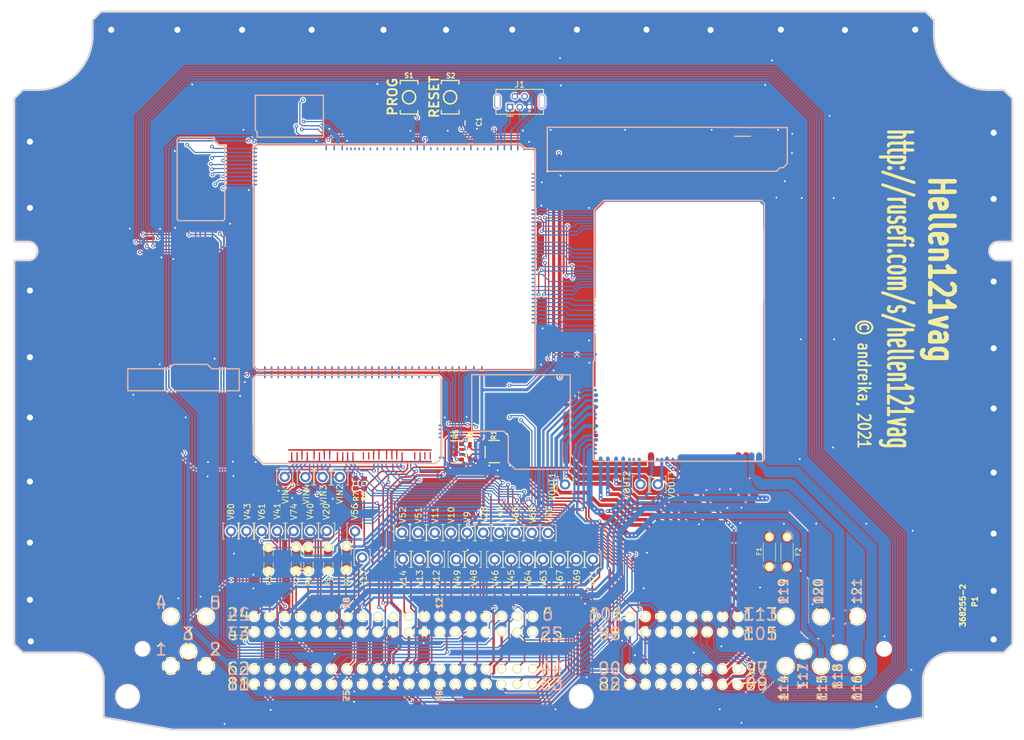
<source format=kicad_pcb>
(kicad_pcb (version 20210228) (generator pcbnew)
  (title_block (title "Hellen154vag") (date "2021-03-10") (rev "0.1") (company "rusEFI.com"))
  (layers (0 "F.Cu" signal) (31 "B.Cu" signal) (34 "B.Paste" user) (35 "F.Paste" user) (36 "B.SilkS" user "B.Silkscreen") (37 "F.SilkS" user "F.Silkscreen") (38 "B.Mask" user) (39 "F.Mask" user) (44 "Edge.Cuts" user))
  (net 0 "")
  (net 1 "+5V")
  (net 2 "/CAN_VIO")
  (net 3 "/CAN_TX")
  (net 4 "+12V")
  (net 6 "+3V3")
  (net 7 "/IGN8")
  (net 8 "GND")
  (net 9 "/NRESET")
  (net 10 "/BOOT0")
  (net 12 "/VBUS")
  (net 13 "/USBP")
  (net 15 "/USBM")
  (net 16 "unconnected-(P1-Pad114)")
  (net 17 "Net-(F1-Pad1)")
  (net 18 "Net-(F2-Pad1)")
  (net 19 "Net-(M6-PadW9)")
  (net 20 "/IN_VIGN")
  (net 32 "/D2")
  (net 33 "/D1")
  (net 34 "/D4")
  (net 38 "/D3")
  (net 39 "/OUT_IGN8")
  (net 40 "/IGN1")
  (net 41 "/IGN7")
  (net 42 "/IGN6")
  (net 43 "/IGN3")
  (net 44 "/IGN2")
  (net 45 "GNDA")
  (net 46 "/VIGN")
  (net 47 "/VBAT")
  (net 48 "/IGN4")
  (net 49 "/IGN5")
  (net 50 "/KNOCK1")
  (net 51 "/CRANK")
  (net 52 "/VSS")
  (net 53 "/CAM1")
  (net 54 "/IGN_V5")
  (net 55 "/TPS1")
  (net 56 "/CLT")
  (net 57 "/IAT")
  (net 58 "/MAF")
  (net 59 "/MAP2")
  (net 60 "/A2")
  (net 61 "/A4")
  (net 62 "/TPS2")
  (net 63 "/PPS2")
  (net 64 "/A3")
  (net 65 "/CAM2")
  (net 66 "/RES1")
  (net 67 "/PPS1")
  (net 68 "/A1")
  (net 73 "/RES2")
  (net 74 "/AFR")
  (net 75 "/KNOCK2")
  (net 76 "/IN_CAM1")
  (net 106 "/IN_KNOCK2")
  (net 107 "/IN_VSS")
  (net 108 "/IN_KNOCK1")
  (net 109 "/IN_CRANK")
  (net 110 "/IN_AFR")
  (net 111 "/IN_TPS1")
  (net 112 "/IN_MAF")
  (net 113 "/IN_MAP2")
  (net 114 "/VREF2")
  (net 115 "/VREF1")
  (net 116 "/IN_CLT")
  (net 117 "/IN_IAT")
  (net 118 "/IN_TPS2")
  (net 119 "/IN_PPS2")
  (net 120 "/IN_A2")
  (net 121 "/IN_A3")
  (net 122 "/IN_CAM2")
  (net 123 "/IN_A4")
  (net 124 "/IN_RES1")
  (net 125 "/IN_PPS1")
  (net 126 "/IN_A1")
  (net 127 "/IN_RES2")
  (net 129 "/IN_KNOCK1_RAW")
  (net 134 "/OUT_COIL_A1")
  (net 136 "/OUT_COIL_A2")
  (net 137 "/OUT_VVT2_B1")
  (net 138 "/OUT_VVT2_B2")
  (net 139 "/OUT_FUEL_CONSUM")
  (net 140 "/OUT_IDLE")
  (net 141 "Net-(M6-PadS8)")
  (net 142 "/OUT_PUMP")
  (net 143 "Net-(M6-PadS12)")
  (net 144 "/OUT_VVT1_1")
  (net 145 "/OUT_INJ6")
  (net 146 "/OUT_INJ2")
  (net 147 "/OUT_INJ3")
  (net 148 "/OUT_INJ1")
  (net 149 "/OUT_VVT1_2")
  (net 150 "/OUT_CE")
  (net 151 "/OUT_WASTEGATE")
  (net 152 "/OUT_TACH")
  (net 153 "/OUT_INJ4")
  (net 154 "/OUT_INJ5")
  (net 155 "/OUT_INJ8")
  (net 156 "/OUT_INJ7")
  (net 164 "/OUT_MAIN")
  (net 165 "/INJ8")
  (net 166 "/INJ7")
  (net 167 "/INJ6")
  (net 168 "/INJ5")
  (net 169 "/INJ4")
  (net 170 "/INJ3")
  (net 171 "/OUT3")
  (net 172 "/FUEL_CONSUM")
  (net 173 "/INJ2")
  (net 174 "/INJ1")
  (net 175 "/CE")
  (net 176 "/VVT1_2")
  (net 177 "/VVT1_1")
  (net 178 "/TACH")
  (net 179 "/VVT2_B2")
  (net 180 "/VVT2_B1")
  (net 181 "/COIL_A2")
  (net 182 "/COIL_A1")
  (net 183 "/WASTEGATE")
  (net 184 "/PUMP")
  (net 185 "/OUT2")
  (net 186 "/IDLE")
  (net 187 "/OUT1")
  (net 188 "/MAIN")
  (net 189 "Net-(P1-Pad10)")
  (net 190 "Net-(P1-Pad11)")
  (net 191 "Net-(P1-Pad12)")
  (net 192 "Net-(P1-Pad13)")
  (net 193 "Net-(P1-Pad17)")
  (net 194 "Net-(P1-Pad20)")
  (net 195 "Net-(P1-Pad21)")
  (net 196 "Net-(P1-Pad23)")
  (net 197 "Net-(P1-Pad28)")
  (net 199 "Net-(P1-Pad37)")
  (net 200 "Net-(P1-Pad40)")
  (net 202 "Net-(P1-Pad41)")
  (net 203 "Net-(P1-Pad43)")
  (net 204 "Net-(P1-Pad44)")
  (net 205 "Net-(P1-Pad45)")
  (net 206 "Net-(P1-Pad46)")
  (net 207 "Net-(P1-Pad48)")
  (net 208 "Net-(P1-Pad49)")
  (net 209 "Net-(P1-Pad51)")
  (net 210 "Net-(P1-Pad52)")
  (net 211 "Net-(P1-Pad56)")
  (net 212 "/CANL")
  (net 213 "/CANH")
  (net 215 "Net-(P1-Pad61)")
  (net 216 "/V12_PERM")
  (net 217 "Net-(P1-Pad63)")
  (net 218 "Net-(P1-Pad64)")
  (net 219 "Net-(P1-Pad66)")
  (net 220 "Net-(P1-Pad67)")
  (net 221 "Net-(P1-Pad68)")
  (net 222 "/OUT_IGN7")
  (net 223 "/OUT_IGN6")
  (net 224 "/OUT_IGN5")
  (net 225 "/OUT_IGN4")
  (net 226 "/OUT_IGN3")
  (net 227 "/OUT_IGN2")
  (net 228 "/OUT_IGN1")
  (net 229 "Net-(P1-Pad9)")
  (net 230 "/CAN_RX")
  (net 233 "V12_RAW")
  (net 234 "V5A")
  (net 235 "/IN_D4")
  (net 236 "/IN_D3")
  (net 237 "/IN_D2")
  (net 238 "/IN_D1")
  (net 239 "Net-(P1-Pad69)")
  (net 240 "Net-(P1-Pad70)")
  (net 241 "Net-(P1-Pad71)")
  (net 242 "Net-(P1-Pad74)")
  (net 243 "Net-(P1-Pad80)")
  (net 244 "/IGN_V33")
  (net 245 "/IN_KNOCK2_RAW")
  (footprint "hellen121vag:368255-2" (layer "F.Cu") (at 60.198 32.893)
    (fp_text reference "P1")
    (fp_text value "368255-2")
  )
  (footprint "hellen-one-mcu-0.1:mcu" (layer "F.Cu") (at 84.912499 51.403623)
    (fp_text reference "M3" hide)
    (fp_text value "Module-mcu-0.1" hide)
  )
  (footprint "hellen-one-common:PAD-TH" (layer "F.Cu") (at 97.05 77.725)
    (fp_text reference "V20")
    (fp_text value "Pad" hide)
  )
  (footprint "hellen-one-common:PAD-TH" (layer "F.Cu") (at 120.1 78)
    (fp_text reference "V9")
    (fp_text value "Pad" hide)
  )
  (footprint "hellen-one-can-0.1:can" (layer "F.Cu") (at 85.237502 13.118337)
    (fp_text reference "M1" hide)
    (fp_text value "Module-can-0.1" hide)
  )
  (footprint "hellen-one-ign8-0.1:ign8" (layer "F.Cu") (at 72.442387 26.835796)
    (fp_text reference "M7" hide)
    (fp_text value "Module-ign8-0.1" hide)
  )
  (footprint "hellen-one-input-0.1:input" (layer "F.Cu") (at 85.012499 66.728623)
    (fp_text reference "M4" hide)
    (fp_text value "Module-input-0.1" hide)
  )
  (footprint "hellen-one-output-0.1:output" (layer "F.Cu") (at 140.775001 66.3625)
    (fp_text reference "M6" hide)
    (fp_text value "Module-output-0.1" hide)
  )
  (footprint "hellen-one-common:PAD-TH" (layer "F.Cu") (at 94.35 77.725)
    (fp_text reference "V40")
    (fp_text value "Pad" hide)
  )
  (footprint "hellen-one-common:PAD-TH" (layer "F.Cu") (at 86.375 77.725)
    (fp_text reference "V61")
    (fp_text value "Pad" hide)
  )
  (footprint "hellen-one-common:PAD-TH" (layer "F.Cu") (at 102.875 82.075)
    (fp_text reference "V17")
    (fp_text value "Pad" hide)
  )
  (footprint "hellen-one-common:PAD-TH" (layer "F.Cu") (at 138.025 82.4)
    (fp_text reference "V69")
    (fp_text value "Pad" hide)
  )
  (footprint "hellen-one-common:PAD-TH" (layer "F.Cu") (at 135.275 82.4)
    (fp_text reference "V67")
    (fp_text value "Pad" hide)
  )
  (footprint "hellen-one-common:PAD-TH" (layer "F.Cu") (at 151.45 70.05)
    (fp_text reference "VOUT3")
    (fp_text value "Pad" hide)
  )
  (footprint "hellen-one-common:PAD-TH" (layer "F.Cu") (at 114.8 78)
    (fp_text reference "V11")
    (fp_text value "Pad" hide)
  )
  (footprint "hellen-one-common:PAD-0805-PAD" (layer "F.Cu") (at 100.3 82.175 90)
    (fp_text reference "R4")
    (fp_text value "Jumper-Pad-Pad" hide)
  )
  (footprint "hellen-one-common:PAD-TH" (layer "F.Cu") (at 93.55 68.85)
    (fp_text reference "VIN4")
    (fp_text value "Pad" hide)
  )
  (footprint "hellen-one-common:PAD-TH" (layer "F.Cu") (at 109.4 78)
    (fp_text reference "V52")
    (fp_text value "Pad" hide)
  )
  (footprint "hellen-one-common:PAD-TH" (layer "F.Cu") (at 91.625 77.725)
    (fp_text reference "V74")
    (fp_text value "Pad" hide)
  )
  (footprint "hellen-one-common:PAD-TH" (layer "F.Cu") (at 90.15 68.825)
    (fp_text reference "VIN1")
    (fp_text value "Pad" hide)
  )
  (footprint "hellen-one-common:PAD-0805-PAD" (layer "F.Cu") (at 94.05 82.325 90)
    (fp_text reference "R8")
    (fp_text value "Jumper-Pad-Pad" hide)
  )
  (footprint "hellen-one-common:PAD-1206-PAD" (layer "F.Cu") (at 169.775 81.15 90)
    (fp_text reference "F1")
    (fp_text value "Fuse-Pad-Pad" hide)
  )
  (footprint "hellen-one-common:SMD-2_2.9x3.9x1.7" (layer "F.Cu") (at 110.575 6.475 -90)
    (fp_text reference "S1")
    (fp_text value "Button_SPST" hide)
  )
  (footprint "hellen-one-common:PAD-TH" (layer "F.Cu") (at 117.45 78)
    (fp_text reference "V10")
    (fp_text value "Pad" hide)
  )
  (footprint "hellen-one-common:PAD-TH" (layer "F.Cu") (at 125.4 78)
    (fp_text reference "V44")
    (fp_text value "Pad" hide)
  )
  (footprint "hellen-one-common:PAD-TH" (layer "F.Cu") (at 99.2 68.85)
    (fp_text reference "VIN2")
    (fp_text value "Pad" hide)
  )
  (footprint "hellen-one-common:SOT23-6" (layer "F.Cu") (at 121.525 64.75 90)
    (fp_text reference "D1")
    (fp_text value "D_TVS_Array_4" hide)
  )
  (footprint "hellen-one-common:PAD-TH" (layer "F.Cu") (at 118.325 82.4)
    (fp_text reference "V49")
    (fp_text value "Pad" hide)
  )
  (footprint "hellen-one-common:PAD-TH" (layer "F.Cu") (at 96.375 68.85)
    (fp_text reference "VIN3")
    (fp_text value "Pad" hide)
  )
  (footprint "hellen-one-common:PAD-TH" (layer "F.Cu") (at 122.75 78)
    (fp_text reference "V28")
    (fp_text value "Pad" hide)
  )
  (footprint "hellen-one-common:PAD-0805-PAD" (layer "F.Cu") (at 97.3 82.325 90)
    (fp_text reference "R9")
    (fp_text value "Jumper-Pad-Pad" hide)
  )
  (footprint "hellen-one-common:PAD-TH" (layer "F.Cu") (at 140.775 82.4)
    (fp_text reference "V71")
    (fp_text value "Pad" hide)
  )
  (footprint "hellen-one-common:PAD-TH" (layer "F.Cu") (at 109.55 82.35)
    (fp_text reference "V14")
    (fp_text value "Pad" hide)
  )
  (footprint "hellen-one-common:R0603" (layer "F.Cu") (at 103.2 69.925 -90)
    (fp_text reference "R6")
    (fp_text value "Res" hide)
  )
  (footprint "hellen-one-common:PAD-TH" (layer "F.Cu") (at 136.2 70.075)
    (fp_text reference "VOUT1")
    (fp_text value "Pad" hide)
  )
  (footprint "hellen-one-common:PAD-TH" (layer "F.Cu") (at 83.85 77.725)
    (fp_text reference "V43")
    (fp_text value "Pad" hide)
  )
  (footprint "hellen-one-common:PAD-TH" (layer "F.Cu") (at 112.05 78)
    (fp_text reference "V51")
    (fp_text value "Pad" hide)
  )
  (footprint "hellen-one-common:R0603-4" (layer "F.Cu") (at 118.3 64.725)
    (fp_text reference "R5")
    (fp_text value "Res_Array_4" hide)
  )
  (footprint "hellen-one-common:PAD-0805-PAD" (layer "F.Cu") (at 92.025 82.305 90)
    (fp_text reference "R2")
    (fp_text value "Jumper-Pad-Pad" hide)
  )
  (footprint "hellen-one-common:PAD-1206-PAD" (layer "F.Cu") (at 172.675 81.15 90)
    (fp_text reference "F2")
    (fp_text value "Fuse-Pad-Pad" hide)
  )
  (footprint "hellen-one-common:PAD-TH" (layer "F.Cu") (at 132.55 82.4)
    (fp_text reference "V63")
    (fp_text value "Pad" hide)
  )
  (footprint "hellen-one-knock-0.1:knock" (layer "F.Cu") (at 64.289073 54.761465)
    (fp_text reference "M5" hide)
    (fp_text value "Module-knock-0.1" hide)
  )
  (footprint "hellen-one-common:PAD-TH" (layer "F.Cu") (at 148.6 70.05)
    (fp_text reference "VOUT2")
    (fp_text value "Pad" hide)
  )
  (footprint "hellen-one-common:PAD-TH" (layer "F.Cu") (at 124.65 82.4)
    (fp_text reference "V46")
    (fp_text value "Pad" hide)
  )
  (footprint "hellen-one-common:PAD-TH" (layer "F.Cu") (at 112.275 82.35)
    (fp_text reference "V13")
    (fp_text value "Pad" hide)
  )
  (footprint "hellen-one-common:PAD-TH" (layer "F.Cu") (at 127.35 82.4)
    (fp_text reference "V45")
    (fp_text value "Pad" hide)
  )
  (footprint "hellen-one-power5-0.1:power5" (layer "F.Cu") (at 133.175 18.725)
    (fp_text reference "M2" hide)
    (fp_text value "Module-power5-0.1" hide)
  )
  (footprint "hellen-one-common:PAD-TH" (layer "F.Cu") (at 115.075 82.35)
    (fp_text reference "V12")
    (fp_text value "Pad" hide)
  )
  (footprint "hellen-one-common:PAD-0805-PAD" (layer "F.Cu") (at 87.5 82.37 90)
    (fp_text reference "R3")
    (fp_text value "Jumper-Pad-Pad" hide)
  )
  (footprint "hellen-one-common:SMD-2_2.9x3.9x1.7" (layer "F.Cu") (at 117.325 6.475 90)
    (fp_text reference "S2")
    (fp_text value "Button_SPST" hide)
  )
  (footprint "hellen-one-common:PAD-TH" (layer "F.Cu") (at 130.75 78.025)
    (fp_text reference "V68")
    (fp_text value "Pad" hide)
  )
  (footprint "hellen-one-common:PAD-TH" (layer "F.Cu") (at 121.075 82.375)
    (fp_text reference "V48")
    (fp_text value "Pad" hide)
  )
  (footprint "hellen-one-common:PAD-TH" (layer "F.Cu") (at 81.325 77.725)
    (fp_text reference "V80")
    (fp_text value "Pad" hide)
  )
  (footprint "hellen-one-common:R0603-4" (layer "F.Cu") (at 124.575 64.675)
    (fp_text reference "R1")
    (fp_text value "Res_Array_4" hide)
  )
  (footprint "hellen-one-common:PAD-TH" (layer "F.Cu") (at 88.9 77.725)
    (fp_text reference "V41")
    (fp_text value "Pad" hide)
  )
  (footprint "hellen-one-common:PAD-TH" (layer "F.Cu") (at 130 82.4)
    (fp_text reference "V64")
    (fp_text value "Pad" hide)
  )
  (footprint "hellen-one-common:C0603" (layer "F.Cu") (at 119.775 10.725 180)
    (fp_text reference "C1")
    (fp_text value "Cap" hide)
  )
  (footprint "hellen-one-common:R0603" (layer "F.Cu") (at 101.8 69.925 -90)
    (fp_text reference "R7")
    (fp_text value "Res" hide)
  )
  (footprint "hellen-one-power12-0.1:power12" (layer "F.Cu") (at 120.758985 67.662891)
    (fp_text reference "M8" hide)
    (fp_text value "Module-power12-0.1" hide)
  )
  (footprint "hellen-one-common:USB-MINI-B-VERTICAL" (layer "F.Cu") (at 127.15 8.075)
    (fp_text reference "J1")
    (fp_text value "USB_B_Mini")
    (fp_line (start 5.691114 -1.522801) (end 5.691114 -0.143146) (layer "Edge.Cuts") (width 0.12))
    (fp_line (start 4.803407 -0.208782) (end 4.803407 -1.588437) (layer "Edge.Cuts") (width 0.12))
    (fp_line (start -2.491114 -0.214921) (end -2.491114 -1.594576) (layer "Edge.Cuts") (width 0.12))
    (fp_line (start -1.603407 -1.52894) (end -1.603407 -0.149285) (layer "Edge.Cuts") (width 0.12))
    (fp_arc (start 5.250244 -0.216308) (end 5.691113 -0.143146) (angle 169.6127294) (layer "Edge.Cuts") (width 0.12))
    (fp_arc (start -2.044277 -0.222447) (end -1.603408 -0.149285) (angle 169.6127294) (layer "Edge.Cuts") (width 0.12))
    (fp_arc (start 5.244278 -1.515274) (end 4.803408 -1.588437) (angle 169.6124935) (layer "Edge.Cuts") (width 0.12))
    (fp_arc (start -2.050243 -1.521413) (end -2.491113 -1.594576) (angle 169.6124935) (layer "Edge.Cuts") (width 0.12))
  )
  (footprint "hellen-one-common:PAD-TH" (layer "F.Cu") (at 101.7 77.775)
    (fp_text reference "V56")
    (fp_text value "Pad" hide)
  )
  (footprint "hellen-one-common:PAD-TH" (layer "F.Cu") (at 128.075 78)
    (fp_text reference "V66")
    (fp_text value "Pad" hide)
  )
  (footprint "hellen-one-common:PAD-TH" (layer "F.Cu") (at 133.4 78.025)
    (fp_text reference "V70")
    (fp_text value "Pad" hide)
  )
  (gr_line (start 183.66 110.375) (end 195.0152 108.375) (layer "Edge.Cuts") (width 0.2))
  (gr_line (start 58.56 -3.765) (end 58.56 -6.210787) (layer "Edge.Cuts") (width 0.2))
  (gr_arc (start 48.000167 31.725) (end 48 33.225) (angle -180.0127579) (layer "Edge.Cuts") (width 0.2))
  (gr_arc (start 205.84 -3.765001) (end 196.84 -3.765001) (angle -90) (layer "Edge.Cuts") (width 0.2))
  (gr_line (start 60.4 108.375) (end 60.4 102.166999) (layer "Edge.Cuts") (width 0.2))
  (gr_arc (start 55.853107 102.272882) (end 60.4 102.166999) (angle -88.07524736) (layer "Edge.Cuts") (width 0.2))
  (gr_line (start 207.4 30.224999) (end 209.7 30.224999) (layer "Edge.Cuts") (width 0.2))
  (gr_arc (start 199.569204 102.294174) (end 199.5872 97.725) (angle -90.1356909) (layer "Edge.Cuts") (width 0.2))
  (gr_line (start 45.7 96.310786) (end 45.7 33.225) (layer "Edge.Cuts") (width 0.2))
  (gr_line (start 49.56 5.235) (end 47.114214 5.235) (layer "Edge.Cuts") (width 0.2))
  (gr_line (start 195.425787 -7.625001) (end 59.974214 -7.625) (layer "Edge.Cuts") (width 0.2))
  (gr_line (start 208.285787 97.725) (end 199.5872 97.725) (layer "Edge.Cuts") (width 0.2))
  (gr_line (start 48 33.225) (end 45.7 33.225) (layer "Edge.Cuts") (width 0.2))
  (gr_line (start 195.0152 108.375) (end 195 102.286999) (layer "Edge.Cuts") (width 0.2))
  (gr_line (start 183.66 110.375) (end 71.74 110.375) (layer "Edge.Cuts") (width 0.2))
  (gr_line (start 209.7 96.310786) (end 209.7 33.224999) (layer "Edge.Cuts") (width 0.2))
  (gr_line (start 58.56 -6.210787) (end 59.974214 -7.625) (layer "Edge.Cuts") (width 0.2))
  (gr_line (start 209.7 30.224999) (end 209.7 6.649213) (layer "Edge.Cuts") (width 0.2))
  (gr_line (start 196.84 -6.210787) (end 195.425787 -7.625) (layer "Edge.Cuts") (width 0.2))
  (gr_line (start 48 30.225) (end 45.7 30.225) (layer "Edge.Cuts") (width 0.2))
  (gr_line (start 71.74 110.375) (end 60.4 108.375) (layer "Edge.Cuts") (width 0.2))
  (gr_line (start 209.700001 6.649213) (end 208.285787 5.234999) (layer "Edge.Cuts") (width 0.2))
  (gr_line (start 205.84 5.234999) (end 208.285787 5.234999) (layer "Edge.Cuts") (width 0.2))
  (gr_line (start 207.4 33.224999) (end 209.7 33.224999) (layer "Edge.Cuts") (width 0.2))
  (gr_line (start 209.7 96.310786) (end 208.285787 97.724999) (layer "Edge.Cuts") (width 0.2))
  (gr_arc (start 49.56 -3.765) (end 49.56 5.235) (angle -90) (layer "Edge.Cuts") (width 0.2))
  (gr_line (start 45.7 6.649213) (end 47.114214 5.235) (layer "Edge.Cuts") (width 0.2))
  (gr_line (start 196.84 -3.765001) (end 196.84 -6.210787) (layer "Edge.Cuts") (width 0.2))
  (gr_arc (start 207.4 31.724999) (end 207.4 30.224999) (angle -180) (layer "Edge.Cuts") (width 0.2))
  (gr_line (start 45.7 30.224999) (end 45.7 6.649213) (layer "Edge.Cuts") (width 0.2))
  (gr_line (start 45.7 96.310786) (end 47.114214 97.724999) (layer "Edge.Cuts") (width 0.2))
  (gr_line (start 47.114214 97.725) (end 55.9 97.725) (layer "Edge.Cuts") (width 0.2))
  (gr_text "119" (at 172.085 87.63 90) (layer "B.SilkS") (effects (font (size 1.5 1.5) (thickness 0.25)) (justify mirror)))
  (gr_text "121" (at 184.15 87.63 90) (layer "B.SilkS") (effects (font (size 1.5 1.5) (thickness 0.25)) (justify mirror)))
  (gr_text "116" (at 184.15 103.505 90) (layer "B.SilkS") (effects (font (size 1.5 1.5) (thickness 0.25)) (justify mirror)))
  (gr_text "115" (at 178.435 103.505 90) (layer "B.SilkS") (effects (font (size 1.5 1.5) (thickness 0.25)) (justify mirror)))
  (gr_text "118" (at 180.975 101.6 90) (layer "B.SilkS") (effects (font (size 1.5 1.5) (thickness 0.25)) (justify mirror)))
  (gr_text "120" (at 177.8 87.63 90) (layer "B.SilkS") (effects (font (size 1.5 1.5) (thickness 0.25)) (justify mirror)))
  (gr_text "117" (at 175.26 101.6 90) (layer "B.SilkS") (effects (font (size 1.5 1.5) (thickness 0.25)) (justify mirror)))
  (gr_text "114" (at 172.085 103.505 90) (layer "B.SilkS") (effects (font (size 1.5 1.5) (thickness 0.25)) (justify mirror)))
  (gr_text "89" (at 167.64 102.87) (layer "B.SilkS") (effects (font (size 2 2) (thickness 0.25)) (justify mirror)))
  (gr_text "97" (at 167.64 100.33) (layer "B.SilkS") (effects (font (size 2 2) (thickness 0.25)) (justify mirror)))
  (gr_text "105" (at 168.25 94.6) (layer "B.SilkS") (effects (font (size 2 2) (thickness 0.25)) (justify mirror)))
  (gr_text "113" (at 168.275 91.44) (layer "B.SilkS") (effects (font (size 2 2) (thickness 0.25)) (justify mirror)))
  (gr_text "82" (at 143.51 102.87) (layer "B.SilkS") (effects (font (size 2 2) (thickness 0.25)) (justify mirror)))
  (gr_text "90" (at 143.51 100.33) (layer "B.SilkS") (effects (font (size 2 2) (thickness 0.25)) (justify mirror)))
  (gr_text "98" (at 143.51 94.615) (layer "B.SilkS") (effects (font (size 2 2) (thickness 0.25)) (justify mirror)))
  (gr_text "106" (at 142.875 91.44) (layer "B.SilkS") (effects (font (size 2 2) (thickness 0.25)) (justify mirror)))
  (gr_text "63" (at 133.985 102.87) (layer "B.SilkS") (effects (font (size 2 2) (thickness 0.25)) (justify mirror)))
  (gr_text "44" (at 133.985 100.33) (layer "B.SilkS") (effects (font (size 2 2) (thickness 0.25)) (justify mirror)))
  (gr_text "25" (at 133.985 94.615) (layer "B.SilkS") (effects (font (size 2 2) (thickness 0.25)) (justify mirror)))
  (gr_text "6" (at 133.35 91.44) (layer "B.SilkS") (effects (font (size 2 2) (thickness 0.25)) (justify mirror)))
  (gr_text "5" (at 78.74 89.535) (layer "B.SilkS") (effects (font (size 2 2) (thickness 0.25)) (justify mirror)))
  (gr_text "4" (at 69.85 89.535) (layer "B.SilkS") (effects (font (size 2 2) (thickness 0.25)) (justify mirror)))
  (gr_text "3" (at 74.295 94.615) (layer "B.SilkS") (effects (font (size 2 2) (thickness 0.25)) (justify mirror)))
  (gr_text "2" (at 78.74 97.155) (layer "B.SilkS") (effects (font (size 2 2) (thickness 0.25)) (justify mirror)))
  (gr_text "1" (at 69.85 97.155) (layer "B.SilkS") (effects (font (size 2 2) (thickness 0.25)) (justify mirror)))
  (gr_text "81" (at 82.55 102.87) (layer "B.SilkS") (effects (font (size 2 2) (thickness 0.25)) (justify mirror)))
  (gr_text "62" (at 82.55 100.33) (layer "B.SilkS") (effects (font (size 2 2) (thickness 0.25)) (justify mirror)))
  (gr_text "43" (at 82.55 94.615) (layer "B.SilkS") (effects (font (size 2 2) (thickness 0.25)) (justify mirror)))
  (gr_text "24" (at 82.55 91.44) (layer "B.SilkS") (effects (font (size 2 2) (thickness 0.25)) (justify mirror)))
  (gr_text "69" (at 115.57 104.775 90) (layer "B.SilkS") (effects (font (size 1 1) (thickness 0.2)) (justify mirror)))
  (gr_text "12" (at 115.57 89.535 90) (layer "B.SilkS") (effects (font (size 1 1) (thickness 0.2)) (justify mirror)))
  (gr_text "18" (at 100.33 89.535 90) (layer "B.SilkS") (effects (font (size 1 1) (thickness 0.2)) (justify mirror)))
  (gr_text "75" (at 100.33 104.775 90) (layer "B.SilkS") (effects (font (size 1 1) (thickness 0.2)) (justify mirror)))
  (gr_text "106" (at 142.875 91.44) (layer "F.SilkS") (effects (font (size 2 2) (thickness 0.25))))
  (gr_text "4" (at 69.85 89.535) (layer "F.SilkS") (effects (font (size 2 2) (thickness 0.25))))
  (gr_text "5" (at 78.74 89.535) (layer "F.SilkS") (effects (font (size 2 2) (thickness 0.25))))
  (gr_text "2" (at 78.74 97.155) (layer "F.SilkS") (effects (font (size 2 2) (thickness 0.25))))
  (gr_text "117" (at 175.26 101.6 90) (layer "F.SilkS") (effects (font (size 1.5 1.5) (thickness 0.25))))
  (gr_text "121" (at 184.15 87.63 90) (layer "F.SilkS") (effects (font (size 1.5 1.5) (thickness 0.25))))
  (gr_text "Hellen121vag" (at 198 34.775 270) (layer "F.SilkS") (effects (font (size 4 3) (thickness 0.75))))
  (gr_text "75" (at 100.33 104.775 90) (layer "F.SilkS") (effects (font (size 1 1) (thickness 0.2))))
  (gr_text "69" (at 115.57 104.775 90) (layer "F.SilkS") (effects (font (size 1 1) (thickness 0.2))))
  (gr_text "25" (at 133.985 94.615) (layer "F.SilkS") (effects (font (size 2 2) (thickness 0.25))))
  (gr_text "115" (at 178.435 103.505 90) (layer "F.SilkS") (effects (font (size 1.5 1.5) (thickness 0.25))))
  (gr_text "43" (at 82.55 94.615) (layer "F.SilkS") (effects (font (size 2 2) (thickness 0.25))))
  (gr_text "18" (at 100.33 89.535 90) (layer "F.SilkS") (effects (font (size 1 1) (thickness 0.2))))
  (gr_text "97" (at 167.64 100.33) (layer "F.SilkS") (effects (font (size 2 2) (thickness 0.25))))
  (gr_text "RESET" (at 114.7 6.425 90) (layer "F.SilkS") (effects (font (size 1.5 1.524) (thickness 0.3048))))
  (gr_text "24" (at 82.55 91.44) (layer "F.SilkS") (effects (font (size 2 2) (thickness 0.25))))
  (gr_text "98" (at 143.51 94.615) (layer "F.SilkS") (effects (font (size 2 2) (thickness 0.25))))
  (gr_text "© andreika, 2021" (at 185.3 53.575 270) (layer "F.SilkS") (effects (font (size 2.032 1.524) (thickness 0.3048))))
  (gr_text "118" (at 180.975 101.6 90) (layer "F.SilkS") (effects (font (size 1.5 1.5) (thickness 0.25))))
  (gr_text "http://rusefi.com/s/hellen121vag" (at 191.15 37.95 270) (layer "F.SilkS") (effects (font (size 4 2) (thickness 0.5))))
  (gr_text "PROG" (at 107.862498 6.406663 90) (layer "F.SilkS") (effects (font (size 1.5 1.524) (thickness 0.3048))))
  (gr_text "1" (at 69.85 97.155) (layer "F.SilkS") (effects (font (size 2 2) (thickness 0.25))))
  (gr_text "81" (at 82.55 102.87) (layer "F.SilkS") (effects (font (size 2 2) (thickness 0.25))))
  (gr_text "119" (at 172.085 87.63 90) (layer "F.SilkS") (effects (font (size 1.5 1.5) (thickness 0.25))))
  (gr_text "44" (at 133.985 100.33) (layer "F.SilkS") (effects (font (size 2 2) (thickness 0.25))))
  (gr_text "82" (at 143.51 102.87) (layer "F.SilkS") (effects (font (size 2 2) (thickness 0.25))))
  (gr_text "3" (at 74.295 94.615) (layer "F.SilkS") (effects (font (size 2 2) (thickness 0.25))))
  (gr_text "89" (at 167.64 102.87) (layer "F.SilkS") (effects (font (size 2 2) (thickness 0.25))))
  (gr_text "63" (at 133.985 102.87) (layer "F.SilkS") (effects (font (size 2 2) (thickness 0.25))))
  (gr_text "114" (at 172.085 103.505 90) (layer "F.SilkS") (effects (font (size 1.5 1.5) (thickness 0.25))))
  (gr_text "120" (at 177.8 87.63 90) (layer "F.SilkS") (effects (font (size 1.5 1.5) (thickness 0.25))))
  (gr_text "6" (at 133.35 91.44) (layer "F.SilkS") (effects (font (size 2 2) (thickness 0.25))))
  (gr_text "90" (at 143.51 100.33) (layer "F.SilkS") (effects (font (size 2 2) (thickness 0.25))))
  (gr_text "113" (at 168.275 91.44) (layer "F.SilkS") (effects (font (size 2 2) (thickness 0.25))))
  (gr_text "62" (at 82.55 100.33) (layer "F.SilkS") (effects (font (size 2 2) (thickness 0.25))))
  (gr_text "105" (at 168.275 94.615) (layer "F.SilkS") (effects (font (size 2 2) (thickness 0.25))))
  (gr_text "116" (at 184.15 103.505 90) (layer "F.SilkS") (effects (font (size 1.5 1.5) (thickness 0.25))))
  (gr_text "12" (at 115.57 89.535 90) (layer "F.SilkS") (effects (font (size 1 1) (thickness 0.2))))
  (segment (start 132.625 18.95) (end 133.025 19.35) (width 0.2) (layer "F.Cu") (net 1))
  (segment (start 134.325 49.5) (end 134.325 49.525) (width 0.5) (layer "F.Cu") (net 1))
  (segment (start 132.625 14.7) (end 132.625 18.95) (width 0.2) (layer "F.Cu") (net 1))
  (segment (start 138.151215 56.123785) (end 138.151215 48.723785) (width 0.4) (layer "F.Cu") (net 1))
  (segment (start 121.525 62.875) (end 121.525 63.55) (width 0.254) (layer "F.Cu") (net 1))
  (segment (start 151.775001 18.425001) (end 135.724999 18.425001) (width 0.254) (layer "F.Cu") (net 1))
  (segment (start 97.325735 13.499265) (end 98.1 12.725) (width 0.2) (layer "F.Cu") (net 1))
  (segment (start 130.65 12.725) (end 132.625 14.7) (width 0.2) (layer "F.Cu") (net 1))
  (segment (start 134.65 18.875) (end 134.65 18.625) (width 0.2) (layer "F.Cu") (net 1))
  (segment (start 151.775001 18.425001) (end 134.799999 18.425001) (width 0.254) (layer "F.Cu") (net 1))
  (segment (start 137.312113 56.962887) (end 138.151215 56.123785) (width 0.4) (layer "F.Cu") (net 1))
  (segment (start 118.384307 12.75002) (end 124.115693 12.75002) (width 0.2) (layer "F.Cu") (net 1))
  (segment (start 136.483985 56.962887) (end 137.312113 56.962887) (width 0.4) (layer "F.Cu") (net 1))
  (segment (start 124.115693 12.75002) (end 124.140713 12.725) (width 0.2) (layer "F.Cu") (net 1))
  (segment (start 98.1 12.725) (end 118.359287 12.725) (width 0.2) (layer "F.Cu") (net 1))
  (segment (start 134.175 19.35) (end 134.65 18.875) (width 0.2) (layer "F.Cu") (net 1))
  (segment (start 133.025 19.35) (end 134.175 19.35) (width 0.2) (layer "F.Cu") (net 1))
  (segment (start 118.359287 12.725) (end 118.384307 12.75002) (width 0.2) (layer "F.Cu") (net 1))
  (segment (start 134.325 18.974999) (end 134.325 48.725) (width 0.5) (layer "F.Cu") (net 1))
  (segment (start 124.140713 12.725) (end 130.65 12.725) (width 0.2) (layer "F.Cu") (net 1))
  (segment (start 121.55 62.85) (end 121.525 62.875) (width 0.254) (layer "F.Cu") (net 1))
  (segment (start 134.799999 18.5) (end 134.325 18.974999) (width 0.5) (layer "F.Cu") (net 1))
  (via (at 134.325 49.5) (size 0.6) (drill 0.3) (layers "F.Cu" "B.Cu") (net 1))
  (via (at 134.325 48.725) (size 0.6) (drill 0.3) (layers "F.Cu" "B.Cu") (net 1))
  (via (at 121.55 62.85) (size 0.6) (drill 0.3) (layers "F.Cu" "B.Cu") (net 1))
  (via (at 97.325735 13.499265) (size 0.6) (drill 0.3) (layers "F.Cu" "B.Cu") (net 1))
  (via (at 138.151215 48.723785) (size 0.6) (drill 0.3) (layers "F.Cu" "B.Cu") (net 1))
  (segment (start 122.075 62.85) (end 121.55 62.85) (width 0.5) (layer "B.Cu") (net 1))
  (segment (start 117.95 66.725) (end 117.15 65.925) (width 0.5) (layer "B.Cu") (net 1))
  (segment (start 130.137088 54.337912) (end 129.937098 54.537902) (width 0.5) (layer "B.Cu") (net 1))
  (segment (start 122.537501 54.712499) (end 122.537501 62.387499) (width 0.5) (layer "B.Cu") (net 1))
  (segment (start 120.5 66.725) (end 117.95 66.725) (width 0.5) (layer "B.Cu") (net 1))
  (segment (start 122.537501 52.387499) (end 122.537501 54.712499) (width 0.5) (layer "B.Cu") (net 1))
  (segment (start 134.325 50.15) (end 134.00002 50.47498) (width 0.5) (layer "B.Cu") (net 1))
  (segment (start 122.537501 50.880624) (end 122.537501 52.387499) (width 0.25) (layer "B.Cu") (net 1))
  (segment (start 117.15 65.925) (end 117.15 61.38584) (width 0.5) (layer "B.Cu") (net 1))
  (segment (start 121.164994 65.849989) (end 120.774989 66.239994) (width 0.5) (layer "B.Cu") (net 1))
  (segment (start 122.537501 52.387499) (end 122.425 52.5) (width 0.25) (layer "B.Cu") (net 1))
  (segment (start 120.774989 66.239994) (end 120.774989 66.450011) (width 0.5) (layer "B.Cu") (net 1))
  (segment (start 122.537501 62.387499) (end 122.075 62.85) (width 0.5) (layer "B.Cu") (net 1))
  (segment (start 134.00002 50.47498) (end 134.00002 50.502826) (width 0.5) (layer "B.Cu") (net 1))
  (segment (start 122.712098 54.537902) (end 122.537501 54.712499) (width 0.5) (layer "B.Cu") (net 1))
  (segment (start 120.774989 66.450011) (end 120.5 66.725) (width 0.5) (layer "B.Cu") (net 1))
  (segment (start 134.326215 48.723785) (end 134.325 48.725) (width 0.4) (layer "B.Cu") (net 1))
  (segment (start 138.151215 48.723785) (end 134.326215 48.723785) (width 0.4) (layer "B.Cu") (net 1))
  (segment (start 92.937499 11.743338) (end 95.618338 11.743338) (width 0.2) (layer "B.Cu") (net 1))
  (segment (start 121.55 65.675) (end 121.375011 65.849989) (width 0.5) (layer "B.Cu") (net 1))
  (segment (start 134.00002 50.502826) (end 130.164934 54.337912) (width 0.5) (layer "B.Cu") (net 1))
  (segment (start 121.375011 65.849989) (end 121.164994 65.849989) (width 0.5) (layer "B.Cu") (net 1))
  (segment (start 121.55 62.85) (end 121.55 65.675) (width 0.5) (layer "B.Cu") (net 1))
  (segment (start 95.618338 11.743338) (end 97.325735 13.450735) (width 0.2) (layer "B.Cu") (net 1))
  (segment (start 116.79458 61.03042) (end 115.662501 61.03042) (width 0.25) (layer "B.Cu") (net 1))
  (segment (start 134.325 48.725) (end 134.325 49.5) (width 0.5) (layer "B.Cu") (net 1))
  (segment (start 141.151546 48.723785) (end 138.151215 48.723785) (width 0.4) (layer "B.Cu") (net 1))
  (segment (start 97.325735 13.450735) (end 97.325735 13.499265) (width 0.2) (layer "B.Cu") (net 1))
  (segment (start 130.164934 54.337912) (end 130.137088 54.337912) (width 0.5) (layer "B.Cu") (net 1))
  (segment (start 117.15 61.38584) (end 116.79458 61.03042) (width 0.5) (layer "B.Cu") (net 1))
  (segment (start 134.325 49.5) (end 134.325 50.15) (width 0.5) (layer "B.Cu") (net 1))
  (segment (start 129.937098 54.537902) (end 122.712098 54.537902) (width 0.5) (layer "B.Cu") (net 1))
  (segment (start 92.062497 12.137497) (end 92.675 12.75) (width 0.2) (layer "B.Cu") (net 2))
  (segment (start 96.967499 14.117499) (end 96.967499 14.951623) (width 0.2) (layer "B.Cu") (net 2))
  (segment (start 92.675 12.75) (end 95.6 12.75) (width 0.2) (layer "B.Cu") (net 2))
  (segment (start 92.062497 11.218338) (end 92.062497 12.137497) (width 0.2) (layer "B.Cu") (net 2))
  (segment (start 95.6 12.75) (end 96.967499 14.117499) (width 0.2) (layer "B.Cu") (net 2))
  (segment (start 93.237501 10.46834) (end 97.26834 10.46834) (width 0.2) (layer "B.Cu") (net 3))
  (segment (start 99.607504 12.807504) (end 99.607504 14.951623) (width 0.2) (layer "B.Cu") (net 3))
  (segment (start 97.26834 10.46834) (end 99.607504 12.807504) (width 0.2) (layer "B.Cu") (net 3))
  (segment (start 174.55 19.75) (end 172.975 21.325) (width 0.6) (layer "F.Cu") (net 4))
  (segment (start 137.425 21.325) (end 135.308984 23.441016) (width 0.6) (layer "F.Cu") (net 4))
  (segment (start 172.975 21.325) (end 137.425 21.325) (width 0.6) (layer "F.Cu") (net 4))
  (segment (start 174.55 14.85) (end 174.55 19.75) (width 0.6) (layer "F.Cu") (net 4))
  (segment (start 172.195001 13.649991) (end 173.349991 13.649991) (width 0.5) (layer "F.Cu") (net 4))
  (segment (start 173.349991 13.649991) (end 174.55 14.85) (width 0.6) (layer "F.Cu") (net 4))
  (segment (start 135.308984 23.441016) (end 135.308984 52.462888) (width 0.6) (layer "F.Cu") (net 4))
  (segment (start 111.937479 9.812479) (end 110.7 8.575) (width 0.2) (layer "F.Cu") (net 6))
  (segment (start 110.7 8.575) (end 110.575 8.575) (width 0.2) (layer "F.Cu") (net 6))
  (via (at 111.937479 9.812479) (size 0.6) (drill 0.3) (layers "F.Cu" "B.Cu") (net 6))
  (segment (start 111.937479 14.951623) (end 111.937479 9.812479) (width 0.2) (layer "B.Cu") (net 6))
  (segment (start 85.387499 16.203615) (end 78.464582 16.203615) (width 0.2) (layer "B.Cu") (net 7))
  (segment (start 78.464582 16.203615) (end 78.207387 16.46081) (width 0.2) (layer "B.Cu") (net 7))
  (segment (start 113.088 94.293) (end 113.088 98.137) (width 0.4) (layer "F.Cu") (net 8))
  (segment (start 121.525 65.95) (end 121.525 66.6) (width 0.254) (layer "F.Cu") (net 8))
  (segment (start 117.4 63.45) (end 117.4 66) (width 0.254) (layer "F.Cu") (net 8))
  (segment (start 82.439072 52.886465) (end 83.236465 52.886465) (width 0.254) (layer "F.Cu") (net 8))
  (segment (start 111.875 99.35) (end 111.875 100.95) (width 0.4) (layer "F.Cu") (net 8))
  (segment (start 113.088 98.137) (end 111.875 99.35) (width 0.4) (layer "F.Cu") (net 8))
  (segment (start 83.236465 52.886465) (end 83.6 53.25) (width 0.254) (layer "F.Cu") (net 8))
  (via (at 48.3 79.625) (size 2) (drill 1) (layers "F.Cu" "B.Cu") (net 8))
  (via (at 48.3 89.025) (size 2) (drill 1) (layers "F.Cu" "B.Cu") (net 8))
  (via (at 187.35 106.575) (size 0.6) (drill 0.3) (layers "F.Cu" "B.Cu") (net 8))
  (via (at 85 87.15) (size 0.6) (drill 0.3) (layers "F.Cu" "B.Cu") (net 8))
  (via (at 48.3 24.65) (size 2) (drill 1) (layers "F.Cu" "B.Cu") (net 8))
  (via (at 139.5 89.675) (size 0.6) (drill 0.3) (layers "F.Cu" "B.Cu") (net 8))
  (via (at 126.675 61.775) (size 0.6) (drill 0.3) (layers "F.Cu" "B.Cu") (net 8))
  (via (at 130.3 13.8) (size 0.6) (drill 0.3) (layers "F.Cu" "B.Cu") (net 8))
  (via (at 157.325 97.7) (size 0.6) (drill 0.3) (layers "F.Cu" "B.Cu") (net 8))
  (via (at 117.35 67.35) (size 0.6) (drill 0.3) (layers "F.Cu" "B.Cu") (net 8))
  (via (at 140.15 46.425) (size 0.6) (drill 0.3) (layers "F.Cu" "B.Cu") (net 8))
  (via (at 177.45 76.5) (size 0.6) (drill 0.3) (layers "F.Cu" "B.Cu") (net 8))
  (via (at 71.85 33.05) (size 0.6) (drill 0.3) (layers "F.Cu" "B.Cu") (net 8))
  (via (at 135.525 4.525) (size 0.6) (drill 0.3) (layers "F.Cu" "B.Cu") (net 8))
  (via (at 123.75 66.975) (size 0.6) (drill 0.3) (layers "F.Cu" "B.Cu") (net 8))
  (via (at 48.3 38.225) (size 2) (drill 1) (layers "F.Cu" "B.Cu") (net 8))
  (via (at 69.9 32.775) (size 0.6) (drill 0.3) (layers "F.Cu" "B.Cu") (net 8))
  (via (at 80.275 109.4) (size 0.6) (drill 0.3) (layers "F.Cu" "B.Cu") (net 8))
  (via (at 99.2 95.375) (size 0.6) (drill 0.3) (layers "F.Cu" "B.Cu") (net 8))
  (via (at 73.875 59.05) (size 0.6) (drill 0.3) (layers "F.Cu" "B.Cu") (net 8))
  (via (at 165.175 109.225) (size 0.6) (drill 0.3) (layers "F.Cu" "B.Cu") (net 8))
  (via (at 48.3 13.775) (size 2) (drill 1) (layers "F.Cu" "B.Cu") (net 8))
  (via (at 101.575 104.075) (size 0.6) (drill 0.3) (layers "F.Cu" "B.Cu") (net 8))
  (via (at 165 76.425) (size 0.6) (drill 0.3) (layers "F.Cu" "B.Cu") (net 8))
  (via (at 74.95 4.375) (size 0.6) (drill 0.3) (layers "F.Cu" "B.Cu") (net 8))
  (via (at 110.65 76.625) (size 0.6) (drill 0.3) (layers "F.Cu" "B.Cu") (net 8))
  (via (at 110.8 12) (size 0.6) (drill 0.3) (layers "F.Cu" "B.Cu") (net 8))
  (via (at 100.4 13.625) (size 0.6) (drill 0.3) (layers "F.Cu" "B.Cu") (net 8))
  (via (at 121.725 11.625) (size 0.6) (drill 0.3) (layers "F.Cu" "B.Cu") (net 8))
  (via (at 77.55 66.4) (size 0.6) (drill 0.3) (layers "F.Cu" "B.Cu") (net 8))
  (via (at 72.1 15.3) (size 0.6) (drill 0.3) (layers "F.Cu" "B.Cu") (net 8))
  (via (at 91.275 95.55) (size 0.6) (drill 0.3) (layers "F.Cu" "B.Cu") (net 8))
  (via (at 160.1 -4.575) (size 2) (drill 1) (layers "F.Cu" "B.Cu") (net 8))
  (via (at 97.475 11.675) (size 0.6) (drill 0.3) (layers "F.Cu" "B.Cu") (net 8))
  (via (at 48.45 95.85) (size 2) (drill 1) (layers "F.Cu" "B.Cu") (net 8))
  (via (at 149.575 -4.625) (size 2) (drill 1) (layers "F.Cu" "B.Cu") (net 8))
  (via (at 106.8 101.7) (size 0.6) (drill 0.3) (layers "F.Cu" "B.Cu") (net 8))
  (via (at 158.175 76.625) (size 0.6) (drill 0.3) (layers "F.Cu" "B.Cu") (net 8))
  (via (at 81.825 81.425) (size 0.6) (drill 0.3) (layers "F.Cu" "B.Cu") (net 8))
  (via (at 180.4 46.225) (size 0.6) (drill 0.3) (layers "F.Cu" "B.Cu") (net 8))
  (via (at 206.6 78.15) (size 2) (drill 1) (layers "F.Cu" "B.Cu") (net 8))
  (via (at 173.475 15.65) (size 0.6) (drill 0.3) (layers "F.Cu" "B.Cu") (net 8))
  (via (at 48.3 69.6) (size 2) (drill 1) (layers "F.Cu" "B.Cu") (net 8))
  (via (at 206.6 68.125) (size 2) (drill 1) (layers "F.Cu" "B.Cu") (net 8))
  (via (at 162.875 73.925) (size 0.6) (drill 0.3) (layers "F.Cu" "B.Cu") (net 8))
  (via (at 188.675 95.025) (size 0.6) (drill 0.3) (layers "F.Cu" "B.Cu") (net 8))
  (via (at 159.425 71) (size 0.6) (drill 0.3) (layers "F.Cu" "B.Cu") (net 8))
  (via (at 72.525 -4.6) (size 2) (drill 1) (layers "F.Cu" "B.Cu") (net 8))
  (via (at 174.9 46.225) (size 0.6) (drill 0.3) (layers "F.Cu" "B.Cu") (net 8))
  (via (at 116.65 -4.6) (size 2) (drill 1) (layers "F.Cu" "B.Cu") (net 8))
  (via (at 163.375 70.85) (size 0.6) (drill 0.3) (layers "F.Cu" "B.Cu") (net 8))
  (via (at 85 84.9) (size 0.6) (drill 0.3) (layers "F.Cu" "B.Cu") (net 8))
  (via (at 83.6 53.25) (size 0.6) (drill 0.3) (layers "F.Cu" "B.Cu") (net 8))
  (via (at 133.325 18.65) (size 0.6) (drill 0.3) (layers "F.Cu" "B.Cu") (net 8))
  (via (at 161.6 70.875) (size 0.6) (drill 0.3) (layers "F.Cu" "B.Cu") (net 8))
  (via (at 176.85 89.75) (size 0.6) (drill 0.3) (layers "F.Cu" "B.Cu") (net 8))
  (via (at 94.575 -4.6) (size 2) (drill 1) (layers "F.Cu" "B.Cu") (net 8))
  (via (at 89.15 71.125) (size 0.6) (drill 0.3) (layers "F.Cu" "B.Cu") (net 8))
  (via (at 145.575 95.75) (size 0.6) (drill 0.3) (layers "F.Cu" "B.Cu") (net 8))
  (via (at 139.75 101.75) (size 0.6) (drill 0.3) (layers "F.Cu" "B.Cu") (net 8))
  (via (at 193.725 -4.625) (size 2) (drill 1) (layers "F.Cu" "B.Cu") (net 8))
  (via (at 140.125 24.65) (size 0.6) (drill 0.3) (layers "F.Cu" "B.Cu") (net 8))
  (via (at 101.875 73.225) (size 0.6) (drill 0.3) (layers "F.Cu" "B.Cu") (net 8))
  (via (at 116.45 59.075) (size 0.6) (drill 0.3) (layers "F.Cu" "B.Cu") (net 8))
  (via (at 206.6 23.175) (size 2) (drill 1) (layers "F.Cu" "B.Cu") (net 8))
  (via (at 69.625 50.35) (size 0.6) (drill 0.3) (layers "F.Cu" "B.Cu") (net 8))
  (via (at 193.3 77.675) (size 0.6) (drill 0.3) (layers "F.Cu" "B.Cu") (net 8))
  (via (at 171.65 -4.625) (size 2) (drill 1) (layers "F.Cu" "B.Cu") (net 8))
  (via (at 64.7 28.05) (size 0.6) (drill 0.3) (layers "F.Cu" "B.Cu") (net 8))
  (via (at 206.6 57.6) (size 2) (drill 1) (layers "F.Cu" "B.Cu") (net 8))
  (via (at 72.675 88.775) (size 0.6) (drill 0.3) (layers "F.Cu" "B.Cu") (net 8))
  (via (at 120.025 58.975) (size 0.6) (drill 0.3) (layers "F.Cu" "B.Cu") (net 8))
  (via (at 125.15 67.75) (size 0.6) (drill 0.3) (layers "F.Cu" "B.Cu") (net 8))
  (via (at 170.2 0.425) (size 0.6) (drill 0.3) (layers "F.Cu" "B.Cu") (net 8))
  (via (at 132.3 24.275) (size 0.6) (drill 0.3) (layers "F.Cu" "B.Cu") (net 8))
  (via (at 206.6 95.525) (size 2) (drill 1) (layers "F.Cu" "B.Cu") (net 8))
  (via (at 172.15 76.525) (size 0.6) (drill 0.3) (layers "F.Cu" "B.Cu") (net 8))
  (via (at 206.6 12.3) (size 2) (drill 1) (layers "F.Cu" "B.Cu") (net 8))
  (via (at 91.4 72.275) (size 0.6) (drill 0.3) (layers "F.Cu" "B.Cu") (net 8))
  (via (at 206.6 47.7) (size 2) (drill 1) (layers "F.Cu" "B.Cu") (net 8))
  (via (at 172.3 20.275) (size 0.6) (drill 0.3) (layers "F.Cu" "B.Cu") (net 8))
  (via (at 105.35 4.3) (size 0.6) (drill 0.3) (layers "F.Cu" "B.Cu") (net 8))
  (via (at 81.7 95.55) (size 0.6) (drill 0.3) (layers "F.Cu" "B.Cu") (net 8))
  (via (at 173.525 12.475) (size 0.6) (drill 0.3) (layers "F.Cu" "B.Cu") (net 8))
  (via (at 82.825 55.525) (size 0.6) (drill 0.3) (layers "F.Cu" "B.Cu") (net 8))
  (via (at 179.65 9.525) (size 0.6) (drill 0.3) (layers "F.Cu" "B.Cu") (net 8))
  (via (at 111.875 100.95) (size 0.6) (drill 0.3) (layers "F.Cu" "B.Cu") (net 8))
  (via (at 132.25 50.4) (size 0.6) (drill 0.3) (layers "F.Cu" "B.Cu") (net 8))
  (via (at 112.975 96.125) (size 0.6) (drill 0.3) (layers "F.Cu" "B.Cu") (net 8))
  (via (at 175.075 23.025) (size 0.6) (drill 0.3) (layers "F.Cu" "B.Cu") (net 8))
  (via (at 81.725 68.7) (size 0.6) (drill 0.3) (layers "F.Cu" "B.Cu") (net 8))
  (via (at 149.125 87.125) (size 0.6) (drill 0.3) (layers "F.Cu" "B.Cu") (net 8))
  (via (at 81.225 99.425) (size 0.6) (drill 0.3) (layers "F.Cu" "B.Cu") (net 8))
  (via (at 174.75 65.9) (size 0.6) (drill 0.3) (layers "F.Cu" "B.Cu") (net 8))
  (via (at 61.65 -4.6) (size 2) (drill 1) (layers "F.Cu" "B.Cu") (net 8))
  (via (at 180.225 64) (size 0.6) (drill 0.3) (layers "F.Cu" "B.Cu") (net 8))
  (via (at 106.375 -4.6) (size 2) (drill 1) (layers "F.Cu" "B.Cu") (net 8))
  (via (at 132.5 44.45) (size 0.6) (drill 0.3) (layers "F.Cu" "B.Cu") (net 8))
  (via (at 72.175 27.925) (size 0.6) (drill 0.3) (layers "F.Cu" "B.Cu") (net 8))
  (via (at 175.35 102.75) (size 0.6) (drill 0.3) (layers "F.Cu" "B.Cu") (net 8))
  (via (at 168.225 87) (size 0.6) (drill 0.3) (layers "F.Cu" "B.Cu") (net 8))
  (via (at 81.175 27.25) (size 0.6) (drill 0.3) (layers "F.Cu" "B.Cu") (net 8))
  (via (at 101.55 105.775) (size 0.6) (drill 0.3) (layers "F.Cu" "B.Cu") (net 8))
  (via (at 135.375 0.05) (size 0.6) (drill 0.3) (layers "F.Cu" "B.Cu") (net 8))
  (via (at 84.25 21.725) (size 0.6) (drill 0.3) (layers "F.Cu" "B.Cu") (net 8))
  (via (at 76.325 88.5) (size 0.6) (drill 0.3) (layers "F.Cu" "B.Cu") (net 8))
  (via (at 95.35 13.65) (size 0.6) (drill 0.3) (layers "F.Cu" "B.Cu") (net 8))
  (via (at 134.325 51.35) (size 0.6) (drill 0.3) (layers "F.Cu" "B.Cu") (net 8))
  (via (at 127.125 66.95) (size 0.6) (drill 0.3) (layers "F.Cu" "B.Cu") (net 8))
  (via (at 48.3 59.075) (size 2) (drill 1) (layers "F.Cu" "B.Cu") (net 8))
  (via (at 185.675 76.525) (size 0.6) (drill 0.3) (layers "F.Cu" "B.Cu") (net 8))
  (via (at 206.6 87.55) (size 2) (drill 1) (layers "F.Cu" "B.Cu") (net 8))
  (via (at 78.65 49.425) (size 0.6) (drill 0.3) (layers "F.Cu" "B.Cu") (net 8))
  (via (at 127.525 -4.625) (size 2) (drill 1) (layers "F.Cu" "B.Cu") (net 8))
  (via (at 65.275 55.35) (size 0.6) (drill 0.3) (layers "F.Cu" "B.Cu") (net 8))
  (via (at 120.225 80.825) (size 0.6) (drill 0.3) (layers "F.Cu" "B.Cu") (net 8))
  (via (at 77.475 68.75) (size 0.6) (drill 0.3) (layers "F.Cu" "B.Cu") (net 8))
  (via (at 182.175 -4.575) (size 2) (drill 1) (layers "F.Cu" "B.Cu") (net 8))
  (via (at 132.375 20.45) (size 0.6) (drill 0.3) (layers "F.Cu" "B.Cu") (net 8))
  (via (at 170.925 22.95) (size 0.6) (drill 0.3) (layers "F.Cu" "B.Cu") (net 8))
  (via (at 138.15 -4.625) (size 2) (drill 1) (layers "F.Cu" "B.Cu") (net 8))
  (via (at 134.625 107) (size 0.6) (drill 0.3) (layers "F.Cu" "B.Cu") (net 8))
  (via (at 116.925 11.975) (size 0.6) (drill 0.3) (layers "F.Cu" "B.Cu") (net 8))
  (via (at 87.85 107.1) (size 0.6) (drill 0.3) (layers "F.Cu" "B.Cu") (net 8))
  (via (at 140.175 50.075) (size 0.6) (drill 0.3) (layers "F.Cu" "B.Cu") (net 8))
  (via (at 81.625 66.35) (size 0.6) (drill 0.3) (layers "F.Cu" "B.Cu") (net 8))
  (via (at 149.65 81.3) (size 0.6) (drill 0.3) (layers "F.Cu" "B.Cu") (net 8))
  (via (at 109.025 101.775) (size 0.6) (drill 0.3) (layers "F.Cu" "B.Cu") (net 8))
  (via (at 165.175 73.875) (size 0.6) (drill 0.3) (layers "F.Cu" "B.Cu") (net 8))
  (via (at 129.275 11.95) (size 0.6) (drill 0.3) (layers "F.Cu" "B.Cu") (net 8))
  (via (at 169.075 4.475) (size 0.6) (drill 0.3) (layers "F.Cu" "B.Cu") (net 8))
  (via (at 121.525 66.6) (size 0.6) (drill 0.3) (layers "F.Cu" "B.Cu") (net 8))
  (via (at 48.3 49.175) (size 2) (drill 1) (layers "F.Cu" "B.Cu") (net 8))
  (via (at 98.35 97.925) (size 0.6) (drill 0.3) (layers "F.Cu" "B.Cu") (net 8))
  (via (at 135.45 19.35) (size 0.6) (drill 0.3) (layers "F.Cu" "B.Cu") (net 8))
  (via (at 111.2 13.65) (size 0.6) (drill 0.3) (layers "F.Cu" "B.Cu") (net 8))
  (via (at 83.375 11.825) (size 0.6) (drill 0.3) (layers "F.Cu" "B.Cu") (net 8))
  (via (at 98.05 72.425) (size 0.6) (drill 0.3) (layers "F.Cu" "B.Cu") (net 8))
  (via (at 193.1 100.525) (size 0.6) (drill 0.3) (layers "F.Cu" "B.Cu") (net 8))
  (via (at 161.875 96.675) (size 0.6) (drill 0.3) (layers "F.Cu" "B.Cu") (net 8))
  (via (at 83.15 -4.6) (size 2) (drill 1) (layers "F.Cu" "B.Cu") (net 8))
  (via (at 180.325 23.025) (size 0.6) (drill 0.3) (layers "F.Cu" "B.Cu") (net 8))
  (via (at 206.6 36.75) (size 2) (drill 1) (layers "F.Cu" "B.Cu") (net 8))
  (via (at 85.4 66.4) (size 0.6) (drill 0.3) (layers "F.Cu" "B.Cu") (net 8))
  (via (at 147.675 98.125) (size 0.6) (drill 0.3) (layers "F.Cu" "B.Cu") (net 8))
  (via (at 161.6 107) (size 0.6) (drill 0.3) (layers "F.Cu" "B.Cu") (net 8))
  (via (at 69.675 28.075) (size 0.6) (drill 0.3) (layers "F.Cu" "B.Cu") (net 8))
  (segment (start 121.217499 50.880624) (end 121.217499 51.567499) (width 0.254) (layer "B.Cu") (net 8))
  (segment (start 116.45 60.075) (end 116.45 59.075) (width 0.254) (layer "B.Cu") (net 8))
  (segment (start 115.662501 60.370419) (end 116.154581 60.370419) (width 0.254) (layer "B.Cu") (net 8))
  (segment (start 116.154581 60.370419) (end 116.45 60.075) (width 0.254) (layer "B.Cu") (net 8))
  (segment (start 119.15 11.725) (end 119.15 10.890001) (width 0.2) (layer "F.Cu") (net 9))
  (segment (start 118.984999 10.235) (end 118.984999 10.725) (width 0.2) (layer "F.Cu") (net 9))
  (segment (start 119.15 10.890001) (end 118.984999 10.725) (width 0.2) (layer "F.Cu") (net 9))
  (segment (start 117.325 8.575001) (end 118.984999 10.235) (width 0.2) (layer "F.Cu") (net 9))
  (via (at 119.15 11.725) (size 0.6) (drill 0.3) (layers "F.Cu" "B.Cu") (net 9))
  (segment (start 120.737462 14.951623) (end 120.737462 13.312462) (width 0.2) (layer "B.Cu") (net 9))
  (segment (start 120.737462 13.312462) (end 119.15 11.725) (width 0.2) (layer "B.Cu") (net 9))
  (segment (start 123.95 12.35) (end 118.550001 12.35) (width 0.2) (layer "F.Cu") (net 10))
  (segment (start 118.550001 12.35) (end 114.550001 8.35) (width 0.2) (layer "F.Cu") (net 10))
  (segment (start 124.55 11.75) (end 123.95 12.35) (width 0.2) (layer "F.Cu") (net 10))
  (segment (start 114.550001 8.35) (end 110.575 4.374999) (width 0.2) (layer "F.Cu") (net 10))
  (via (at 124.55 11.75) (size 0.6) (drill 0.3) (layers "F.Cu" "B.Cu") (net 10))
  (segment (start 125.137453 12.337453) (end 125.137453 14.951623) (width 0.254) (layer "B.Cu") (net 10))
  (segment (start 124.55 11.75) (end 125.137453 12.337453) (width 0.254) (layer "B.Cu") (net 10))
  (segment (start 127.15 10.725) (end 126.237451 11.637549) (width 0.254) (layer "B.Cu") (net 12))
  (segment (start 127.15 8.075) (end 127.15 10.725) (width 0.254) (layer "B.Cu") (net 12))
  (segment (start 126.237451 11.637549) (end 126.237451 14.951623) (width 0.254) (layer "B.Cu") (net 12))
  (segment (start 128.75 10.5) (end 127.337448 11.912552) (width 0.254) (layer "B.Cu") (net 13))
  (segment (start 128.75 8.075) (end 128.75 10.5) (width 0.254) (layer "B.Cu") (net 13))
  (segment (start 127.337448 11.912552) (end 127.337448 14.951623) (width 0.254) (layer "B.Cu") (net 13))
  (segment (start 128.827011 5.447989) (end 130.322989 5.447989) (width 0.254) (layer "B.Cu") (net 15))
  (segment (start 130.322989 5.447989) (end 131.325 6.45) (width 0.254) (layer "B.Cu") (net 15))
  (segment (start 127.95 6.325) (end 128.827011 5.447989) (width 0.254) (layer "B.Cu") (net 15))
  (segment (start 131.325 6.45) (end 131.325 8.775) (width 0.254) (layer "B.Cu") (net 15))
  (segment (start 128.437446 11.662554) (end 128.437446 14.951623) (width 0.254) (layer "B.Cu") (net 15))
  (segment (start 131.325 8.775) (end 128.437446 11.662554) (width 0.254) (layer "B.Cu") (net 15))
  (segment (start 172.448 99.883) (end 172.273 99.883) (width 1.778) (layer "F.Cu") (net 16))
  (segment (start 172.448 99.883) (end 172.273 99.883) (width 1.778) (layer "B.Cu") (net 16))
  (segment (start 74.348 97.553) (end 74.348 100.598657) (width 1.778) (layer "F.Cu") (net 17))
  (segment (start 74.348 92.245023) (end 80.793023 85.8) (width 0.254) (layer "F.Cu") (net 17))
  (segment (start 162.725 108.775) (end 169.775 101.725) (width 1.778) (layer "F.Cu") (net 17))
  (segment (start 74.348 97.553) (end 74.348 92.245023) (width 0.254) (layer "F.Cu") (net 17))
  (segment (start 169.775 101.725) (end 169.775 83.6) (width 1.778) (layer "F.Cu") (net 17))
  (segment (start 74.348 100.598657) (end 82.524343 108.775) (width 1.778) (layer "F.Cu") (net 17))
  (segment (start 80.793023 85.8) (end 81.375 85.8) (width 0.254) (layer "F.Cu") (net 17))
  (segment (start 82.524343 108.775) (end 162.725 108.775) (width 1.778) (layer "F.Cu") (net 17))
  (via (at 81.375 85.8) (size 0.6) (drill 0.3) (layers "F.Cu" "B.Cu") (net 17))
  (segment (start 96.175 85.8) (end 81.375 85.8) (width 0.254) (layer "B.Cu") (net 17))
  (segment (start 97.775 84.105) (end 97.775 84.2) (width 0.254) (layer "B.Cu") (net 17))
  (segment (start 97.775 84.2) (end 96.175 85.8) (width 0.254) (layer "B.Cu") (net 17))
  (segment (start 184.148 91.753) (end 184.148 91.442) (width 1.778) (layer "F.Cu") (net 18))
  (segment (start 172.825 83.6) (end 172.675 83.6) (width 1.778) (layer "F.Cu") (net 18))
  (segment (start 184.148 91.753) (end 182.027937 91.753) (width 1.778) (layer "F.Cu") (net 18))
  (segment (start 175.225 86) (end 172.825 83.6) (width 1.778) (layer "F.Cu") (net 18))
  (segment (start 176.4 94.425) (end 175.225 93.25) (width 1.778) (layer "F.Cu") (net 18))
  (segment (start 179.355937 94.425) (end 176.4 94.425) (width 1.778) (layer "F.Cu") (net 18))
  (segment (start 175.225 93.25) (end 175.225 86) (width 1.778) (layer "F.Cu") (net 18))
  (segment (start 182.027937 91.753) (end 179.355937 94.425) (width 1.778) (layer "F.Cu") (net 18))
  (segment (start 184.148 91.753) (end 184.148 91.442) (width 1.778) (layer "B.Cu") (net 18))
  (segment (start 135.55402 69.42902) (end 136.025 69.9) (width 0.5) (layer "B.Cu") (net 19))
  (segment (start 139.926216 58.548784) (end 135.55402 62.92098) (width 0.5) (layer "B.Cu") (net 19))
  (segment (start 135.55402 62.92098) (end 135.55402 69.42902) (width 0.5) (layer "B.Cu") (net 19))
  (segment (start 141.151546 58.548784) (end 139.926216 58.548784) (width 0.5) (layer "B.Cu") (net 19))
  (segment (start 131.275 73.390714) (end 131.275 60.725) (width 0.2) (layer "B.Cu") (net 20))
  (segment (start 97.3 80.375) (end 101.225 76.45) (width 0.2) (layer "B.Cu") (net 20))
  (segment (start 127.346875 58.775) (end 127.101489 59.020386) (width 0.2) (layer "B.Cu") (net 20))
  (segment (start 97.3 80.42) (end 97.3 80.375) (width 0.2) (layer "B.Cu") (net 20))
  (segment (start 101.225 76.45) (end 104.7 76.45) (width 0.2) (layer "B.Cu") (net 20))
  (segment (start 94.05 80.42) (end 97.65 80.42) (width 0.254) (layer "B.Cu") (net 20))
  (segment (start 130.490694 74.17502) (end 131.275 73.390714) (width 0.2) (layer "B.Cu") (net 20))
  (segment (start 107.875 73.275) (end 122.3 73.275) (width 0.2) (layer "B.Cu") (net 20))
  (segment (start 122.3 73.275) (end 123.2 74.175) (width 0.2) (layer "B.Cu") (net 20))
  (segment (start 104.7 76.45) (end 107.875 73.275) (width 0.2) (layer "B.Cu") (net 20))
  (segment (start 129.325 58.775) (end 127.346875 58.775) (width 0.2) (layer "B.Cu") (net 20))
  (segment (start 123.209307 74.17502) (end 130.490694 74.17502) (width 0.2) (layer "B.Cu") (net 20))
  (segment (start 131.275 60.725) (end 129.325 58.775) (width 0.2) (layer "B.Cu") (net 20))
  (segment (start 123.2 74.175) (end 123.209287 74.175) (width 0.2) (layer "B.Cu") (net 20))
  (segment (start 123.209287 74.175) (end 123.209307 74.17502) (width 0.2) (layer "B.Cu") (net 20))
  (segment (start 97.65 80.42) (end 97.775 80.295) (width 0.254) (layer "B.Cu") (net 20))
  (segment (start 120.0125 64.1125) (end 120.575 63.55) (width 0.254) (layer "F.Cu") (net 32))
  (segment (start 120.925 64.35) (end 120.575 64) (width 0.254) (layer "F.Cu") (net 32))
  (segment (start 123.675 64.275) (end 123.6 64.35) (width 0.254) (layer "F.Cu") (net 32))
  (segment (start 119.2 64.325) (end 119.8 64.325) (width 0.254) (layer "F.Cu") (net 32))
  (segment (start 120.575 64) (end 120.575 63.55) (width 0.254) (layer "F.Cu") (net 32))
  (segment (start 119.8 64.325) (end 120.0125 64.1125) (width 0.254) (layer "F.Cu") (net 32))
  (segment (start 123.6 64.35) (end 120.925 64.35) (width 0.254) (layer "F.Cu") (net 32))
  (via (at 120.0125 64.1125) (size 0.6) (drill 0.3) (layers "F.Cu" "B.Cu") (net 32))
  (segment (start 118.797499 62.897499) (end 118.797499 52.927501) (width 0.2) (layer "B.Cu") (net 32))
  (segment (start 120.0125 64.1125) (end 118.797499 62.897499) (width 0.2) (layer "B.Cu") (net 32))
  (segment (start 118.797499 52.927501) (end 118.797499 50.880624) (width 0.2) (layer "B.Cu") (net 32))
  (segment (start 121.997989 62.222989) (end 120.427011 62.222989) (width 0.254) (layer "F.Cu") (net 33))
  (segment (start 123.525 63.55) (end 123.675 63.4) (width 0.254) (layer "F.Cu") (net 33))
  (segment (start 119.8625 62.7875) (end 119.2 63.45) (width 0.254) (layer "F.Cu") (net 33))
  (segment (start 122.475 63.55) (end 122.475 62.7) (width 0.254) (layer "F.Cu") (net 33))
  (segment (start 122.475 63.55) (end 123.525 63.55) (width 0.254) (layer "F.Cu") (net 33))
  (segment (start 120.427011 62.222989) (end 119.8625 62.7875) (width 0.254) (layer "F.Cu") (net 33))
  (segment (start 122.475 62.7) (end 121.997989 62.222989) (width 0.254) (layer "F.Cu") (net 33))
  (via (at 119.8625 62.7875) (size 0.6) (drill 0.3) (layers "F.Cu" "B.Cu") (net 33))
  (segment (start 119.8625 62.7875) (end 119.197519 62.122519) (width 0.2) (layer "B.Cu") (net 33))
  (segment (start 119.897496 51.727504) (end 119.897496 50.880624) (width 0.2) (layer "B.Cu") (net 33))
  (segment (start 119.197519 62.122519) (end 119.197519 52.427481) (width 0.2) (layer "B.Cu") (net 33))
  (segment (start 119.197519 52.427481) (end 119.897496 51.727504) (width 0.2) (layer "B.Cu") (net 33))
  (segment (start 122.475 66.625) (end 121.872989 67.227011) (width 0.254) (layer "F.Cu") (net 34))
  (segment (start 122.475 65.95) (end 122.475 66.625) (width 0.254) (layer "F.Cu") (net 34))
  (segment (start 119.2 66) (end 118.475 66) (width 0.254) (layer "F.Cu") (net 34))
  (segment (start 118.475 66) (end 118.425 65.95) (width 0.254) (layer "F.Cu") (net 34))
  (segment (start 123.675 65.95) (end 122.475 65.95) (width 0.254) (layer "F.Cu") (net 34))
  (segment (start 121.872989 67.227011) (end 120.427011 67.227011) (width 0.254) (layer "F.Cu") (net 34))
  (segment (start 120.427011 67.227011) (end 119.2 66) (width 0.254) (layer "F.Cu") (net 34))
  (via (at 118.425 65.95) (size 0.6) (drill 0.3) (layers "F.Cu" "B.Cu") (net 34))
  (segment (start 117.75 52.45) (end 116.597503 51.297503) (width 0.2) (layer "B.Cu") (net 34))
  (segment (start 118.425 65.95) (end 117.75 65.275) (width 0.2) (layer "B.Cu") (net 34))
  (segment (start 117.75 65.275) (end 117.75 52.45) (width 0.2) (layer "B.Cu") (net 34))
  (segment (start 116.597503 51.297503) (end 116.597503 50.880624) (width 0.2) (layer "B.Cu") (net 34))
  (segment (start 120.575 65.95) (end 119.9375 65.3125) (width 0.254) (layer "F.Cu") (net 38))
  (segment (start 120.575 65.5) (end 120.575 65.95) (width 0.254) (layer "F.Cu") (net 38))
  (segment (start 123.675 65.075) (end 121 65.075) (width 0.254) (layer "F.Cu") (net 38))
  (segment (start 121 65.075) (end 120.575 65.5) (width 0.254) (layer "F.Cu") (net 38))
  (segment (start 119.9375 65.3125) (end 119.75 65.125) (width 0.254) (layer "F.Cu") (net 38))
  (segment (start 119.75 65.125) (end 119.2 65.125) (width 0.254) (layer "F.Cu") (net 38))
  (via (at 119.9375 65.3125) (size 0.6) (drill 0.3) (layers "F.Cu" "B.Cu") (net 38))
  (segment (start 119.9375 65.3125) (end 119.3125 65.3125) (width 0.2) (layer "B.Cu") (net 38))
  (segment (start 118.15002 64.15002) (end 118.15002 51.90002) (width 0.2) (layer "B.Cu") (net 38))
  (segment (start 117.697501 51.447501) (end 117.697501 50.880624) (width 0.2) (layer "B.Cu") (net 38))
  (segment (start 118.15002 51.90002) (end 117.697501 51.447501) (width 0.2) (layer "B.Cu") (net 38))
  (segment (start 119.3125 65.3125) (end 118.15002 64.15002) (width 0.2) (layer "B.Cu") (net 38))
  (segment (start 80.217335 30.757665) (end 80.217335 26.560417) (width 0.2) (layer "F.Cu") (net 39))
  (segment (start 79.025011 31.949989) (end 80.217335 30.757665) (width 0.2) (layer "F.Cu") (net 39))
  (segment (start 66.350011 31.949989) (end 79.025011 31.949989) (width 0.2) (layer "F.Cu") (net 39))
  (via (at 66.350011 31.949989) (size 0.6) (drill 0.3) (layers "F.Cu" "B.Cu") (net 39))
  (segment (start 191.598091 78.263805) (end 177.94998 64.615693) (width 0.2) (layer "B.Cu") (net 39))
  (segment (start 66.15002 29.30002) (end 66.350011 29.500011) (width 0.2) (layer "B.Cu") (net 39))
  (segment (start 170.534306 105.190734) (end 186.476674 105.190734) (width 0.2) (layer "B.Cu") (net 39))
  (segment (start 177.94998 64.615693) (end 177.94998 9.34998) (width 0.2) (layer "B.Cu") (net 39))
  (segment (start 66.15002 9.715694) (end 66.15002 29.30002) (width 0.2) (layer "B.Cu") (net 39))
  (segment (start 170.47502 1.87502) (end 73.990694 1.87502) (width 0.2) (layer "B.Cu") (net 39))
  (segment (start 73.990694 1.87502) (end 66.15002 9.715694) (width 0.2) (layer "B.Cu") (net 39))
  (segment (start 159.538 100.343) (end 159.968 100.343) (width 0.2) (layer "B.Cu") (net 39))
  (segment (start 167.093572 101.75) (end 170.534306 105.190734) (width 0.2) (layer "B.Cu") (net 39))
  (segment (start 191.598091 100.069317) (end 191.598091 78.263805) (width 0.2) (layer "B.Cu") (net 39))
  (segment (start 186.476674 105.190734) (end 191.598091 100.069317) (width 0.2) (layer "B.Cu") (net 39))
  (segment (start 159.968 100.343) (end 161.375 101.75) (width 0.2) (layer "B.Cu") (net 39))
  (segment (start 177.94998 9.34998) (end 170.47502 1.87502) (width 0.2) (layer "B.Cu") (net 39))
  (segment (start 66.350011 29.500011) (end 66.350011 31.949989) (width 0.2) (layer "B.Cu") (net 39))
  (segment (start 161.375 101.75) (end 167.093572 101.75) (width 0.2) (layer "B.Cu") (net 39))
  (segment (start 85.387499 20.823623) (end 80.654571 20.823623) (width 0.2) (layer "B.Cu") (net 40))
  (segment (start 80.654571 20.823623) (end 80.042397 21.435797) (width 0.2) (layer "B.Cu") (net 40))
  (segment (start 80.064599 16.863616) (end 80.042397 16.885818) (width 0.2) (layer "B.Cu") (net 41))
  (segment (start 85.387499 16.863616) (end 80.064599 16.863616) (width 0.2) (layer "B.Cu") (net 41))
  (segment (start 85.387499 17.523617) (end 78.080191 17.523617) (width 0.2) (layer "B.Cu") (net 42))
  (segment (start 78.080191 17.523617) (end 77.992389 17.435815) (width 0.2) (layer "B.Cu") (net 42))
  (segment (start 85.387499 19.503621) (end 80.060205 19.503621) (width 0.2) (layer "B.Cu") (net 43))
  (segment (start 80.060205 19.503621) (end 80.042397 19.485813) (width 0.2) (layer "B.Cu") (net 43))
  (segment (start 85.387499 20.163622) (end 79.354555 20.163622) (width 0.2) (layer "B.Cu") (net 44))
  (segment (start 79.354555 20.163622) (end 78.732397 20.78578) (width 0.2) (layer "B.Cu") (net 44))
  (segment (start 110.325 67.45) (end 109.82902 67.94598) (width 0.254) (layer "F.Cu") (net 45))
  (segment (start 114.271 101.7) (end 110.202983 101.7) (width 0.4) (layer "F.Cu") (net 45))
  (segment (start 114.271 101.7) (end 123.825 101.7) (width 0.4) (layer "F.Cu") (net 45))
  (segment (start 103.7125 70.2125) (end 103.2 70.725) (width 0.254) (layer "F.Cu") (net 45))
  (segment (start 103.175 90.25) (end 103.175 83.7) (width 0.254) (layer "F.Cu") (net 45))
  (segment (start 109.397989 100.895006) (end 109.397989 99.702011) (width 0.4) (layer "F.Cu") (net 45))
  (segment (start 109.397989 99.702011) (end 110.548 98.552) (width 0.4) (layer "F.Cu") (net 45))
  (segment (start 105.97902 67.94598) (end 103.7125 70.2125) (width 0.254) (layer "F.Cu") (net 45))
  (segment (start 112.387512 65.611137) (end 112.387512 66.275016) (width 0.2) (layer "F.Cu") (net 45))
  (segment (start 124.525 99.932103) (end 125.788 98.669103) (width 0.4) (layer "F.Cu") (net 45))
  (segment (start 99.682503 65.611132) (end 99.682503 66.275011) (width 0.2) (layer "F.Cu") (net 45))
  (segment (start 114.271 101.7) (end 115.628 100.343) (width 0.4) (layer "F.Cu") (net 45))
  (segment (start 124.525 101) (end 124.525 99.932103) (width 0.4) (layer "F.Cu") (net 45))
  (segment (start 103.2 70.725) (end 101.8 70.725) (width 0.254) (layer "F.Cu") (net 45))
  (segment (start 101.357503 65.611132) (end 101.357503 66.275011) (width 0.2) (layer "F.Cu") (net 45))
  (segment (start 115.628 100.343) (end 115.628 100.272) (width 0.254) (layer "F.Cu") (net 45))
  (segment (start 103.2 80.075) (end 103.2 70.725) (width 0.254) (layer "F.Cu") (net 45))
  (segment (start 103.175 83.7) (end 104.106011 82.768989) (width 0.254) (layer "F.Cu") (net 45))
  (segment (start 104.106011 80.981011) (end 103.2 80.075) (width 0.254) (layer "F.Cu") (net 45))
  (segment (start 110.548 98.552) (end 110.548 94.293) (width 0.4) (layer "F.Cu") (net 45))
  (segment (start 91.307516 65.611121) (end 91.307516 66.275) (width 0.2) (layer "F.Cu") (net 45))
  (segment (start 92.182515 65.611121) (end 92.182515 66.275) (width 0.2) (layer "F.Cu") (net 45))
  (segment (start 124.125 101.4) (end 124.525 101) (width 0.4) (layer "F.Cu") (net 45))
  (segment (start 95.857504 65.611132) (end 95.857504 66.275011) (width 0.2) (layer "F.Cu") (net 45))
  (segment (start 100.482501 65.611132) (end 100.482501 66.275011) (width 0.2) (layer "F.Cu") (net 45))
  (segment (start 125.788 98.669103) (end 125.788 94.293) (width 0.4) (layer "F.Cu") (net 45))
  (segment (start 109.432498 65.657516) (end 109.432498 66.321395) (width 0.2) (layer "F.Cu") (net 45))
  (segment (start 98.807501 65.611132) (end 98.807501 66.275011) (width 0.2) (layer "F.Cu") (net 45))
  (segment (start 110.202983 101.7) (end 109.397989 100.895006) (width 0.4) (layer "F.Cu") (net 45))
  (segment (start 93.857544 65.611132) (end 93.857544 66.275011) (width 0.2) (layer "F.Cu") (net 45))
  (segment (start 109.82902 67.94598) (end 105.97902 67.94598) (width 0.254) (layer "F.Cu") (net 45))
  (segment (start 104.106011 82.768989) (end 104.106011 80.981011) (width 0.254) (layer "F.Cu") (net 45))
  (segment (start 109.397989 99.702011) (end 109.416989 99.683011) (width 0.4) (layer "F.Cu") (net 45))
  (segment (start 123.825 101.7) (end 124.125 101.4) (width 0.4) (layer "F.Cu") (net 45))
  (segment (start 110.325 66.475) (end 110.325 67.45) (width 0.254) (layer "F.Cu") (net 45))
  (via (at 124.125 101.4) (size 0.6) (drill 0.3) (layers "F.Cu" "B.Cu") (net 45))
  (via (at 103.175 90.25) (size 0.6) (drill 0.3) (layers "F.Cu" "B.Cu") (net 45))
  (segment (start 149.378 100.343) (end 149.378 94.293) (width 0.4) (layer "B.Cu") (net 45))
  (segment (start 111.698011 93.142989) (end 110.548 94.293) (width 0.4) (layer "B.Cu") (net 45))
  (segment (start 87.99756 52.396569) (end 87.992503 52.401626) (width 0.254) (layer "B.Cu") (net 45))
  (segment (start 151.918 91.753) (end 151.918 91.665023) (width 0.4) (layer "B.Cu") (net 45))
  (segment (start 149.378 94.293) (end 151.918 91.753) (width 0.4) (layer "B.Cu") (net 45))
  (segment (start 103.175 90.25) (end 104.225 91.3) (width 0.4) (layer "B.Cu") (net 45))
  (segment (start 104.775 88.65) (end 109.975 88.65) (width 0.4) (layer "B.Cu") (net 45))
  (segment (start 150.127977 89.875) (end 146.775 89.875) (width 0.4) (layer "B.Cu") (net 45))
  (segment (start 146.775 89.875) (end 134.917011 101.732989) (width 0.4) (layer "B.Cu") (net 45))
  (segment (start 103.175 90.25) (end 104.775 88.65) (width 0.4) (layer "B.Cu") (net 45))
  (segment (start 109.975 88.65) (end 111.698011 90.373011) (width 0.4) (layer "B.Cu") (net 45))
  (segment (start 111.698011 90.373011) (end 111.698011 93.142989) (width 0.4) (layer "B.Cu") (net 45))
  (segment (start 124.457989 101.732989) (end 124.125 101.4) (width 0.4) (layer "B.Cu") (net 45))
  (segment (start 103.192 94.293) (end 102.928 94.293) (width 0.4) (layer "B.Cu") (net 45))
  (segment (start 87.99756 50.880624) (end 87.99756 52.396569) (width 0.254) (layer "B.Cu") (net 45))
  (segment (start 151.918 91.665023) (end 150.127977 89.875) (width 0.4) (layer "B.Cu") (net 45))
  (segment (start 104.225 93.26) (end 103.192 94.293) (width 0.4) (layer "B.Cu") (net 45))
  (segment (start 134.917011 101.732989) (end 124.457989 101.732989) (width 0.4) (layer "B.Cu") (net 45))
  (segment (start 104.225 91.3) (end 104.225 93.26) (width 0.4) (layer "B.Cu") (net 45))
  (segment (start 117.1 60.1) (end 117.275 60.275) (width 0.2) (layer "F.Cu") (net 46))
  (segment (start 117.275 60.275) (end 120.2 60.275) (width 0.2) (layer "F.Cu") (net 46))
  (segment (start 120.2 60.275) (end 120.325 60.225) (width 0.2) (layer "F.Cu") (net 46))
  (via (at 117.1 60.1) (size 0.6) (drill 0.3) (layers "F.Cu" "B.Cu") (net 46))
  (via (at 120.2 60.275) (size 0.6) (drill 0.3) (layers "F.Cu" "B.Cu") (net 46))
  (segment (start 117.35 59.85) (end 117.1 60.1) (width 0.2) (layer "B.Cu") (net 46))
  (segment (start 117.175 53.1) (end 117.35 53.275) (width 0.2) (layer "B.Cu") (net 46))
  (segment (start 120.2 60.275) (end 121.271114 60.275) (width 0.254) (layer "B.Cu") (net 46))
  (segment (start 121.271114 60.275) (end 121.633992 60.637878) (width 0.254) (layer "B.Cu") (net 46))
  (segment (start 117.35 59.575) (end 117.35 59.85) (width 0.2) (layer "B.Cu") (net 46))
  (segment (start 115.497505 51.422505) (end 117.175 53.1) (width 0.2) (layer "B.Cu") (net 46))
  (segment (start 117.35 53.275) (end 117.35 59.575) (width 0.2) (layer "B.Cu") (net 46))
  (segment (start 115.497505 50.880624) (end 115.497505 51.422505) (width 0.2) (layer "B.Cu") (net 46))
  (segment (start 132.22498 14.865694) (end 132.22498 19.115693) (width 0.2) (layer "F.Cu") (net 47))
  (segment (start 130.534306 13.17502) (end 132.22498 14.865694) (width 0.2) (layer "F.Cu") (net 47))
  (segment (start 113.34998 13.17502) (end 130.534306 13.17502) (width 0.2) (layer "F.Cu") (net 47))
  (segment (start 132.22498 19.115693) (end 132.3 19.190713) (width 0.2) (layer "F.Cu") (net 47))
  (segment (start 132.3 19.25) (end 133.5 20.45) (width 0.2) (layer "F.Cu") (net 47))
  (segment (start 132.3 19.190713) (end 132.3 19.25) (width 0.2) (layer "F.Cu") (net 47))
  (segment (start 133.5 20.45) (end 133.5 49.35) (width 0.2) (layer "F.Cu") (net 47))
  (segment (start 133.5 49.35) (end 133.45 49.4) (width 0.2) (layer "F.Cu") (net 47))
  (segment (start 113.2 13.325) (end 113.4 13.325) (width 0.2) (layer "F.Cu") (net 47))
  (segment (start 113.2 13.325) (end 113.34998 13.17502) (width 0.2) (layer "F.Cu") (net 47))
  (via (at 133.45 49.4) (size 0.6) (drill 0.3) (layers "F.Cu" "B.Cu") (net 47))
  (via (at 113.2 13.325) (size 0.6) (drill 0.3) (layers "F.Cu" "B.Cu") (net 47))
  (segment (start 133.45 50.275) (end 133.45 49.4) (width 0.2) (layer "B.Cu") (net 47))
  (segment (start 127.083984 53.787892) (end 129.937108 53.787892) (width 0.2) (layer "B.Cu") (net 47))
  (segment (start 113.037477 14.951623) (end 113.037477 13.487523) (width 0.2) (layer "B.Cu") (net 47))
  (segment (start 133 50.725) (end 133.45 50.275) (width 0.2) (layer "B.Cu") (net 47))
  (segment (start 113.037477 13.487523) (end 113.2 13.325) (width 0.254) (layer "B.Cu") (net 47))
  (segment (start 129.937108 53.787892) (end 133 50.725) (width 0.2) (layer "B.Cu") (net 47))
  (segment (start 78.599568 18.84362) (end 78.282391 19.160797) (width 0.2) (layer "B.Cu") (net 48))
  (segment (start 85.387499 18.84362) (end 78.599568 18.84362) (width 0.2) (layer "B.Cu") (net 48))
  (segment (start 78.33454 18.183618) (end 78.207384 18.310774) (width 0.2) (layer "B.Cu") (net 49))
  (segment (start 85.387499 18.183618) (end 78.33454 18.183618) (width 0.2) (layer "B.Cu") (net 49))
  (segment (start 109.997516 52.396572) (end 109.992462 52.401626) (width 0.254) (layer "B.Cu") (net 50))
  (segment (start 109.997516 50.880624) (end 109.997516 52.396572) (width 0.254) (layer "B.Cu") (net 50))
  (segment (start 108.897518 52.396572) (end 108.892464 52.401626) (width 0.254) (layer "B.Cu") (net 51))
  (segment (start 108.897518 50.880624) (end 108.897518 52.396572) (width 0.254) (layer "B.Cu") (net 51))
  (segment (start 107.797521 50.880624) (end 107.797521 52.396571) (width 0.254) (layer "B.Cu") (net 52))
  (segment (start 107.797521 52.396571) (end 107.792466 52.401626) (width 0.254) (layer "B.Cu") (net 52))
  (segment (start 106.697523 50.880624) (end 106.697523 52.396571) (width 0.254) (layer "B.Cu") (net 53))
  (segment (start 106.697523 52.396571) (end 106.692468 52.401626) (width 0.254) (layer "B.Cu") (net 53))
  (segment (start 85.387499 15.543613) (end 75.400201 15.543613) (width 0.2) (layer "B.Cu") (net 54))
  (segment (start 75.400201 15.543613) (end 74.117382 14.260794) (width 0.2) (layer "B.Cu") (net 54))
  (segment (start 104.497527 50.880624) (end 104.497527 52.396572) (width 0.254) (layer "B.Cu") (net 55))
  (segment (start 104.497527 52.396572) (end 104.492473 52.401626) (width 0.254) (layer "B.Cu") (net 55))
  (segment (start 103.397529 52.396572) (end 103.392475 52.401626) (width 0.254) (layer "B.Cu") (net 56))
  (segment (start 103.397529 50.880624) (end 103.397529 52.396572) (width 0.254) (layer "B.Cu") (net 56))
  (segment (start 102.297532 52.396571) (end 102.292477 52.401626) (width 0.254) (layer "B.Cu") (net 57))
  (segment (start 102.297532 50.880624) (end 102.297532 52.396571) (width 0.254) (layer "B.Cu") (net 57))
  (segment (start 101.197534 52.396571) (end 101.192479 52.401626) (width 0.254) (layer "B.Cu") (net 58))
  (segment (start 101.197534 50.880624) (end 101.197534 52.396571) (width 0.254) (layer "B.Cu") (net 58))
  (segment (start 100.097536 50.880624) (end 100.097536 52.396572) (width 0.254) (layer "B.Cu") (net 59))
  (segment (start 100.097536 52.396572) (end 100.092482 52.401626) (width 0.254) (layer "B.Cu") (net 59))
  (segment (start 98.997538 52.396572) (end 98.992484 52.401626) (width 0.254) (layer "B.Cu") (net 60))
  (segment (start 98.997538 50.880624) (end 98.997538 52.396572) (width 0.254) (layer "B.Cu") (net 60))
  (segment (start 97.89754 50.880624) (end 97.89754 52.396572) (width 0.254) (layer "B.Cu") (net 61))
  (segment (start 97.89754 52.396572) (end 97.892486 52.401626) (width 0.254) (layer "B.Cu") (net 61))
  (segment (start 96.797543 50.880624) (end 96.797543 52.396571) (width 0.254) (layer "B.Cu") (net 62))
  (segment (start 96.797543 52.396571) (end 96.792488 52.401626) (width 0.254) (layer "B.Cu") (net 62))
  (segment (start 95.697545 52.396571) (end 95.69249 52.401626) (width 0.254) (layer "B.Cu") (net 63))
  (segment (start 95.697545 50.880624) (end 95.697545 52.396571) (width 0.254) (layer "B.Cu") (net 63))
  (segment (start 94.597547 50.880624) (end 94.597547 52.396572) (width 0.254) (layer "B.Cu") (net 64))
  (segment (start 94.597547 52.396572) (end 94.592493 52.401626) (width 0.254) (layer "B.Cu") (net 64))
  (segment (start 93.497549 50.880624) (end 93.497549 52.396572) (width 0.254) (layer "B.Cu") (net 65))
  (segment (start 93.497549 52.396572) (end 93.492495 52.401626) (width 0.254) (layer "B.Cu") (net 65))
  (segment (start 92.397551 50.880624) (end 92.397551 52.396572) (width 0.254) (layer "B.Cu") (net 66))
  (segment (start 92.397551 52.396572) (end 92.392497 52.401626) (width 0.254) (layer "B.Cu") (net 66))
  (segment (start 91.297554 50.880624) (end 91.297554 52.396571) (width 0.254) (layer "B.Cu") (net 67))
  (segment (start 91.297554 52.396571) (end 91.292499 52.401626) (width 0.254) (layer "B.Cu") (net 67))
  (segment (start 90.197556 52.396571) (end 90.192501 52.401626) (width 0.254) (layer "B.Cu") (net 68))
  (segment (start 90.197556 50.880624) (end 90.197556 52.396571) (width 0.254) (layer "B.Cu") (net 68))
  (segment (start 89.097558 50.880624) (end 89.097558 52.396572) (width 0.254) (layer "B.Cu") (net 73))
  (segment (start 89.097558 52.396572) (end 89.092504 52.401626) (width 0.254) (layer "B.Cu") (net 73))
  (segment (start 105.597525 50.880624) (end 105.597525 52.396572) (width 0.254) (layer "B.Cu") (net 74))
  (segment (start 105.597525 52.396572) (end 105.592471 52.401626) (width 0.254) (layer "B.Cu") (net 74))
  (segment (start 141.85 83.064017) (end 141.85 85.249978) (width 0.25) (layer "F.Cu") (net 76))
  (segment (start 141.339006 81.224989) (end 141.950011 81.835994) (width 0.25) (layer "F.Cu") (net 76))
  (segment (start 156.998 103.352) (end 154.4 105.95) (width 0.254) (layer "F.Cu") (net 76))
  (segment (start 143.65 105.95) (end 140.675 102.975) (width 0.254) (layer "F.Cu") (net 76))
  (segment (start 140.675 86.424978) (end 141.85 85.249978) (width 0.254) (layer "F.Cu") (net 76))
  (segment (start 125.325 73.125) (end 129.025 76.825) (width 0.25) (layer "F.Cu") (net 76))
  (segment (start 129.025 76.825) (end 134.789252 76.825) (width 0.25) (layer "F.Cu") (net 76))
  (segment (start 141.950011 82.964006) (end 141.85 83.064017) (width 0.25) (layer "F.Cu") (net 76))
  (segment (start 134.789252 76.825) (end 139.189241 81.224989) (width 0.25) (layer "F.Cu") (net 76))
  (segment (start 154.4 105.95) (end 143.65 105.95) (width 0.254) (layer "F.Cu") (net 76))
  (segment (start 125.325 70.45) (end 125.325 73.125) (width 0.25) (layer "F.Cu") (net 76))
  (segment (start 141.950011 81.835994) (end 141.950011 82.964006) (width 0.25) (layer "F.Cu") (net 76))
  (segment (start 139.189241 81.224989) (end 141.339006 81.224989) (width 0.25) (layer "F.Cu") (net 76))
  (segment (start 140.675 102.975) (end 140.675 86.424978) (width 0.254) (layer "F.Cu") (net 76))
  (segment (start 156.998 102.883) (end 156.998 103.352) (width 0.254) (layer "F.Cu") (net 76))
  (segment (start 125.975 69.8) (end 125.325 70.45) (width 0.25) (layer "F.Cu") (net 76))
  (via (at 125.975 69.8) (size 0.6) (drill 0.3) (layers "F.Cu" "B.Cu") (net 76))
  (segment (start 111.501504 66.701504) (end 111.501504 66.363625) (width 0.2) (layer "B.Cu") (net 76))
  (segment (start 125.075 68.9) (end 115.861983 68.9) (width 0.2) (layer "B.Cu") (net 76))
  (segment (start 125.975 69.8) (end 125.075 68.9) (width 0.2) (layer "B.Cu") (net 76))
  (segment (start 115.861983 68.9) (end 114.836983 67.875) (width 0.2) (layer "B.Cu") (net 76))
  (segment (start 114.836983 67.875) (end 112.675 67.875) (width 0.2) (layer "B.Cu") (net 76))
  (segment (start 112.675 67.875) (end 111.501504 66.701504) (width 0.2) (layer "B.Cu") (net 76))
  (segment (start 107.05 71) (end 107.225 70.825) (width 0.254) (layer "F.Cu") (net 107))
  (segment (start 107.05 89.75) (end 107.05 71) (width 0.254) (layer "F.Cu") (net 107))
  (segment (start 106.68 90.12) (end 107.05 89.75) (width 0.254) (layer "F.Cu") (net 107))
  (segment (start 110.82098 68.85402) (end 109.19598 68.85402) (width 0.254) (layer "F.Cu") (net 107))
  (segment (start 105.468 100.272) (end 106.68 99.06) (width 0.254) (layer "F.Cu") (net 107))
  (segment (start 111.775 67.9) (end 110.82098 68.85402) (width 0.254) (layer "F.Cu") (net 107))
  (segment (start 106.68 99.06) (end 106.68 90.12) (width 0.254) (layer "F.Cu") (net 107))
  (segment (start 109.19598 68.85402) (end 107.05 71) (width 0.254) (layer "F.Cu") (net 107))
  (segment (start 105.468 100.343) (end 105.468 100.272) (width 0.254) (layer "F.Cu") (net 107))
  (via (at 111.775 67.9) (size 0.6) (drill 0.3) (layers "F.Cu" "B.Cu") (net 107))
  (segment (start 111.383004 67.9) (end 110.841502 67.358498) (width 0.254) (layer "B.Cu") (net 107))
  (segment (start 111.775 67.9) (end 111.383004 67.9) (width 0.254) (layer "B.Cu") (net 107))
  (segment (start 110.841502 67.358498) (end 110.841502 66.363625) (width 0.254) (layer "B.Cu") (net 107))
  (segment (start 109.486712 67.175) (end 109.461712 67.15) (width 0.254) (layer "F.Cu") (net 108))
  (segment (start 83.65 66.025) (end 83.65 54.797394) (width 0.254) (layer "F.Cu") (net 108))
  (segment (start 109.461712 67.15) (end 84.775 67.15) (width 0.254) (layer "F.Cu") (net 108))
  (segment (start 83.65 54.797394) (end 82.439072 53.586466) (width 0.254) (layer "F.Cu") (net 108))
  (segment (start 109.580856 67.269144) (end 109.461712 67.15) (width 0.254) (layer "F.Cu") (net 108))
  (segment (start 109.580856 67.269144) (end 109.486712 67.175) (width 0.254) (layer "F.Cu") (net 108))
  (segment (start 84.775 67.15) (end 83.65 66.025) (width 0.254) (layer "F.Cu") (net 108))
  (via (at 109.580856 67.269144) (size 0.6) (drill 0.3) (layers "F.Cu" "B.Cu") (net 108))
  (segment (start 109.569144 67.269144) (end 109.580856 67.269144) (width 0.254) (layer "B.Cu") (net 108))
  (segment (start 109.240505 66.363625) (end 109.240505 66.940505) (width 0.254) (layer "B.Cu") (net 108))
  (segment (start 109.240505 66.940505) (end 109.569144 67.269144) (width 0.254) (layer "B.Cu") (net 108))
  (segment (start 146.838 102.883) (end 146.698 102.883) (width 0.254) (layer "F.Cu") (net 109))
  (segment (start 144.78 83.384649) (end 141.7143 80.318949) (width 0.254) (layer "F.Cu") (net 109))
  (segment (start 126.825 73.282918) (end 126.825 70.075) (width 0.254) (layer "F.Cu") (net 109))
  (segment (start 146.698 102.883) (end 144.78 100.965) (width 0.254) (layer "F.Cu") (net 109))
  (segment (start 139.564535 80.318949) (end 135.164545 75.91896) (width 0.254) (layer "F.Cu") (net 109))
  (segment (start 129.461042 75.91896) (end 126.825 73.282918) (width 0.254) (layer "F.Cu") (net 109))
  (segment (start 144.78 100.965) (end 144.78 83.384649) (width 0.254) (layer "F.Cu") (net 109))
  (segment (start 141.7143 80.318949) (end 139.564535 80.318949) (width 0.254) (layer "F.Cu") (net 109))
  (segment (start 135.164545 75.91896) (end 129.461042 75.91896) (width 0.254) (layer "F.Cu") (net 109))
  (via (at 126.825 70.075) (size 0.6) (drill 0.3) (layers "F.Cu" "B.Cu") (net 109))
  (segment (start 126.425 70.475) (end 126.825 70.075) (width 0.2) (layer "B.Cu") (net 109))
  (segment (start 115.69629 69.30002) (end 124.60002 69.30002) (width 0.2) (layer "B.Cu") (net 109))
  (segment (start 108.580504 67.155504) (end 110.1 68.675) (width 0.2) (layer "B.Cu") (net 109))
  (segment (start 124.60002 69.30002) (end 125.775 70.475) (width 0.2) (layer "B.Cu") (net 109))
  (segment (start 125.775 70.475) (end 126.425 70.475) (width 0.2) (layer "B.Cu") (net 109))
  (segment (start 115.07127 68.675) (end 115.69629 69.30002) (width 0.2) (layer "B.Cu") (net 109))
  (segment (start 110.1 68.675) (end 115.07127 68.675) (width 0.2) (layer "B.Cu") (net 109))
  (segment (start 108.580504 66.363625) (end 108.580504 67.155504) (width 0.2) (layer "B.Cu") (net 109))
  (segment (start 108.20604 73.09396) (end 108.20604 81.00604) (width 0.254) (layer "F.Cu") (net 110))
  (segment (start 109.775 90.98) (end 109.775 82.575) (width 0.254) (layer "F.Cu") (net 110))
  (segment (start 111.975 69.325) (end 108.20604 73.09396) (width 0.254) (layer "F.Cu") (net 110))
  (segment (start 108.20604 81.00604) (end 109.55 82.35) (width 0.254) (layer "F.Cu") (net 110))
  (segment (start 112.275 69.325) (end 111.975 69.325) (width 0.254) (layer "F.Cu") (net 110))
  (segment (start 110.548 91.753) (end 109.775 90.98) (width 0.254) (layer "F.Cu") (net 110))
  (segment (start 109.775 82.575) (end 109.55 82.35) (width 0.254) (layer "F.Cu") (net 110))
  (via (at 112.275 69.325) (size 0.6) (drill 0.3) (layers "F.Cu" "B.Cu") (net 110))
  (segment (start 112.275 69.325) (end 109.6 69.325) (width 0.254) (layer "B.Cu") (net 110))
  (segment (start 107.920502 67.645502) (end 107.920502 66.363625) (width 0.254) (layer "B.Cu") (net 110))
  (segment (start 109.6 69.325) (end 107.920502 67.645502) (width 0.254) (layer "B.Cu") (net 110))
  (segment (start 145.22702 83.227773) (end 141.891176 79.891929) (width 0.2) (layer "F.Cu") (net 111))
  (segment (start 141.891176 79.891929) (end 139.741413 79.891929) (width 0.2) (layer "F.Cu") (net 111))
  (segment (start 135.341422 75.49194) (end 129.69194 75.49194) (width 0.2) (layer "F.Cu") (net 111))
  (segment (start 129.69194 75.49194) (end 127.6 73.4) (width 0.2) (layer "F.Cu") (net 111))
  (segment (start 151.185983 100.343) (end 145.22702 94.384037) (width 0.2) (layer "F.Cu") (net 111))
  (segment (start 139.741413 79.891929) (end 135.341422 75.49194) (width 0.2) (layer "F.Cu") (net 111))
  (segment (start 145.22702 94.384037) (end 145.22702 83.227773) (width 0.2) (layer "F.Cu") (net 111))
  (segment (start 151.918 100.343) (end 151.185983 100.343) (width 0.2) (layer "F.Cu") (net 111))
  (segment (start 127.6 73.4) (end 127.6 70.65) (width 0.2) (layer "F.Cu") (net 111))
  (via (at 127.6 70.65) (size 0.6) (drill 0.3) (layers "F.Cu" "B.Cu") (net 111))
  (segment (start 107.675 68.327977) (end 109.272023 69.925) (width 0.2) (layer "B.Cu") (net 111))
  (segment (start 109.272023 69.925) (end 124.659286 69.925) (width 0.2) (layer "B.Cu") (net 111))
  (segment (start 125.609306 70.87502) (end 127.37498 70.87502) (width 0.2) (layer "B.Cu") (net 111))
  (segment (start 124.659286 69.925) (end 125.609306 70.87502) (width 0.2) (layer "B.Cu") (net 111))
  (segment (start 106.799603 66.363625) (end 106.799603 67.299603) (width 0.2) (layer "B.Cu") (net 111))
  (segment (start 107.675 68.175) (end 107.675 68.327977) (width 0.2) (layer "B.Cu") (net 111))
  (segment (start 127.37498 70.87502) (end 127.6 70.65) (width 0.2) (layer "B.Cu") (net 111))
  (segment (start 106.799603 67.299603) (end 107.675 68.175) (width 0.2) (layer "B.Cu") (net 111))
  (segment (start 106.325 70.55) (end 106.325 89.5) (width 0.254) (layer "F.Cu") (net 112))
  (segment (start 107.175 69.7) (end 106.325 70.55) (width 0.254) (layer "F.Cu") (net 112))
  (via (at 106.325 89.5) (size 0.6) (drill 0.3) (layers "F.Cu" "B.Cu") (net 112))
  (via (at 107.175 69.7) (size 0.6) (drill 0.3) (layers "F.Cu" "B.Cu") (net 112))
  (segment (start 109.139011 91.214011) (end 107.375 89.45) (width 0.254) (layer "B.Cu") (net 112))
  (segment (start 106.139602 67.539602) (end 106.139602 66.363625) (width 0.254) (layer "B.Cu") (net 112))
  (segment (start 109.924011 95.424011) (end 109.139011 94.639011) (width 0.254) (layer "B.Cu") (net 112))
  (segment (start 120.708 94.293) (end 119.841897 94.293) (width 0.254) (layer "B.Cu") (net 112))
  (segment (start 107.375 89.45) (end 106.375 89.45) (width 0.254) (layer "B.Cu") (net 112))
  (segment (start 106.375 89.45) (end 106.325 89.5) (width 0.254) (layer "B.Cu") (net 112))
  (segment (start 109.139011 94.639011) (end 109.139011 91.214011) (width 0.254) (layer "B.Cu") (net 112))
  (segment (start 119.841897 94.293) (end 118.710886 95.424011) (width 0.254) (layer "B.Cu") (net 112))
  (segment (start 118.710886 95.424011) (end 109.924011 95.424011) (width 0.254) (layer "B.Cu") (net 112))
  (segment (start 107.175 69.7) (end 107.175 68.575) (width 0.254) (layer "B.Cu") (net 112))
  (segment (start 107.175 68.575) (end 106.139602 67.539602) (width 0.254) (layer "B.Cu") (net 112))
  (segment (start 153.35 93.185) (end 153.35 89.656697) (width 0.2) (layer "F.Cu") (net 113))
  (segment (start 153.380989 93.215989) (end 153.35 93.185) (width 0.2) (layer "F.Cu") (net 113))
  (segment (start 142.388255 78.691869) (end 140.238495 78.691869) (width 0.2) (layer "F.Cu") (net 113))
  (segment (start 153.35 89.656697) (end 151.98708 88.293777) (width 0.2) (layer "F.Cu") (net 113))
  (segment (start 140.238495 78.691869) (end 135.838506 74.29188) (width 0.2) (layer "F.Cu") (net 113))
  (segment (start 154.458 94.293) (end 153.380989 93.215989) (width 0.254) (layer "F.Cu") (net 113))
  (segment (start 129.475 72.959286) (end 129.475 71.25) (width 0.2) (layer "F.Cu") (net 113))
  (segment (start 130.807594 74.29188) (end 129.475 72.959286) (width 0.2) (layer "F.Cu") (net 113))
  (segment (start 151.98708 88.293777) (end 151.98708 88.290694) (width 0.2) (layer "F.Cu") (net 113))
  (segment (start 135.838506 74.29188) (end 130.807594 74.29188) (width 0.2) (layer "F.Cu") (net 113))
  (segment (start 151.98708 88.290694) (end 142.388255 78.691869) (width 0.2) (layer "F.Cu") (net 113))
  (via (at 129.475 71.25) (size 0.6) (drill 0.3) (layers "F.Cu" "B.Cu") (net 113))
  (segment (start 129.44996 71.27504) (end 129.475 71.25) (width 0.2) (layer "B.Cu") (net 113))
  (segment (start 125.77504 71.27504) (end 129.44996 71.27504) (width 0.2) (layer "B.Cu") (net 113))
  (segment (start 105.479601 68.988887) (end 106.815714 70.325) (width 0.2) (layer "B.Cu") (net 113))
  (segment (start 125.775 71.27504) (end 125.77502 71.27502) (width 0.2) (layer "B.Cu") (net 113))
  (segment (start 106.815714 70.325) (end 124.493572 70.325) (width 0.2) (layer "B.Cu") (net 113))
  (segment (start 125.443612 71.27504) (end 125.775 71.27504) (width 0.2) (layer "B.Cu") (net 113))
  (segment (start 105.479601 66.363625) (end 105.479601 68.988887) (width 0.2) (layer "B.Cu") (net 113))
  (segment (start 125.77502 71.27502) (end 125.77504 71.27504) (width 0.2) (layer "B.Cu") (net 113))
  (segment (start 124.493572 70.325) (end 125.443612 71.27504) (width 0.2) (layer "B.Cu") (net 113))
  (segment (start 63.15 52.5) (end 64.013538 51.636462) (width 0.254) (layer "F.Cu") (net 114))
  (segment (start 64.013538 51.636462) (end 64.614074 51.636462) (width 0.254) (layer "F.Cu") (net 114))
  (segment (start 104.625 67.625) (end 75.35 67.625) (width 0.254) (layer "F.Cu") (net 114))
  (segment (start 75.35 67.625) (end 63.15 55.425) (width 0.254) (layer "F.Cu") (net 114))
  (segment (start 104.825 67.825) (end 104.625 67.625) (width 0.254) (layer "F.Cu") (net 114))
  (segment (start 63.15 55.425) (end 63.15 52.5) (width 0.254) (layer "F.Cu") (net 114))
  (via (at 104.825 67.825) (size 0.6) (drill 0.3) (layers "F.Cu" "B.Cu") (net 114))
  (segment (start 104.819599 67.819599) (end 104.819599 66.363625) (width 0.254) (layer "B.Cu") (net 114))
  (segment (start 104.825 67.825) (end 104.819599 67.819599) (width 0.254) (layer "B.Cu") (net 114))
  (segment (start 148.475 90.6) (end 148.175 90.3) (width 0.2) (layer "F.Cu") (net 115))
  (segment (start 135.672811 74.6919) (end 130.6419 74.6919) (width 0.2) (layer "F.Cu") (net 115))
  (segment (start 142.222563 79.091889) (end 140.072801 79.091889) (width 0.2) (layer "F.Cu") (net 115))
  (segment (start 140.072801 79.091889) (end 135.672811 74.6919) (width 0.2) (layer "F.Cu") (net 115))
  (segment (start 130.6419 74.6919) (end 128.900011 72.950011) (width 0.2) (layer "F.Cu") (net 115))
  (segment (start 148.175 85.044326) (end 142.222563 79.091889) (width 0.2) (layer "F.Cu") (net 115))
  (segment (start 128.900011 72.950011) (end 128.900011 72.386994) (width 0.2) (layer "F.Cu") (net 115))
  (segment (start 128.900011 72.386994) (end 128.7 72.186983) (width 0.2) (layer "F.Cu") (net 115))
  (segment (start 148.175 90.3) (end 148.175 85.044326) (width 0.2) (layer "F.Cu") (net 115))
  (segment (start 128.7 72.186983) (end 128.7 71.95) (width 0.2) (layer "F.Cu") (net 115))
  (via (at 148.475 90.6) (size 0.6) (drill 0.3) (layers "F.Cu" "B.Cu") (net 115))
  (via (at 128.7 71.95) (size 0.6) (drill 0.3) (layers "F.Cu" "B.Cu") (net 115))
  (segment (start 127.865774 71.67506) (end 125.277918 71.67506) (width 0.2) (layer "B.Cu") (net 115))
  (segment (start 148.475 90.6) (end 148.082 90.993) (width 0.254) (layer "B.Cu") (net 115))
  (segment (start 146.838 96.748) (end 146.838 100.343) (width 0.254) (layer "B.Cu") (net 115))
  (segment (start 128.42506 71.67506) (end 126.85 71.67506) (width 0.2) (layer "B.Cu") (net 115))
  (segment (start 103.75 67.825) (end 102.648778 67.825) (width 0.2) (layer "B.Cu") (net 115))
  (segment (start 106.650021 70.72502) (end 106.5 70.575) (width 0.2) (layer "B.Cu") (net 115))
  (segment (start 101.493505 66.669727) (end 101.493505 66.363625) (width 0.2) (layer "B.Cu") (net 115))
  (segment (start 124.327878 70.72502) (end 106.650021 70.72502) (width 0.2) (layer "B.Cu") (net 115))
  (segment (start 102.648778 67.825) (end 101.493505 66.669727) (width 0.2) (layer "B.Cu") (net 115))
  (segment (start 148.082 95.504) (end 146.838 96.748) (width 0.254) (layer "B.Cu") (net 115))
  (segment (start 128.7 71.95) (end 128.42506 71.67506) (width 0.2) (layer "B.Cu") (net 115))
  (segment (start 148.082 90.993) (end 148.082 95.504) (width 0.254) (layer "B.Cu") (net 115))
  (segment (start 106.5 70.575) (end 103.75 67.825) (width 0.2) (layer "B.Cu") (net 115))
  (segment (start 125.277918 71.67506) (end 124.327878 70.72502) (width 0.2) (layer "B.Cu") (net 115))
  (segment (start 148.025 91.175) (end 145.62704 88.77704) (width 0.2) (layer "F.Cu") (net 116))
  (segment (start 128.3 73.1) (end 128.3 72.675) (width 0.2) (layer "F.Cu") (net 116))
  (segment (start 145.62704 87.90204) (end 145.62704 83.22704) (width 0.2) (layer "F.Cu") (net 116))
  (segment (start 148.025 94.494017) (end 148.025 91.175) (width 0.2) (layer "F.Cu") (net 116))
  (segment (start 139.907107 79.491909) (end 135.507118 75.09192) (width 0.2) (layer "F.Cu") (net 116))
  (segment (start 145.62704 83.062079) (end 142.056869 79.491909) (width 0.2) (layer "F.Cu") (net 116))
  (segment (start 142.056869 79.491909) (end 139.907107 79.491909) (width 0.2) (layer "F.Cu") (net 116))
  (segment (start 154.458 100.343) (end 153.873983 100.343) (width 0.2) (layer "F.Cu") (net 116))
  (segment (start 145.62704 87.90204) (end 145.62704 83.062079) (width 0.2) (layer "F.Cu") (net 116))
  (segment (start 102.75 68.5) (end 102.75 68.675) (width 0.254) (layer "F.Cu") (net 116))
  (segment (start 145.62704 88.77704) (end 145.62704 87.90204) (width 0.2) (layer "F.Cu") (net 116))
  (segment (start 135.507118 75.09192) (end 130.29192 75.09192) (width 0.2) (layer "F.Cu") (net 116))
  (segment (start 102.75 68.675) (end 103.2 69.125) (width 0.254) (layer "F.Cu") (net 116))
  (segment (start 153.873983 100.343) (end 148.025 94.494017) (width 0.2) (layer "F.Cu") (net 116))
  (segment (start 130.29192 75.09192) (end 128.3 73.1) (width 0.2) (layer "F.Cu") (net 116))
  (via (at 102.75 68.5) (size 0.6) (drill 0.3) (layers "F.Cu" "B.Cu") (net 116))
  (via (at 128.3 72.675) (size 0.6) (drill 0.3) (layers "F.Cu" "B.Cu") (net 116))
  (segment (start 105.34492 71.12504) (end 124.162184 71.12504) (width 0.2) (layer "B.Cu") (net 116))
  (segment (start 127.70008 72.07508) (end 128.3 72.675) (width 0.2) (layer "B.Cu") (net 116))
  (segment (start 125.112224 72.07508) (end 127.70008 72.07508) (width 0.2) (layer "B.Cu") (net 116))
  (segment (start 102.75 68.53012) (end 105.34492 71.12504) (width 0.2) (layer "B.Cu") (net 116))
  (segment (start 100.833504 66.613624) (end 102.64488 68.425) (width 0.254) (layer "B.Cu") (net 116))
  (segment (start 124.162184 71.12504) (end 125.112224 72.07508) (width 0.2) (layer "B.Cu") (net 116))
  (segment (start 100.833504 66.363625) (end 100.833504 66.613624) (width 0.254) (layer "B.Cu") (net 116))
  (segment (start 102.75 68.5) (end 102.75 68.53012) (width 0.2) (layer "B.Cu") (net 116))
  (segment (start 143.5 95.775) (end 143.5 104.475) (width 0.254) (layer "F.Cu") (net 117))
  (segment (start 123.875 71.85) (end 124.025 72) (width 0.254) (layer "F.Cu") (net 117))
  (segment (start 125.875 81.225) (end 125.875 88.025) (width 0.254) (layer "F.Cu") (net 117))
  (segment (start 101.775 68.475) (end 101.775 69.1) (width 0.254) (layer "F.Cu") (net 117))
  (segment (start 152.435 105.375) (end 154.458 103.352) (width 0.254) (layer "F.Cu") (net 117))
  (segment (start 141.525 93.8) (end 143.5 95.775) (width 0.254) (layer "F.Cu") (net 117))
  (segment (start 141.525 93.8) (end 143.275 95.55) (width 0.254) (layer "F.Cu") (net 117))
  (segment (start 124.025 79.375) (end 125.875 81.225) (width 0.254) (layer "F.Cu") (net 117))
  (segment (start 143.275 95.55) (end 143.425 95.55) (width 0.254) (layer "F.Cu") (net 117))
  (segment (start 101.775 69.1) (end 101.8 69.125) (width 0.254) (layer "F.Cu") (net 117))
  (segment (start 125.875 88.025) (end 128.05 90.2) (width 0.254) (layer "F.Cu") (net 117))
  (segment (start 144.4 105.375) (end 152.435 105.375) (width 0.254) (layer "F.Cu") (net 117))
  (segment (start 124.025 72) (end 124.025 79.375) (width 0.254) (layer "F.Cu") (net 117))
  (segment (start 141.525 91.725) (end 141.525 93.8) (width 0.254) (layer "F.Cu") (net 117))
  (segment (start 141.575 91.675) (end 141.525 91.725) (width 0.254) (layer "F.Cu") (net 117))
  (segment (start 143.5 104.475) (end 144.4 105.375) (width 0.254) (layer "F.Cu") (net 117))
  (segment (start 154.458 103.352) (end 154.458 102.883) (width 0.254) (layer "F.Cu") (net 117))
  (via (at 101.775 68.475) (size 0.6) (drill 0.3) (layers "F.Cu" "B.Cu") (net 117))
  (via (at 128.05 90.2) (size 0.6) (drill 0.3) (layers "F.Cu" "B.Cu") (net 117))
  (via (at 123.875 71.85) (size 0.6) (drill 0.3) (layers "F.Cu" "B.Cu") (net 117))
  (via (at 141.575 91.675) (size 0.6) (drill 0.3) (layers "F.Cu" "B.Cu") (net 117))
  (segment (start 100.173502 66.73142) (end 100.173502 66.363625) (width 0.2) (layer "B.Cu") (net 117))
  (segment (start 128.357 94.293) (end 128.328 94.293) (width 0.254) (layer "B.Cu") (net 117))
  (segment (start 123.875 71.85) (end 123.55006 71.52506) (width 0.2) (layer "B.Cu") (net 117))
  (segment (start 137.725 95.625) (end 129.66 95.625) (width 0.254) (layer "B.Cu") (net 117))
  (segment (start 129.66 95.625) (end 128.328 94.293) (width 0.254) (layer "B.Cu") (net 117))
  (segment (start 141.575 91.675) (end 141.575 91.775) (width 0.254) (layer "B.Cu") (net 117))
  (segment (start 101.85 68.407918) (end 100.173502 66.73142) (width 0.2) (layer "B.Cu") (net 117))
  (segment (start 104.75006 71.52506) (end 101.85 68.625) (width 0.2) (layer "B.Cu") (net 117))
  (segment (start 123.55006 71.52506) (end 104.75006 71.52506) (width 0.2) (layer "B.Cu") (net 117))
  (segment (start 141.575 91.775) (end 137.725 95.625) (width 0.254) (layer "B.Cu") (net 117))
  (segment (start 128.6 90.2) (end 129.5 91.1) (width 0.254) (layer "B.Cu") (net 117))
  (segment (start 101.85 68.625) (end 101.85 68.407918) (width 0.2) (layer "B.Cu") (net 117))
  (segment (start 129.5 91.1) (end 129.5 93.15) (width 0.254) (layer "B.Cu") (net 117))
  (segment (start 128.05 90.2) (end 128.6 90.2) (width 0.254) (layer "B.Cu") (net 117))
  (segment (start 129.5 93.15) (end 128.357 94.293) (width 0.254) (layer "B.Cu") (net 117))
  (segment (start 126.15 72.625) (end 126.15 73.25) (width 0.254) (layer "F.Cu") (net 118))
  (segment (start 144.152011 94.424034) (end 144.152011 95.025966) (width 0.254) (layer "F.Cu") (net 118))
  (segment (start 134.976484 76.37298) (end 139.376473 80.772969) (width 0.254) (layer "F.Cu") (net 118))
  (segment (start 151.918 103.352) (end 151.918 102.883) (width 0.254) (layer "F.Cu") (net 118))
  (segment (start 139.376473 80.772969) (end 141.526238 80.772969) (width 0.254) (layer "F.Cu") (net 118))
  (segment (start 144.15 95.027977) (end 144.15 104.145) (width 0.254) (layer "F.Cu") (net 118))
  (segment (start 144.15 83.396731) (end 144.15 94.422023) (width 0.254) (layer "F.Cu") (net 118))
  (segment (start 141.526238 80.772969) (end 144.15 83.396731) (width 0.254) (layer "F.Cu") (net 118))
  (segment (start 144.78 104.775) (end 150.495 104.775) (width 0.254) (layer "F.Cu") (net 118))
  (segment (start 126.15 73.25) (end 129.27298 76.37298) (width 0.254) (layer "F.Cu") (net 118))
  (segment (start 144.15 104.145) (end 144.78 104.775) (width 0.254) (layer "F.Cu") (net 118))
  (segment (start 144.15 94.422023) (end 144.152011 94.424034) (width 0.254) (layer "F.Cu") (net 118))
  (segment (start 150.495 104.775) (end 151.918 103.352) (width 0.254) (layer "F.Cu") (net 118))
  (segment (start 144.152011 95.025966) (end 144.15 95.027977) (width 0.254) (layer "F.Cu") (net 118))
  (segment (start 129.27298 76.37298) (end 134.976484 76.37298) (width 0.254) (layer "F.Cu") (net 118))
  (via (at 126.15 72.675) (size 0.6) (drill 0.3) (layers "F.Cu" "B.Cu") (net 118))
  (segment (start 97.89598 67.19598) (end 97.527511 66.827511) (width 0.2) (layer "B.Cu") (net 118))
  (segment (start 101.147989 68.452011) (end 101.15 68.45) (width 0.2) (layer "B.Cu") (net 118))
  (segment (start 101.15 68.45) (end 99.89598 67.19598) (width 0.2) (layer "B.Cu") (net 118))
  (segment (start 104.584366 71.92508) (end 104.584286 71.925) (width 0.2) (layer "B.Cu") (net 118))
  (segment (start 97.527511 66.827511) (end 97.527511 66.363625) (width 0.2) (layer "B.Cu") (net 118))
  (segment (start 126.15 72.625) (end 123.665714 72.625) (width 0.2) (layer "B.Cu") (net 118))
  (segment (start 123.665714 72.625) (end 122.965794 71.92508) (width 0.2) (layer "B.Cu") (net 118))
  (segment (start 104.297023 71.925) (end 101.147989 68.775966) (width 0.2) (layer "B.Cu") (net 118))
  (segment (start 104.584286 71.925) (end 104.297023 71.925) (width 0.2) (layer "B.Cu") (net 118))
  (segment (start 99.89598 67.19598) (end 97.89598 67.19598) (width 0.2) (layer "B.Cu") (net 118))
  (segment (start 122.965794 71.92508) (end 104.584366 71.92508) (width 0.2) (layer "B.Cu") (net 118))
  (segment (start 101.147989 68.775966) (end 101.147989 68.452011) (width 0.2) (layer "B.Cu") (net 118))
  (segment (start 105.275 73.125) (end 105.625 73.475) (width 0.254) (layer "F.Cu") (net 119))
  (segment (start 105.625 83.671897) (end 105.625 90.225) (width 0.254) (layer "F.Cu") (net 119))
  (segment (start 105.625 73.475) (end 105.625 83.671897) (width 0.254) (layer "F.Cu") (net 119))
  (via (at 105.275 73.125) (size 0.6) (drill 0.3) (layers "F.Cu" "B.Cu") (net 119))
  (via (at 105.625 90.225) (size 0.6) (drill 0.3) (layers "F.Cu" "B.Cu") (net 119))
  (segment (start 106.68 91.105) (end 106.68 93.345) (width 0.254) (layer "B.Cu") (net 119))
  (segment (start 105.625 90.225) (end 105.8 90.225) (width 0.254) (layer "B.Cu") (net 119))
  (segment (start 97.567082 67.65) (end 96.934592 67.01751) (width 0.254) (layer "B.Cu") (net 119))
  (segment (start 100.525 68.433023) (end 99.741977 67.65) (width 0.254) (layer "B.Cu") (net 119))
  (segment (start 96.934592 67.01751) (end 96.86751 67.01751) (width 0.254) (layer "B.Cu") (net 119))
  (segment (start 106.68 93.345) (end 105.732 94.293) (width 0.254) (layer "B.Cu") (net 119))
  (segment (start 101.825 72.225) (end 100.525 70.925) (width 0.254) (layer "B.Cu") (net 119))
  (segment (start 96.86751 67.01751) (end 96.86751 66.363625) (width 0.254) (layer "B.Cu") (net 119))
  (segment (start 102.75 73.125) (end 101.85 72.225) (width 0.254) (layer "B.Cu") (net 119))
  (segment (start 99.741977 67.65) (end 97.567082 67.65) (width 0.254) (layer "B.Cu") (net 119))
  (segment (start 100.525 70.925) (end 100.525 68.433023) (width 0.254) (layer "B.Cu") (net 119))
  (segment (start 105.275 73.125) (end 102.75 73.125) (width 0.254) (layer "B.Cu") (net 119))
  (segment (start 101.85 72.225) (end 101.825 72.225) (width 0.254) (layer "B.Cu") (net 119))
  (segment (start 105.732 94.293) (end 105.468 94.293) (width 0.254) (layer "B.Cu") (net 119))
  (segment (start 105.8 90.225) (end 106.68 91.105) (width 0.254) (layer "B.Cu") (net 119))
  (segment (start 96.525 67.575) (end 96.85 67.575) (width 0.254) (layer "B.Cu") (net 120))
  (segment (start 96.85 67.575) (end 98.125 68.85) (width 0.254) (layer "B.Cu") (net 120))
  (segment (start 98.125 68.85) (end 99.2 68.85) (width 0.254) (layer "B.Cu") (net 120))
  (segment (start 96.207508 67.257508) (end 96.525 67.575) (width 0.254) (layer "B.Cu") (net 120))
  (segment (start 96.207508 66.363625) (end 96.207508 67.257508) (width 0.254) (layer "B.Cu") (net 120))
  (segment (start 95.547507 66.363625) (end 95.547507 68.022507) (width 0.254) (layer "B.Cu") (net 121))
  (segment (start 95.547507 68.022507) (end 96.375 68.85) (width 0.254) (layer "B.Cu") (net 121))
  (segment (start 140.404189 78.291849) (end 142.553949 78.291849) (width 0.2) (layer "F.Cu") (net 122))
  (segment (start 158.487989 97.612989) (end 158.487989 101.832989) (width 0.2) (layer "F.Cu") (net 122))
  (segment (start 130.15 72.45) (end 130.2 72.45) (width 0.2) (layer "F.Cu") (net 122))
  (segment (start 131.64186 73.89186) (end 136.004199 73.89186) (width 0.2) (layer "F.Cu") (net 122))
  (segment (start 152.3871 88.128083) (end 155.75 91.490983) (width 0.2) (layer "F.Cu") (net 122))
  (segment (start 142.553949 78.291849) (end 152.3871 88.125) (width 0.2) (layer "F.Cu") (net 122))
  (segment (start 158.487989 101.832989) (end 159.538 102.883) (width 0.2) (layer "F.Cu") (net 122))
  (segment (start 130.2 72.45) (end 131.64186 73.89186) (width 0.2) (layer "F.Cu") (net 122))
  (segment (start 152.3871 88.125) (end 152.3871 88.128083) (width 0.2) (layer "F.Cu") (net 122))
  (segment (start 155.75 91.490983) (end 155.75 94.875) (width 0.2) (layer "F.Cu") (net 122))
  (segment (start 136.004199 73.89186) (end 140.404189 78.291849) (width 0.2) (layer "F.Cu") (net 122))
  (segment (start 155.75 94.875) (end 158.487989 97.612989) (width 0.2) (layer "F.Cu") (net 122))
  (via (at 130.15 72.45) (size 0.6) (drill 0.3) (layers "F.Cu" "B.Cu") (net 122))
  (segment (start 107.1249 72.3251) (end 105.625 73.825) (width 0.2) (layer "B.Cu") (net 122))
  (segment (start 95.74598 70.17098) (end 94.887506 69.312506) (width 0.2) (layer "B.Cu") (net 122))
  (segment (start 100.975 73.825) (end 97.32098 70.17098) (width 0.2) (layer "B.Cu") (net 122))
  (segment (start 105.625 73.825) (end 100.975 73.825) (width 0.2) (layer "B.Cu") (net 122))
  (segment (start 122.8001 72.3251) (end 107.1249 72.3251) (width 0.2) (layer "B.Cu") (net 122))
  (segment (start 159.538 102.883) (end 159.333 102.883) (width 0.254) (layer "B.Cu") (net 122))
  (segment (start 97.32098 70.17098) (end 95.74598 70.17098) (width 0.2) (layer "B.Cu") (net 122))
  (segment (start 130.15 72.45) (end 129.325 73.275) (width 0.2) (layer "B.Cu") (net 122))
  (segment (start 94.887506 69.312506) (end 94.887506 66.363625) (width 0.2) (layer "B.Cu") (net 122))
  (segment (start 129.325 73.275) (end 123.75 73.275) (width 0.2) (layer "B.Cu") (net 122))
  (segment (start 123.75 73.275) (end 122.8001 72.3251) (width 0.2) (layer "B.Cu") (net 122))
  (segment (start 94.227505 66.363625) (end 94.227505 68.172495) (width 0.254) (layer "B.Cu") (net 123))
  (segment (start 94.227505 68.172495) (end 93.55 68.85) (width 0.254) (layer "B.Cu") (net 123))
  (segment (start 98.112 94.293) (end 99.06 93.345) (width 0.254) (layer "F.Cu") (net 124))
  (segment (start 99.06 93.345) (end 99.06 79.515) (width 0.254) (layer "F.Cu") (net 124))
  (segment (start 99.06 75.185) (end 95.55 71.675) (width 0.254) (layer "F.Cu") (net 124))
  (segment (start 97.848 94.293) (end 98.112 94.293) (width 0.254) (layer "F.Cu") (net 124))
  (segment (start 99.06 79.515) (end 99.06 79.375) (width 0.254) (layer "F.Cu") (net 124))
  (segment (start 99.06 79.515) (end 99.06 75.185) (width 0.254) (layer "F.Cu") (net 124))
  (via (at 95.55 71.675) (size 0.6) (drill 0.3) (layers "F.Cu" "B.Cu") (net 124))
  (segment (start 94.5 70.75) (end 95.425 71.675) (width 0.254) (layer "B.Cu") (net 124))
  (segment (start 93.567503 66.757497) (end 92.2 68.125) (width 0.254) (layer "B.Cu") (net 124))
  (segment (start 95.425 71.675) (end 95.55 71.675) (width 0.254) (layer "B.Cu") (net 124))
  (segment (start 93.567503 66.363625) (end 93.567503 66.757497) (width 0.254) (layer "B.Cu") (net 124))
  (segment (start 92.2 69.525) (end 93.425 70.75) (width 0.254) (layer "B.Cu") (net 124))
  (segment (start 92.2 68.125) (end 92.2 69.525) (width 0.254) (layer "B.Cu") (net 124))
  (segment (start 93.425 70.75) (end 94.5 70.75) (width 0.254) (layer "B.Cu") (net 124))
  (segment (start 83.75 95.75) (end 83.75 95.525) (width 0.254) (layer "F.Cu") (net 125))
  (segment (start 83.25 79.375) (end 82.625 78.75) (width 0.254) (layer "F.Cu") (net 125))
  (segment (start 85.125 76.475) (end 91.4 70.2) (width 0.254) (layer "F.Cu") (net 125))
  (segment (start 82.625 77.05) (end 83.2 76.475) (width 0.254) (layer "F.Cu") (net 125))
  (segment (start 83.25 95.025) (end 83.25 79.375) (width 0.254) (layer "F.Cu") (net 125))
  (segment (start 82.625 78.75) (end 82.625 77.05) (width 0.254) (layer "F.Cu") (net 125))
  (segment (start 83.2 76.475) (end 85.125 76.475) (width 0.254) (layer "F.Cu") (net 125))
  (segment (start 83.75 95.525) (end 83.25 95.025) (width 0.254) (layer "F.Cu") (net 125))
  (segment (start 91.4 70.2) (end 91.425 70.2) (width 0.254) (layer "F.Cu") (net 125))
  (via (at 83.75 95.75) (size 0.6) (drill 0.3) (layers "F.Cu" "B.Cu") (net 125))
  (via (at 91.425 70.2) (size 0.6) (drill 0.3) (layers "F.Cu" "B.Cu") (net 125))
  (segment (start 91.425 70.2) (end 91.425 68.2) (width 0.254) (layer "B.Cu") (net 125))
  (segment (start 106.19906 96.30094) (end 108.008 94.492) (width 0.254) (layer "B.Cu") (net 125))
  (segment (start 84.30094 96.30094) (end 106.19906 96.30094) (width 0.254) (layer "B.Cu") (net 125))
  (segment (start 91.425 68.2) (end 92.907502 66.717498) (width 0.254) (layer "B.Cu") (net 125))
  (segment (start 92.907502 66.717498) (end 92.907502 66.682502) (width 0.254) (layer "B.Cu") (net 125))
  (segment (start 83.75 95.75) (end 84.30094 96.30094) (width 0.254) (layer "B.Cu") (net 125))
  (segment (start 92.907502 66.682502) (end 92.907502 66.363625) (width 0.254) (layer "B.Cu") (net 125))
  (segment (start 108.008 94.492) (end 108.008 94.293) (width 0.254) (layer "B.Cu") (net 125))
  (segment (start 92.247501 66.727499) (end 90.15 68.825) (width 0.254) (layer "B.Cu") (net 126))
  (segment (start 91.35 67.625) (end 90.15 68.825) (width 0.254) (layer "B.Cu") (net 126))
  (segment (start 92.247501 66.363625) (end 92.247501 66.727499) (width 0.254) (layer "B.Cu") (net 126))
  (segment (start 92.525 71.225) (end 94.025 71.225) (width 0.254) (layer "F.Cu") (net 127))
  (segment (start 96.05402 90.905043) (end 96.385011 91.236034) (width 0.254) (layer "F.Cu") (net 127))
  (segment (start 95.824966 92.830011) (end 95.8 92.830011) (width 0.254) (layer "F.Cu") (net 127))
  (segment (start 96.385011 91.236034) (end 96.385011 92.269966) (width 0.254) (layer "F.Cu") (net 127))
  (segment (start 96.101051 85.395045) (end 96.101053 85.583106) (width 0.254) (layer "F.Cu") (net 127))
  (segment (start 95.8 94.065) (end 95.572 94.293) (width 0.254) (layer "F.Cu") (net 127))
  (segment (start 96.101053 85.583106) (end 96.05402 85.63014) (width 0.254) (layer "F.Cu") (net 127))
  (segment (start 96.101051 79.523949) (end 96.101051 85.395045) (width 0.254) (layer "F.Cu") (net 127))
  (segment (start 95.8 92.830011) (end 95.8 94.065) (width 0.254) (layer "F.Cu") (net 127))
  (segment (start 98.281011 78.343989) (end 97.55 79.075) (width 0.254) (layer "F.Cu") (net 127))
  (segment (start 95.572 94.293) (end 95.308 94.293) (width 0.254) (layer "F.Cu") (net 127))
  (segment (start 96.385011 92.269966) (end 95.824966 92.830011) (width 0.254) (layer "F.Cu") (net 127))
  (segment (start 98.281011 75.481011) (end 98.281011 78.343989) (width 0.254) (layer "F.Cu") (net 127))
  (segment (start 97.55 79.075) (end 96.55 79.075) (width 0.254) (layer "F.Cu") (net 127))
  (segment (start 96.05402 85.63014) (end 96.05402 90.905043) (width 0.254) (layer "F.Cu") (net 127))
  (segment (start 94.025 71.225) (end 98.281011 75.481011) (width 0.254) (layer "F.Cu") (net 127))
  (segment (start 96.55 79.075) (end 96.101051 79.523949) (width 0.254) (layer "F.Cu") (net 127))
  (via (at 92.525 71.225) (size 0.6) (drill 0.3) (layers "F.Cu" "B.Cu") (net 127))
  (segment (start 91.5875 66.363625) (end 91.5875 66.7375) (width 0.254) (layer "B.Cu") (net 127))
  (segment (start 88.9 69.316977) (end 90.808023 71.225) (width 0.254) (layer "B.Cu") (net 127))
  (segment (start 91.5875 66.7375) (end 90.7 67.625) (width 0.254) (layer "B.Cu") (net 127))
  (segment (start 90.808023 71.225) (end 91.1 71.225) (width 0.254) (layer "B.Cu") (net 127))
  (segment (start 90.808023 71.225) (end 92.525 71.225) (width 0.254) (layer "B.Cu") (net 127))
  (segment (start 90.7 67.625) (end 89.5 67.625) (width 0.254) (layer "B.Cu") (net 127))
  (segment (start 88.9 68.225) (end 88.9 69.316977) (width 0.254) (layer "B.Cu") (net 127))
  (segment (start 89.5 67.625) (end 88.9 68.225) (width 0.254) (layer "B.Cu") (net 127))
  (segment (start 63.7 54.325) (end 63.988535 54.036465) (width 0.254) (layer "F.Cu") (net 129))
  (segment (start 73.575 64.95) (end 63.7 55.075) (width 0.254) (layer "F.Cu") (net 129))
  (segment (start 63.7 55.075) (end 63.7 54.325) (width 0.254) (layer "F.Cu") (net 129))
  (segment (start 73.675 64.95) (end 73.575 64.95) (width 0.254) (layer "F.Cu") (net 129))
  (segment (start 63.988535 54.036465) (end 64.614074 54.036465) (width 0.254) (layer "F.Cu") (net 129))
  (via (at 73.675 64.95) (size 0.6) (drill 0.3) (layers "F.Cu" "B.Cu") (net 129))
  (segment (start 111.238006 105.099989) (end 110.661994 105.099989) (width 0.2) (layer "B.Cu") (net 129))
  (segment (start 101.261994 105.174989) (end 101.211983 105.225) (width 0.2) (layer "B.Cu") (net 129))
  (segment (start 146.838 91.753) (end 145.797 91.753) (width 0.2) (layer "B.Cu") (net 129))
  (segment (start 133.942864 105.225) (end 111.363017 105.225) (width 0.2) (layer "B.Cu") (net 129))
  (segment (start 139.02502 100.14998) (end 139.017884 100.14998) (width 0.2) (layer "B.Cu") (net 129))
  (segment (start 101.211983 105.225) (end 85.375 105.225) (width 0.2) (layer "B.Cu") (net 129))
  (segment (start 111.363017 105.225) (end 111.238006 105.099989) (width 0.2) (layer "B.Cu") (net 129))
  (segment (start 145.05 94.125) (end 139.02502 100.14998) (width 0.2) (layer "B.Cu") (net 129))
  (segment (start 110.536983 105.225) (end 101.888017 105.225) (width 0.2) (layer "B.Cu") (net 129))
  (segment (start 101.838006 105.174989) (end 101.261994 105.174989) (width 0.2) (layer "B.Cu") (net 129))
  (segment (start 145.797 91.753) (end 145.05 92.5) (width 0.2) (layer "B.Cu") (net 129))
  (segment (start 145.05 92.5) (end 145.05 94.125) (width 0.2) (layer "B.Cu") (net 129))
  (segment (start 139.017884 100.14998) (end 133.942864 105.225) (width 0.2) (layer "B.Cu") (net 129))
  (segment (start 101.888017 105.225) (end 101.838006 105.174989) (width 0.2) (layer "B.Cu") (net 129))
  (segment (start 73.675 93.525) (end 73.675 64.95) (width 0.2) (layer "B.Cu") (net 129))
  (segment (start 110.661994 105.099989) (end 110.536983 105.225) (width 0.2) (layer "B.Cu") (net 129))
  (segment (start 85.375 105.225) (end 73.675 93.525) (width 0.2) (layer "B.Cu") (net 129))
  (segment (start 168.076544 65.548786) (end 168.076544 66.476544) (width 1) (layer "B.Cu") (net 134))
  (segment (start 168.076544 66.476544) (end 169.625 68.025) (width 1) (layer "B.Cu") (net 134))
  (segment (start 186.591011 80.416011) (end 174.2 68.025) (width 1.778) (layer "B.Cu") (net 134))
  (segment (start 186.591011 98.710354) (end 186.25 98.369343) (width 1.778) (layer "B.Cu") (net 134))
  (segment (start 186.591011 95.883989) (end 186.591011 80.416011) (width 1.778) (layer "B.Cu") (net 134))
  (segment (start 186.25 98.369343) (end 186.25 96.225) (width 1.778) (layer "B.Cu") (net 134))
  (segment (start 175.348 97.553) (end 175.348 100.598657) (width 1.778) (layer "B.Cu") (net 134))
  (segment (start 174.2 68.025) (end 169.625 68.025) (width 1.778) (layer "B.Cu") (net 134))
  (segment (start 186.591011 101.055646) (end 186.591011 98.710354) (width 1.778) (layer "B.Cu") (net 134))
  (segment (start 185.320646 102.326011) (end 186.591011 101.055646) (width 1.778) (layer "B.Cu") (net 134))
  (segment (start 186.25 96.225) (end 186.591011 95.883989) (width 1.778) (layer "B.Cu") (net 134))
  (segment (start 177.075354 102.326011) (end 185.320646 102.326011) (width 1.778) (layer "B.Cu") (net 134))
  (segment (start 175.348 100.598657) (end 177.075354 102.326011) (width 1.778) (layer "B.Cu") (net 134))
  (segment (start 181.248 97.553) (end 181.248 77.94671) (width 1.778) (layer "B.Cu") (net 136))
  (segment (start 173.35831 70.05702) (end 168.78331 70.05702) (width 1.778) (layer "B.Cu") (net 136))
  (segment (start 166.820679 68.470679) (end 166.820679 66.223814) (width 1) (layer "B.Cu") (net 136))
  (segment (start 168.70129 69.975) (end 168.325 69.975) (width 1.778) (layer "B.Cu") (net 136))
  (segment (start 168.78331 70.05702) (end 168.70129 69.975) (width 1.778) (layer "B.Cu") (net 136))
  (segment (start 168.325 69.975) (end 167.925 69.575) (width 1.778) (layer "B.Cu") (net 136))
  (segment (start 181.248 77.94671) (end 173.35831 70.05702) (width 1.778) (layer "B.Cu") (net 136))
  (segment (start 166.820679 66.223814) (end 166.822524 66.221969) (width 1) (layer "B.Cu") (net 136))
  (segment (start 167.925 69.575) (end 166.820679 68.470679) (width 1) (layer "B.Cu") (net 136))
  (segment (start 167.8875 72.375) (end 169.2875 72.375) (width 1) (layer "F.Cu") (net 137))
  (segment (start 165.932431 70.419931) (end 165.932431 65.523779) (width 1) (layer "F.Cu") (net 137))
  (segment (start 167.8875 72.375) (end 165.932431 70.419931) (width 1) (layer "F.Cu") (net 137))
  (via (at 169.2875 72.375) (size 0.6) (drill 0.3) (layers "F.Cu" "B.Cu") (net 137))
  (via (at 167.8875 72.375) (size 0.6) (drill 0.3) (layers "F.Cu" "B.Cu") (net 137))
  (via (at 168.6125 72.375) (size 0.6) (drill 0.3) (layers "F.Cu" "B.Cu") (net 137))
  (segment (start 145.400949 77.675599) (end 145.400949 77.650599) (width 1) (layer "B.Cu") (net 137))
  (segment (start 100.388 91.753) (end 100.388 91.562) (width 0.6) (layer "B.Cu") (net 137))
  (segment (start 140.430926 88.379011) (end 140.530917 88.27902) (width 1) (layer "B.Cu") (net 137))
  (segment (start 145.22098 78.00402) (end 145.22098 77.855568) (width 1) (layer "B.Cu") (net 137))
  (segment (start 167.8875 72.375) (end 168.6125 72.375) (width 1) (layer "B.Cu") (net 137))
  (segment (start 100.804011 90.680926) (end 100.804011 90.595989) (width 1) (layer "B.Cu") (net 137))
  (segment (start 149.051548 74) (end 149.225 74) (width 1) (layer "B.Cu") (net 137))
  (segment (start 140.530917 88.27902) (end 141.545168 88.27902) (width 1) (layer "B.Cu") (net 137))
  (segment (start 138.870989 87.830926) (end 139.419074 88.379011) (width 1) (layer "B.Cu") (net 137))
  (segment (start 141.545168 88.27902) (end 145.15 84.674188) (width 1) (layer "B.Cu") (net 137))
  (segment (start 145.22098 77.855568) (end 145.400949 77.675599) (width 1) (layer "B.Cu") (net 137))
  (segment (start 138.870989 87.60402) (end 138.870989 87.830926) (width 1) (layer "B.Cu") (net 137))
  (segment (start 168.6125 72.375) (end 169.2875 72.375) (width 1) (layer "B.Cu") (net 137))
  (segment (start 149.24061 73.98439) (end 151.34061 73.98439) (width 1) (layer "B.Cu") (net 137))
  (segment (start 152.925 72.4) (end 168.825 72.4) (width 1) (layer "B.Cu") (net 137))
  (segment (start 145.15 78.075) (end 145.22098 78.00402) (width 1) (layer "B.Cu") (net 137))
  (segment (start 100.388 91.096937) (end 100.804011 90.680926) (width 1) (layer "B.Cu") (net 137))
  (segment (start 139.419074 88.379011) (end 140.430926 88.379011) (width 1) (layer "B.Cu") (net 137))
  (segment (start 151.34061 73.98439) (end 152.925 72.4) (width 1) (layer "B.Cu") (net 137))
  (segment (start 100.804011 90.595989) (end 103.79598 87.60402) (width 1) (layer "B.Cu") (net 137))
  (segment (start 149.225 74) (end 149.24061 73.98439) (width 1) (layer "B.Cu") (net 137))
  (segment (start 100.388 91.753) (end 100.388 91.096937) (width 1) (layer "B.Cu") (net 137))
  (segment (start 103.79598 87.60402) (end 138.870989 87.60402) (width 1) (layer "B.Cu") (net 137))
  (segment (start 145.400949 77.650599) (end 149.051548 74) (width 1) (layer "B.Cu") (net 137))
  (segment (start 145.15 84.674188) (end 145.15 78.075) (width 1) (layer "B.Cu") (net 137))
  (segment (start 164.676566 65.523779) (end 164.676566 70.926566) (width 1) (layer "F.Cu") (net 138))
  (segment (start 172.95 73.675) (end 178.248 78.973) (width 1) (layer "F.Cu") (net 138))
  (segment (start 167.425 73.675) (end 172.95 73.675) (width 1) (layer "F.Cu") (net 138))
  (segment (start 164.678411 70.928411) (end 164.678411 70.939363) (width 1) (layer "F.Cu") (net 138))
  (segment (start 178.248 81.148) (end 178.248 89.087) (width 1) (layer "F.Cu") (net 138))
  (segment (start 167.368068 73.62902) (end 167.37902 73.62902) (width 1) (layer "F.Cu") (net 138))
  (segment (start 178.248 78.973) (end 178.248 81.148) (width 1) (layer "F.Cu") (net 138))
  (segment (start 164.678411 70.939363) (end 167.368068 73.62902) (width 1) (layer "F.Cu") (net 138))
  (segment (start 167.37902 73.62902) (end 167.425 73.675) (width 1) (layer "F.Cu") (net 138))
  (segment (start 178.248 81.148) (end 178.248 91.753) (width 1) (layer "F.Cu") (net 138))
  (segment (start 164.676566 70.926566) (end 164.678411 70.928411) (width 1) (layer "F.Cu") (net 138))
  (segment (start 132.603885 107.146115) (end 132.325 107.425) (width 0.4) (layer "F.Cu") (net 139))
  (segment (start 89.8 107.425) (end 85.258 102.883) (width 0.4) (layer "F.Cu") (net 139))
  (segment (start 139.925 87.325) (end 139.875 87.325) (width 0.4) (layer "F.Cu") (net 139))
  (segment (start 132.692811 107.146115) (end 132.603885 107.146115) (width 0.4) (layer "F.Cu") (net 139))
  (segment (start 85.258 102.883) (end 85.148 102.883) (width 0.4) (layer "F.Cu") (net 139))
  (segment (start 139.875 87.325) (end 138.275 88.925) (width 0.4) (layer "F.Cu") (net 139))
  (segment (start 138.275 88.925) (end 138.275 101.563926) (width 0.4) (layer "F.Cu") (net 139))
  (segment (start 138.275 101.563926) (end 132.692811 107.146115) (width 0.4) (layer "F.Cu") (net 139))
  (segment (start 132.325 107.425) (end 89.8 107.425) (width 0.4) (layer "F.Cu") (net 139))
  (via (at 139.925 87.325) (size 0.6) (drill 0.3) (layers "F.Cu" "B.Cu") (net 139))
  (segment (start 154.7 66.95) (end 154.7 67.6) (width 0.4) (layer "B.Cu") (net 139))
  (segment (start 150.35 73) (end 150.429937 73) (width 0.4) (layer "B.Cu") (net 139))
  (segment (start 139.925 87.325) (end 141.15 87.325) (width 0.4) (layer "B.Cu") (net 139))
  (segment (start 144.26696 77.608852) (end 144.26696 77.4604) (width 0.4) (layer "B.Cu") (net 139))
  (segment (start 141.15 87.325) (end 144.19598 84.27902) (width 0.4) (layer "B.Cu") (net 139))
  (segment (start 154.7 68.729937) (end 154.7 67.3) (width 0.4) (layer "B.Cu") (net 139))
  (segment (start 153.926552 65.973786) (end 153.926552 66.176552) (width 0.4) (layer "B.Cu") (net 139))
  (segment (start 144.446929 77.255431) (end 148.65638 73.04598) (width 0.4) (layer "B.Cu") (net 139))
  (segment (start 150.31963 73.03037) (end 150.35 73) (width 0.4) (layer "B.Cu") (net 139))
  (segment (start 148.845442 73.03037) (end 150.31963 73.03037) (width 0.4) (layer "B.Cu") (net 139))
  (segment (start 144.446929 77.280431) (end 144.446929 77.255431) (width 0.4) (layer "B.Cu") (net 139))
  (segment (start 144.19598 84.27902) (end 144.19598 77.679832) (width 0.4) (layer "B.Cu") (net 139))
  (segment (start 148.829832 73.04598) (end 148.845442 73.03037) (width 0.4) (layer "B.Cu") (net 139))
  (segment (start 153.926552 66.176552) (end 154.7 66.95) (width 0.4) (layer "B.Cu") (net 139))
  (segment (start 144.26696 77.4604) (end 144.446929 77.280431) (width 0.4) (layer "B.Cu") (net 139))
  (segment (start 150.429937 73) (end 154.7 68.729937) (width 0.4) (layer "B.Cu") (net 139))
  (segment (start 148.65638 73.04598) (end 148.829832 73.04598) (width 0.4) (layer "B.Cu") (net 139))
  (segment (start 144.19598 77.679832) (end 144.26696 77.608852) (width 0.4) (layer "B.Cu") (net 139))
  (segment (start 163.75 76.9) (end 163.75 77.175) (width 0.4) (layer "F.Cu") (net 140))
  (segment (start 162.975 76.375) (end 162.975 76.4) (width 0.6) (layer "F.Cu") (net 140))
  (segment (start 163.567989 76.892989) (end 154.125 67.45) (width 0.4) (layer "F.Cu") (net 140))
  (segment (start 153.5 67.025) (end 153.375 67.025) (width 0.4) (layer "F.Cu") (net 140))
  (segment (start 153.85 67.45) (end 153.85 67.375) (width 0.4) (layer "F.Cu") (net 140))
  (segment (start 153.85 67.375) (end 153.5 67.025) (width 0.4) (layer "F.Cu") (net 140))
  (segment (start 153.375 67.025) (end 153.125 66.775) (width 0.4) (layer "F.Cu") (net 140))
  (segment (start 162.975 76.4) (end 163.75 77.175) (width 0.6) (layer "F.Cu") (net 140))
  (segment (start 154.125 67.45) (end 153.85 67.45) (width 0.4) (layer "F.Cu") (net 140))
  (via (at 163.875 77.275) (size 0.6) (drill 0.3) (layers "F.Cu" "B.Cu") (net 140))
  (via (at 153.125 66.775) (size 0.6) (drill 0.3) (layers "F.Cu" "B.Cu") (net 140))
  (via (at 153.55 67.15) (size 0.6) (drill 0.3) (layers "F.Cu" "B.Cu") (net 140))
  (via (at 163.425 76.825) (size 0.6) (drill 0.3) (layers "F.Cu" "B.Cu") (net 140))
  (via (at 162.975 76.375) (size 0.6) (drill 0.3) (layers "F.Cu" "B.Cu") (net 140))
  (via (at 153.975 67.575) (size 0.6) (drill 0.3) (layers "F.Cu" "B.Cu") (net 140))
  (segment (start 152.95154 66.60154) (end 153 66.65) (width 0.6) (layer "B.Cu") (net 140))
  (segment (start 153.8 67.45) (end 153 66.65) (width 0.6) (layer "B.Cu") (net 140))
  (segment (start 152.95154 65.873781) (end 152.95154 66.60154) (width 0.6) (layer "B.Cu") (net 140))
  (segment (start 163.413989 91.175074) (end 163.95 90.639063) (width 0.4) (layer "B.Cu") (net 140))
  (segment (start 164.618 94.293) (end 163.413989 93.088989) (width 0.4) (layer "B.Cu") (net 140))
  (segment (start 163.413989 93.088989) (end 163.413989 91.175074) (width 0.4) (layer "B.Cu") (net 140))
  (segment (start 164.032011 77.457011) (end 163.75 77.175) (width 0.4) (layer "B.Cu") (net 140))
  (segment (start 162.975 76.4) (end 162.975 76.375) (width 0.6) (layer "B.Cu") (net 140))
  (segment (start 163.75 77.175) (end 162.975 76.4) (width 0.6) (layer "B.Cu") (net 140))
  (segment (start 153.85 67.45) (end 153.8 67.45) (width 0.6) (layer "B.Cu") (net 140))
  (segment (start 163.95 90.639063) (end 163.95 77.55) (width 0.4) (layer "B.Cu") (net 140))
  (segment (start 163.95 77.55) (end 163.85 77.45) (width 0.4) (layer "B.Cu") (net 140))
  (segment (start 152.081783 69.418217) (end 151.45 70.05) (width 0.5) (layer "B.Cu") (net 141))
  (segment (start 152.081783 65.973786) (end 152.081783 69.418217) (width 0.5) (layer "B.Cu") (net 141))
  (segment (start 143.525 94.725) (end 143.525 84) (width 0.4) (layer "F.Cu") (net 142))
  (segment (start 143.525 84) (end 143.375 83.85) (width 0.4) (layer "F.Cu") (net 142))
  (via (at 143.525 94.725) (size 0.6) (drill 0.3) (layers "F.Cu" "B.Cu") (net 142))
  (via (at 143.375 83.85) (size 0.6) (drill 0.3) (layers "F.Cu" "B.Cu") (net 142))
  (segment (start 133.587989 104.087011) (end 126.687011 104.087011) (width 0.4) (layer "B.Cu") (net 142))
  (segment (start 125.788 103.188) (end 125.788 102.883) (width 0.4) (layer "B.Cu") (net 142))
  (segment (start 150.456783 68.493217) (end 150.456783 65.973786) (width 0.4) (layer "B.Cu") (net 142))
  (segment (start 143.225 78.275) (end 143.54196 77.95804) (width 0.4) (layer "B.Cu") (net 142))
  (segment (start 143.225 83.7) (end 143.225 78.275) (width 0.4) (layer "B.Cu") (net 142))
  (segment (start 148.574537 72.376351) (end 149.12365 72.37635) (width 0.4) (layer "B.Cu") (net 142))
  (segment (start 143.375 83.85) (end 143.225 83.7) (width 0.4) (layer "B.Cu") (net 142))
  (segment (start 150.199989 68.750011) (end 150.456783 68.493217) (width 0.4) (layer "B.Cu") (net 142))
  (segment (start 148.558928 72.39196) (end 148.574537 72.376351) (width 0.4) (layer "B.Cu") (net 142))
  (segment (start 150.199989 71.299989) (end 150.199989 68.750011) (width 0.4) (layer "B.Cu") (net 142))
  (segment (start 150.2 71.3) (end 150.199989 71.299989) (width 0.4) (layer "B.Cu") (net 142))
  (segment (start 143.79291 76.984526) (end 148.385475 72.391961) (width 0.4) (layer "B.Cu") (net 142))
  (segment (start 143.54196 77.408929) (end 143.61294 77.337948) (width 0.4) (layer "B.Cu") (net 142))
  (segment (start 142.95 94.725) (end 133.587989 104.087011) (width 0.4) (layer "B.Cu") (net 142))
  (segment (start 143.79291 77.009526) (end 143.79291 76.984526) (width 0.4) (layer "B.Cu") (net 142))
  (segment (start 143.54196 77.95804) (end 143.54196 77.408929) (width 0.4) (layer "B.Cu") (net 142))
  (segment (start 126.687011 104.087011) (end 125.788 103.188) (width 0.4) (layer "B.Cu") (net 142))
  (segment (start 143.61294 77.337948) (end 143.61294 77.189497) (width 0.4) (layer "B.Cu") (net 142))
  (segment (start 143.61294 77.189497) (end 143.79291 77.009526) (width 0.4) (layer "B.Cu") (net 142))
  (segment (start 143.525 94.725) (end 142.95 94.725) (width 0.4) (layer "B.Cu") (net 142))
  (segment (start 143.225 83.7) (end 143.225 82.875) (width 0.4) (layer "B.Cu") (net 142))
  (segment (start 149.12365 72.37635) (end 150.2 71.3) (width 0.4) (layer "B.Cu") (net 142))
  (segment (start 148.385475 72.391961) (end 148.558928 72.39196) (width 0.4) (layer "B.Cu") (net 142))
  (segment (start 148.381783 65.973786) (end 148.381783 69.831783) (width 0.5) (layer "B.Cu") (net 143))
  (segment (start 148.381783 69.831783) (end 148.6 70.05) (width 0.5) (layer "B.Cu") (net 143))
  (segment (start 146.771545 72.628455) (end 146.605564 72.794436) (width 0.6) (layer "B.Cu") (net 144))
  (segment (start 102.255371 87.65402) (end 94.32098 87.65402) (width 0.6) (layer "B.Cu") (net 144))
  (segment (start 142.225 83.077937) (end 142.225 83.75) (width 0.6) (layer "B.Cu") (net 144))
  (segment (start 139.425 86.55) (end 103.359391 86.55) (width 0.6) (layer "B.Cu") (net 144))
  (segment (start 146.605564 72.794436) (end 146.605563 72.827203) (width 0.6) (layer "B.Cu") (net 144))
  (segment (start 90.228 91.747) (end 90.228 91.753) (width 0.6) (layer "B.Cu") (net 144))
  (segment (start 142.225 77.207766) (end 142.225 81.672063) (width 0.6) (layer "B.Cu") (net 144))
  (segment (start 147.481787 66.243213) (end 146.771545 66.953455) (width 0.4) (layer "B.Cu") (net 144))
  (segment (start 94.32098 87.65402) (end 90.228 91.747) (width 0.6) (layer "B.Cu") (net 144))
  (segment (start 146.605563 72.827203) (end 142.225 77.207766) (width 0.6) (layer "B.Cu") (net 144))
  (segment (start 146.771545 65.973786) (end 146.771545 66.953455) (width 0.4) (layer "B.Cu") (net 144))
  (segment (start 142.225 81.672063) (end 142.254011 81.701074) (width 0.6) (layer "B.Cu") (net 144))
  (segment (start 103.359391 86.55) (end 102.255371 87.65402) (width 0.6) (layer "B.Cu") (net 144))
  (segment (start 142.254011 83.048926) (end 142.225 83.077937) (width 0.6) (layer "B.Cu") (net 144))
  (segment (start 142.225 83.75) (end 139.425 86.55) (width 0.6) (layer "B.Cu") (net 144))
  (segment (start 147.481787 65.973786) (end 147.481787 66.243213) (width 0.4) (layer "B.Cu") (net 144))
  (segment (start 142.254011 81.701074) (end 142.254011 83.048926) (width 0.6) (layer "B.Cu") (net 144))
  (segment (start 146.771545 66.953455) (end 146.771545 72.628455) (width 0.6) (layer "B.Cu") (net 144))
  (segment (start 162.078 89.653) (end 149.15 76.725) (width 0.6) (layer "F.Cu") (net 145))
  (segment (start 149.15 76.725) (end 147.440609 76.725) (width 0.6) (layer "F.Cu") (net 145))
  (segment (start 162.078 91.753) (end 162.078 89.653) (width 0.6) (layer "F.Cu") (net 145))
  (segment (start 143.175 74.45) (end 143.775 74.45) (width 0.6) (layer "F.Cu") (net 145))
  (segment (start 146.296527 76.72098) (end 144.025547 74.45) (width 0.6) (layer "F.Cu") (net 145))
  (segment (start 147.440609 76.725) (end 147.436589 76.72098) (width 0.6) (layer "F.Cu") (net 145))
  (segment (start 144.025547 74.45) (end 143.775 74.45) (width 0.6) (layer "F.Cu") (net 145))
  (segment (start 147.436589 76.72098) (end 146.296527 76.72098) (width 0.6) (layer "F.Cu") (net 145))
  (via (at 143.775 74.45) (size 0.6) (drill 0.3) (layers "F.Cu" "B.Cu") (net 145))
  (via (at 143.175 74.45) (size 0.6) (drill 0.3) (layers "F.Cu" "B.Cu") (net 145))
  (segment (start 144 74.225) (end 143.775 74.45) (width 0.6) (layer "B.Cu") (net 145))
  (segment (start 143.775 74.45) (end 144.052734 74.172266) (width 0.6) (layer "B.Cu") (net 145))
  (segment (start 144.699409 73.525591) (end 145.751544 72.473456) (width 0.6) (layer "B.Cu") (net 145))
  (segment (start 145.751544 72.473456) (end 145.751544 65.873786) (width 0.6) (layer "B.Cu") (net 145))
  (segment (start 144.052734 74.172266) (end 144.699409 73.525591) (width 0.6) (layer "B.Cu") (net 145))
  (segment (start 165.790315 102.351031) (end 166.95402 101.187326) (width 0.5) (layer "F.Cu") (net 146))
  (segment (start 166.95402 99.452858) (end 168.2 98.206878) (width 0.5) (layer "F.Cu") (net 146))
  (segment (start 164.618 102.882) (end 165.148969 102.351031) (width 0.5) (layer "F.Cu") (net 146))
  (segment (start 167.625 87.95) (end 151.975 72.3) (width 0.6) (layer "F.Cu") (net 146))
  (segment (start 151.975 72.3) (end 148.075 72.3) (width 0.6) (layer "F.Cu") (net 146))
  (segment (start 168.2 98.206878) (end 168.2 88.525) (width 0.5) (layer "F.Cu") (net 146))
  (segment (start 165.148969 102.351031) (end 165.790315 102.351031) (width 0.5) (layer "F.Cu") (net 146))
  (segment (start 144.6 69.975) (end 144.6 69.326546) (width 0.6) (layer "F.Cu") (net 146))
  (segment (start 145.725 69.95) (end 148.075 72.3) (width 0.6) (layer "F.Cu") (net 146))
  (segment (start 166.95402 101.187326) (end 166.95402 99.452858) (width 0.5) (layer "F.Cu") (net 146))
  (segment (start 144.6 69.95) (end 145.725 69.95) (width 0.6) (layer "F.Cu") (net 146))
  (segment (start 164.618 102.883) (end 164.618 102.882) (width 0.5) (layer "F.Cu") (net 146))
  (segment (start 168.2 88.525) (end 167.625 87.95) (width 0.5) (layer "F.Cu") (net 146))
  (via (at 144.6 69.95) (size 0.6) (drill 0.3) (layers "F.Cu" "B.Cu") (net 146))
  (via (at 144.6 69.325) (size 0.6) (drill 0.3) (layers "F.Cu" "B.Cu") (net 146))
  (segment (start 144.6 69.325) (end 144.6 69.95) (width 0.6) (layer "B.Cu") (net 146))
  (segment (start 144.576545 65.873786) (end 144.576545 69.301545) (width 0.6) (layer "B.Cu") (net 146))
  (segment (start 144.576545 69.301545) (end 144.6 69.325) (width 0.6) (layer "B.Cu") (net 146))
  (segment (start 166.65 89.6) (end 166.475 89.425) (width 0.5) (layer "F.Cu") (net 147))
  (segment (start 144.97902 71.67902) (end 143.37098 71.67902) (width 0.6) (layer "F.Cu") (net 147))
  (segment (start 151.134468 74.084468) (end 147.375 74.084468) (width 0.6) (layer "F.Cu") (net 147))
  (segment (start 147.375 74.084468) (end 147.375 74.075) (width 0.6) (layer "F.Cu") (net 147))
  (segment (start 147.375 74.075) (end 144.97902 71.67902) (width 0.6) (layer "F.Cu") (net 147))
  (segment (start 143.226546 71.051546) (end 143.225 71.05) (width 0.6) (layer "F.Cu") (net 147))
  (segment (start 164.618 99.514766) (end 166.65 97.482766) (width 0.5) (layer "F.Cu") (net 147))
  (segment (start 166.65 97.482766) (end 166.65 89.6) (width 0.5) (layer "F.Cu") (net 147))
  (segment (start 166.475 89.425) (end 151.134468 74.084468) (width 0.6) (layer "F.Cu") (net 147))
  (segment (start 164.618 100.343) (end 164.618 99.514766) (width 0.5) (layer "F.Cu") (net 147))
  (segment (start 143.226546 71.7) (end 143.226546 71.051546) (width 0.6) (layer "F.Cu") (net 147))
  (via (at 143.225 71.05) (size 0.6) (drill 0.3) (layers "F.Cu" "B.Cu") (net 147))
  (via (at 143.226546 71.7) (size 0.6) (drill 0.3) (layers "F.Cu" "B.Cu") (net 147))
  (segment (start 143.226546 71.7) (end 143.225 71.698454) (width 0.6) (layer "B.Cu") (net 147))
  (segment (start 143.225 71.698454) (end 143.225 71.05) (width 0.6) (layer "B.Cu") (net 147))
  (segment (start 143.226546 65.873786) (end 143.226546 71.7) (width 0.6) (layer "B.Cu") (net 147))
  (segment (start 165.875 90.25) (end 165.3125 89.6875) (width 0.5) (layer "F.Cu") (net 148))
  (segment (start 162.078 100.343) (end 162.582 100.343) (width 0.5) (layer "F.Cu") (net 148))
  (segment (start 142.05 72.425) (end 142.24598 72.62098) (width 0.6) (layer "F.Cu") (net 148))
  (segment (start 144.703746 72.62098) (end 147.095706 75.01294) (width 0.6) (layer "F.Cu") (net 148))
  (segment (start 147.095706 75.01294) (end 150.63794 75.01294) (width 0.6) (layer "F.Cu") (net 148))
  (segment (start 142.24598 72.62098) (end 144.703746 72.62098) (width 0.6) (layer "F.Cu") (net 148))
  (segment (start 150.63794 75.01294) (end 165.3125 89.6875) (width 0.6) (layer "F.Cu") (net 148))
  (segment (start 142.05 71.825) (end 142.05 72.425) (width 0.6) (layer "F.Cu") (net 148))
  (segment (start 162.582 100.343) (end 165.875 97.05) (width 0.5) (layer "F.Cu") (net 148))
  (segment (start 165.875 97.05) (end 165.875 90.25) (width 0.5) (layer "F.Cu") (net 148))
  (via (at 142.05 72.425) (size 0.6) (drill 0.3) (layers "F.Cu" "B.Cu") (net 148))
  (via (at 142.05 71.825) (size 0.6) (drill 0.3) (layers "F.Cu" "B.Cu") (net 148))
  (segment (start 142.051547 65.873786) (end 142.051547 72.423453) (width 0.6) (layer "B.Cu") (net 148))
  (segment (start 142.051547 72.423453) (end 142.05 72.425) (width 0.6) (layer "B.Cu") (net 148))
  (segment (start 142.05 72.425) (end 142.05 72.428094) (width 0.6) (layer "B.Cu") (net 148))
  (segment (start 141 74.073376) (end 141.455644 74.52902) (width 1) (layer "F.Cu") (net 149))
  (segment (start 141 74.05) (end 141 74.073376) (width 1) (layer "F.Cu") (net 149))
  (segment (start 178.248 99.883) (end 178.248 100.143) (width 1.778) (layer "F.Cu") (net 149))
  (segment (start 142.738411 75.50402) (end 142.12098 74.886589) (width 1) (layer "F.Cu") (net 149))
  (segment (start 147.75 78.425) (end 146.475 78.425) (width 1) (layer "F.Cu") (net 149))
  (segment (start 142.12098 74.886589) (end 142.12098 74.52902) (width 1) (layer "F.Cu") (net 149))
  (segment (start 143.588957 75.50402) (end 142.738411 75.50402) (width 1) (layer "F.Cu") (net 149))
  (segment (start 146.475 78.390063) (end 143.588957 75.50402) (width 1) (layer "F.Cu") (net 149))
  (segment (start 142.12098 74.52902) (end 141.455644 74.52902) (width 1) (layer "F.Cu") (net 149))
  (segment (start 146.475 78.425) (end 146.475 78.390063) (width 1) (layer "F.Cu") (net 149))
  (via (at 147.175 78.425) (size 0.6) (drill 0.3) (layers "F.Cu" "B.Cu") (net 149))
  (via (at 141.455644 74.52902) (size 0.6) (drill 0.3) (layers "F.Cu" "B.Cu") (net 149))
  (via (at 146.475 78.425) (size 0.6) (drill 0.3) (layers "F.Cu" "B.Cu") (net 149))
  (via (at 142.175 74.575) (size 0.6) (drill 0.3) (layers "F.Cu" "B.Cu") (net 149))
  (via (at 147.775 78.4) (size 0.6) (drill 0.3) (layers "F.Cu" "B.Cu") (net 149))
  (via (at 141 74.05) (size 0.6) (drill 0.3) (layers "F.Cu" "B.Cu") (net 149))
  (segment (start 140.718547 64.943547) (end 140.275 64.5) (width 0.4) (layer "B.Cu") (net 149))
  (segment (start 140.225 73.275) (end 140.225 64.775) (width 1) (layer "B.Cu") (net 149))
  (segment (start 175.475 77.85) (end 175.475 93.975) (width 1) (layer "B.Cu") (net 149))
  (segment (start 140.225 64.775) (end 140.3875 64.6125) (width 1) (layer "B.Cu") (net 149))
  (segment (start 175.475 93.975) (end 178.248 96.748) (width 1) (layer "B.Cu") (net 149))
  (segment (start 178.248 96.748) (end 178.248 99.883) (width 1) (layer "B.Cu") (net 149))
  (segment (start 170.944432 75.25402) (end 170.948452 75.25) (width 1) (layer "B.Cu") (net 149))
  (segment (start 147.75 78.425) (end 146.475 78.425) (width 1) (layer "B.Cu") (net 149))
  (segment (start 150.92098 75.25402) (end 170.944432 75.25402) (width 1) (layer "B.Cu") (net 149))
  (segment (start 141 74.05) (end 140.225 73.275) (width 1) (layer "B.Cu") (net 149))
  (segment (start 141.151546 64.248788) (end 140.526212 64.248788) (width 0.4) (layer "B.Cu") (net 149))
  (segment (start 141.151546 64.943547) (end 140.718547 64.943547) (width 0.4) (layer "B.Cu") (net 149))
  (segment (start 172.875 75.25) (end 175.475 77.85) (width 1) (layer "B.Cu") (net 149))
  (segment (start 141.5 74.575) (end 140.975 74.05) (width 1) (layer "B.Cu") (net 149))
  (segment (start 147.775 78.4) (end 147.75 78.425) (width 1) (layer "B.Cu") (net 149))
  (segment (start 146.475 78.425) (end 146.654969 78.425) (width 1) (layer "B.Cu") (net 149))
  (segment (start 147.775 78.4) (end 150.92098 75.25402) (width 1) (layer "B.Cu") (net 149))
  (segment (start 140.526212 64.248788) (end 140.275 64.5) (width 0.4) (layer "B.Cu") (net 149))
  (segment (start 170.948452 75.25) (end 172.875 75.25) (width 1) (layer "B.Cu") (net 149))
  (segment (start 141.257842 74.332842) (end 140.975 74.05) (width 1) (layer "B.Cu") (net 149))
  (segment (start 178.248 99.883) (end 178.248 100.143) (width 1.778) (layer "B.Cu") (net 149))
  (segment (start 142.175 74.575) (end 141.5 74.575) (width 1) (layer "B.Cu") (net 149))
  (segment (start 138.975 74.175) (end 136.994476 74.175) (width 0.4) (layer "F.Cu") (net 150))
  (segment (start 122.80202 89.563037) (end 124.46 91.221017) (width 0.4) (layer "F.Cu") (net 150))
  (segment (start 121.35 77.2) (end 121.35 80.129682) (width 0.4) (layer "F.Cu") (net 150))
  (segment (start 136.211316 73.39184) (end 132.652857 73.39184) (width 0.4) (layer "F.Cu") (net 150))
  (segment (start 128.311017 69.05) (end 124.8 69.05) (width 0.4) (layer "F.Cu") (net 150))
  (segment (start 122.802019 81.581701) (end 122.80202 81.62702) (width 0.4) (layer "F.Cu") (net 150))
  (segment (start 122.8 75.75) (end 121.35 77.2) (width 0.4) (layer "F.Cu") (net 150))
  (segment (start 122.80202 81.62702) (end 122.80202 89.563037) (width 0.4) (layer "F.Cu") (net 150))
  (segment (start 136.994476 74.175) (end 136.211316 73.39184) (width 0.4) (layer "F.Cu") (net 150))
  (segment (start 124.8 69.05) (end 122.8 71.05) (width 0.4) (layer "F.Cu") (net 150))
  (segment (start 123.248 100.272) (end 123.248 100.343) (width 0.4) (layer "F.Cu") (net 150))
  (segment (start 132.652857 73.39184) (end 128.311017 69.05) (width 0.4) (layer "F.Cu") (net 150))
  (segment (start 124.46 99.06) (end 123.248 100.272) (width 0.4) (layer "F.Cu") (net 150))
  (segment (start 124.46 91.221017) (end 124.46 99.06) (width 0.4) (layer "F.Cu") (net 150))
  (segment (start 121.35 80.129682) (end 122.802019 81.581701) (width 0.4) (layer "F.Cu") (net 150))
  (segment (start 122.8 71.05) (end 122.8 75.75) (width 0.4) (layer "F.Cu") (net 150))
  (via (at 138.975 74.175) (size 0.6) (drill 0.3) (layers "F.Cu" "B.Cu") (net 150))
  (segment (start 140.031452 63.568548) (end 141.151546 63.568548) (width 0.4) (layer "B.Cu") (net 150))
  (segment (start 138.975 74.175) (end 139.27098 73.87902) (width 0.4) (layer "B.Cu") (net 150))
  (segment (start 139.375 64.275812) (end 139.375 64.225) (width 0.4) (layer "B.Cu") (net 150))
  (segment (start 139.27098 73.87902) (end 139.27098 64.379832) (width 0.4) (layer "B.Cu") (net 150))
  (segment (start 139.27098 64.379832) (end 139.375 64.275812) (width 0.4) (layer "B.Cu") (net 150))
  (segment (start 139.375 64.225) (end 140.031452 63.568548) (width 0.4) (layer "B.Cu") (net 150))
  (segment (start 160.8 92.625) (end 162.078 93.903) (width 0.4) (layer "F.Cu") (net 151))
  (segment (start 142.083049 76.600009) (end 143.300821 76.600009) (width 0.4) (layer "F.Cu") (net 151))
  (segment (start 160.8 91.05) (end 160.8 92.625) (width 0.4) (layer "F.Cu") (net 151))
  (segment (start 150.05402 80.30402) (end 160.8 91.05) (width 0.4) (layer "F.Cu") (net 151))
  (segment (start 141.85 76.36696) (end 142.083049 76.600009) (width 0.4) (layer "F.Cu") (net 151))
  (segment (start 147.004832 80.30402) (end 150.05402 80.30402) (width 0.4) (layer "F.Cu") (net 151))
  (segment (start 141.85 76.125) (end 141.85 76.36696) (width 0.4) (layer "F.Cu") (net 151))
  (segment (start 143.300821 76.600009) (end 147.004832 80.30402) (width 0.4) (layer "F.Cu") (net 151))
  (segment (start 162.078 93.903) (end 162.078 94.293) (width 0.4) (layer "F.Cu") (net 151))
  (via (at 141.85 76.125) (size 0.6) (drill 0.3) (layers "F.Cu" "B.Cu") (net 151))
  (segment (start 138.6 64.920018) (end 138.600001 63.849999) (width 0.4) (layer "B.Cu") (net 151))
  (segment (start 139.701214 62.748786) (end 141.246544 62.748786) (width 0.4) (layer "B.Cu") (net 151))
  (segment (start 138.35402 71.880043) (end 138.375 71.859063) (width 0.4) (layer "B.Cu") (net 151))
  (segment (start 138.375 71.859063) (end 138.375 65.145018) (width 0.4) (layer "B.Cu") (net 151))
  (segment (start 138.35402 72.895903) (end 138.35402 71.880043) (width 0.4) (layer "B.Cu") (net 151))
  (segment (start 139.525 76.125) (end 138.2 74.8) (width 0.4) (layer "B.Cu") (net 151))
  (segment (start 138.2 74.8) (end 138.2 73.049924) (width 0.4) (layer "B.Cu") (net 151))
  (segment (start 138.600001 63.849999) (end 139.701214 62.748786) (width 0.4) (layer "B.Cu") (net 151))
  (segment (start 138.375 65.145018) (end 138.6 64.920018) (width 0.4) (layer "B.Cu") (net 151))
  (segment (start 138.2 73.049924) (end 138.35402 72.895903) (width 0.4) (layer "B.Cu") (net 151))
  (segment (start 141.85 76.125) (end 139.525 76.125) (width 0.4) (layer "B.Cu") (net 151))
  (segment (start 121.9 75.225) (end 120.475 76.65) (width 0.4) (layer "F.Cu") (net 152))
  (segment (start 121.9 74.65) (end 121.9 75.225) (width 0.4) (layer "F.Cu") (net 152))
  (via (at 121.9 74.65) (size 0.6) (drill 0.3) (layers "F.Cu" "B.Cu") (net 152))
  (via (at 120.475 76.65) (size 0.6) (drill 0.3) (layers "F.Cu" "B.Cu") (net 152))
  (segment (start 109.048376 74.37518) (end 103.715548 79.708008) (width 0.4) (layer "B.Cu") (net 152))
  (segment (start 139.430311 62.094766) (end 140.500329 62.094766) (width 0.4) (layer "B.Cu") (net 152))
  (segment (start 103.715548 79.708008) (end 103.491992 79.708008) (width 0.4) (layer "B.Cu") (net 152))
  (segment (start 137.94598 64.649115) (end 137.945981 63.579095) (width 0.4) (layer "B.Cu") (net 152))
  (segment (start 133.65 76.675) (end 137.7 72.625) (width 0.4) (layer "B.Cu") (net 152))
  (segment (start 121.62518 74.37518) (end 109.048376 74.37518) (width 0.4) (layer "B.Cu") (net 152))
  (segment (start 137.7 72.625) (end 137.7 64.895095) (width 0.4) (layer "B.Cu") (net 152))
  (segment (start 102.93 80.27) (end 100.3 80.27) (width 0.4) (layer "B.Cu") (net 152))
  (segment (start 120.475 76.65) (end 120.5 76.675) (width 0.4) (layer "B.Cu") (net 152))
  (segment (start 121.9 74.65) (end 121.62518 74.37518) (width 0.4) (layer "B.Cu") (net 152))
  (segment (start 137.945981 63.579095) (end 139.430311 62.094766) (width 0.4) (layer "B.Cu") (net 152))
  (segment (start 140.500329 62.094766) (end 141.151546 61.443549) (width 0.4) (layer "B.Cu") (net 152))
  (segment (start 103.491992 79.708008) (end 102.93 80.27) (width 0.4) (layer "B.Cu") (net 152))
  (segment (start 120.5 76.675) (end 133.65 76.675) (width 0.4) (layer "B.Cu") (net 152))
  (segment (start 137.7 64.895095) (end 137.94598 64.649115) (width 0.4) (layer "B.Cu") (net 152))
  (segment (start 163.994063 101.575) (end 164.016074 101.597011) (width 0.5) (layer "F.Cu") (net 153))
  (segment (start 151.55 73.175) (end 147.725 73.175) (width 0.6) (layer "F.Cu") (net 153))
  (segment (start 136.4 68.1) (end 136.4 68.7) (width 0.6) (layer "F.Cu") (net 153))
  (segment (start 144.27902 70.80402) (end 144.246254 70.80402) (width 0.6) (layer "F.Cu") (net 153))
  (segment (start 167.40402 89.02902) (end 166.975 88.6) (width 0.5) (layer "F.Cu") (net 153))
  (segment (start 166.2 99.140532) (end 167.375 97.965532) (width 0.5) (layer "F.Cu") (net 153))
  (segment (start 144.246254 70.80402) (end 143.74598 70.303746) (width 0.6) (layer "F.Cu") (net 153))
  (segment (start 166.2 100.875) (end 166.2 99.140532) (width 0.5) (layer "F.Cu") (net 153))
  (segment (start 167.40402 97.795091) (end 167.40402 89.02902) (width 0.5) (layer "F.Cu") (net 153))
  (segment (start 162.542 102.883) (end 163.85 101.575) (width 0.5) (layer "F.Cu") (net 153))
  (segment (start 144.3 70.825) (end 144.27902 70.80402) (width 0.6) (layer "F.Cu") (net 153))
  (segment (start 162.078 102.883) (end 162.542 102.883) (width 0.5) (layer "F.Cu") (net 153))
  (segment (start 165.241937 101.575) (end 165.5 101.575) (width 0.5) (layer "F.Cu") (net 153))
  (segment (start 167.375 97.824112) (end 167.40402 97.795091) (width 0.5) (layer "F.Cu") (net 153))
  (segment (start 136.873926 68.645989) (end 136.470989 68.645989) (width 0.6) (layer "F.Cu") (net 153))
  (segment (start 147.725 73.175) (end 145.375 70.825) (width 0.6) (layer "F.Cu") (net 153))
  (segment (start 138.202937 69.975) (end 136.873926 68.645989) (width 0.6) (layer "F.Cu") (net 153))
  (segment (start 163.85 101.575) (end 163.994063 101.575) (width 0.5) (layer "F.Cu") (net 153))
  (segment (start 143.45 69.975) (end 138.202937 69.975) (width 0.6) (layer "F.Cu") (net 153))
  (segment (start 167.375 97.965532) (end 167.375 97.824112) (width 0.5) (layer "F.Cu") (net 153))
  (segment (start 165.5 101.575) (end 166.2 100.875) (width 0.5) (layer "F.Cu") (net 153))
  (segment (start 136.470989 68.645989) (end 136.4 68.575) (width 0.6) (layer "F.Cu") (net 153))
  (segment (start 165.219926 101.597011) (end 165.241937 101.575) (width 0.5) (layer "F.Cu") (net 153))
  (segment (start 145.375 70.825) (end 144.3 70.825) (width 0.6) (layer "F.Cu") (net 153))
  (segment (start 143.74598 70.303746) (end 143.74598 70.27098) (width 0.6) (layer "F.Cu") (net 153))
  (segment (start 164.016074 101.597011) (end 165.219926 101.597011) (width 0.5) (layer "F.Cu") (net 153))
  (segment (start 143.74598 70.27098) (end 143.45 69.975) (width 0.6) (layer "F.Cu") (net 153))
  (segment (start 166.975 88.6) (end 151.55 73.175) (width 0.6) (layer "F.Cu") (net 153))
  (segment (start 147.725 73.175) (end 147.675 73.125) (width 0.6) (layer "F.Cu") (net 153))
  (via (at 136.4 68.7) (size 0.6) (drill 0.3) (layers "F.Cu" "B.Cu") (net 153))
  (via (at 136.4 68.1) (size 0.6) (drill 0.3) (layers "F.Cu" "B.Cu") (net 153))
  (segment (start 139.376216 60.473784) (end 136.4 63.45) (width 0.6) (layer "B.Cu") (net 153))
  (segment (start 136.40402 68.57098) (end 136.4 68.575) (width 0.6) (layer "B.Cu") (net 153))
  (segment (start 136.4 67.975) (end 136.4 68.575) (width 0.6) (layer "B.Cu") (net 153))
  (segment (start 141.246544 60.473784) (end 139.376216 60.473784) (width 0.6) (layer "B.Cu") (net 153))
  (segment (start 136.4 63.45) (end 136.4 67.975) (width 0.6) (layer "B.Cu") (net 153))
  (segment (start 134.75 69.375) (end 134.75 70.025) (width 0.6) (layer "F.Cu") (net 154))
  (segment (start 149.52098 75.87098) (end 164.618 90.968) (width 0.6) (layer "F.Cu") (net 154))
  (segment (start 139.842234 71.425) (end 141.892234 73.475) (width 0.6) (layer "F.Cu") (net 154))
  (segment (start 134.795989 70.723926) (end 135.497063 71.425) (width 0.6) (layer "F.Cu") (net 154))
  (segment (start 164.618 90.968) (end 164.618 91.753) (width 0.6) (layer "F.Cu") (net 154))
  (segment (start 144.35 73.475) (end 146.74196 75.86696) (width 0.6) (layer "F.Cu") (net 154))
  (segment (start 147.794355 75.87098) (end 149.52098 75.87098) (width 0.6) (layer "F.Cu") (net 154))
  (segment (start 135.497063 71.425) (end 139.842234 71.425) (width 0.6) (layer "F.Cu") (net 154))
  (segment (start 146.74196 75.86696) (end 147.790335 75.86696) (width 0.6) (layer "F.Cu") (net 154))
  (segment (start 147.790335 75.86696) (end 147.794355 75.87098) (width 0.6) (layer "F.Cu") (net 154))
  (segment (start 141.892234 73.475) (end 144.35 73.475) (width 0.6) (layer "F.Cu") (net 154))
  (segment (start 134.75 70.4625) (end 134.795989 70.508489) (width 0.6) (layer "F.Cu") (net 154))
  (segment (start 134.75 70.025) (end 134.75 70.4625) (width 0.6) (layer "F.Cu") (net 154))
  (segment (start 134.795989 70.508489) (end 134.795989 70.723926) (width 0.6) (layer "F.Cu") (net 154))
  (via (at 134.75 69.375) (size 0.6) (drill 0.3) (layers "F.Cu" "B.Cu") (net 154))
  (via (at 134.75 70.025) (size 0.6) (drill 0.3) (layers "F.Cu" "B.Cu") (net 154))
  (segment (start 139.901216 57.348784) (end 134.75 62.5) (width 0.6) (layer "B.Cu") (net 154))
  (segment (start 134.75 62.5) (end 134.75 69.375) (width 0.6) (layer "B.Cu") (net 154))
  (segment (start 141.246544 57.348784) (end 139.901216 57.348784) (width 0.6) (layer "B.Cu") (net 154))
  (segment (start 134.75 69.375) (end 134.75 70.025) (width 0.6) (layer "B.Cu") (net 154))
  (segment (start 133.995989 74.179011) (end 133.995989 71.079011) (width 0.4) (layer "B.Cu") (net 155))
  (segment (start 100.975 86.9) (end 107.27902 80.59598) (width 0.4) (layer "B.Cu") (net 155))
  (segment (start 132.15402 76.02098) (end 133.995989 74.179011) (width 0.4) (layer "B.Cu") (net 155))
  (segment (start 121.346133 76.02098) (end 122.029097 76.02098) (width 0.4) (layer "B.Cu") (net 155))
  (segment (start 120.725 75.85) (end 120.89598 76.02098) (width 0.4) (layer "B.Cu") (net 155))
  (segment (start 107.27902 80.59598) (end 107.27902 78.02098) (width 0.4) (layer "B.Cu") (net 155))
  (segment (start 139.701144 56.27378) (end 141.246544 56.27378) (width 0.4) (layer "B.Cu") (net 155))
  (segment (start 121.346133 76.02098) (end 132.15402 76.02098) (width 0.4) (layer "B.Cu") (net 155))
  (segment (start 133.995989 74.179011) (end 133.995989 61.978935) (width 0.4) (layer "B.Cu") (net 155))
  (segment (start 86.451011 90.548989) (end 88.265926 90.548989) (width 0.4) (layer "B.Cu") (net 155))
  (segment (start 85.247 91.753) (end 86.451011 90.548989) (width 0.4) (layer "B.Cu") (net 155))
  (segment (start 85.148 91.753) (end 85.247 91.753) (width 0.4) (layer "B.Cu") (net 155))
  (segment (start 88.265926 90.548989) (end 91.914915 86.9) (width 0.4) (layer "B.Cu") (net 155))
  (segment (start 109.45 75.85) (end 120.725 75.85) (width 0.4) (layer "B.Cu") (net 155))
  (segment (start 133.995989 61.978935) (end 139.701144 56.27378) (width 0.4) (layer "B.Cu") (net 155))
  (segment (start 91.914915 86.9) (end 100.975 86.9) (width 0.4) (layer "B.Cu") (net 155))
  (segment (start 107.27902 78.02098) (end 109.45 75.85) (width 0.4) (layer "B.Cu") (net 155))
  (segment (start 120.89598 76.02098) (end 121.346133 76.02098) (width 0.4) (layer "B.Cu") (net 155))
  (segment (start 97.848 85.777) (end 97.975 85.65) (width 0.4) (layer "F.Cu") (net 156))
  (segment (start 97.848 91.753) (end 97.848 85.777) (width 0.4) (layer "F.Cu") (net 156))
  (via (at 97.975 85.65) (size 0.6) (drill 0.3) (layers "F.Cu" "B.Cu") (net 156))
  (segment (start 133.341969 73.908031) (end 133.341969 70.808031) (width 0.4) (layer "B.Cu") (net 156))
  (segment (start 131.9 75.35) (end 121.149924 75.35) (width 0.4) (layer "B.Cu") (net 156))
  (segment (start 106.625 80.275) (end 101.25 85.65) (width 0.4) (layer "B.Cu") (net 156))
  (segment (start 106.625001 77.750075) (end 106.625 80.275) (width 0.4) (layer "B.Cu") (net 156))
  (segment (start 133.341969 61.466969) (end 139.41016 55.398778) (width 0.4) (layer "B.Cu") (net 156))
  (segment (start 121.149924 75.35) (end 120.995904 75.19598) (width 0.4) (layer "B.Cu") (net 156))
  (segment (start 109.179097 75.19598) (end 106.625001 77.750075) (width 0.4) (layer "B.Cu") (net 156))
  (segment (start 101.25 85.65) (end 97.975 85.65) (width 0.4) (layer "B.Cu") (net 156))
  (segment (start 120.995904 75.19598) (end 109.179097 75.19598) (width 0.4) (layer "B.Cu") (net 156))
  (segment (start 120.995904 75.19598) (end 120.529298 75.19598) (width 0.4) (layer "B.Cu") (net 156))
  (segment (start 133.341969 73.908031) (end 133.341969 61.466969) (width 0.4) (layer "B.Cu") (net 156))
  (segment (start 139.41016 55.398778) (end 139.923778 55.398778) (width 0.4) (layer "B.Cu") (net 156))
  (segment (start 131.9 75.35) (end 133.341969 73.908031) (width 0.4) (layer "B.Cu") (net 156))
  (segment (start 139.923778 55.398778) (end 141.246544 55.398778) (width 0.4) (layer "B.Cu") (net 156))
  (segment (start 139.651222 55.398778) (end 139.923778 55.398778) (width 0.4) (layer "B.Cu") (net 156))
  (segment (start 131.9 75.35) (end 132.1 75.15) (width 0.4) (layer "B.Cu") (net 156))
  (segment (start 87.5 80.465) (end 91.96 80.465) (width 0.254) (layer "B.Cu") (net 164))
  (segment (start 93.4 81.775) (end 92.025 80.4) (width 0.4) (layer "B.Cu") (net 164))
  (segment (start 97.664777 81.775) (end 93.4 81.775) (width 0.4) (layer "B.Cu") (net 164))
  (segment (start 108.79984 73.77516) (end 103.467011 79.107989) (width 0.4) (layer "B.Cu") (net 164))
  (segment (start 122.05016 73.77516) (end 108.79984 73.77516) (width 0.4) (layer "B.Cu") (net 164))
  (segment (start 122.97098 74.69598) (end 122.05016 73.77516) (width 0.4) (layer "B.Cu") (net 164))
  (segment (start 131.629096 74.69598) (end 122.97098 74.69598) (width 0.4) (layer "B.Cu") (net 164))
  (segment (start 139.251214 54.573786) (end 132.625 61.2) (width 0.4) (layer "B.Cu") (net 164))
  (segment (start 99.692011 79.107989) (end 98.462011 80.337989) (width 0.4) (layer "B.Cu") (net 164))
  (segment (start 132.625 73.700076) (end 131.629096 74.69598) (width 0.4) (layer "B.Cu") (net 164))
  (segment (start 103.467011 79.107989) (end 99.692011 79.107989) (width 0.4) (layer "B.Cu") (net 164))
  (segment (start 98.462011 80.977766) (end 97.664777 81.775) (width 0.4) (layer "B.Cu") (net 164))
  (segment (start 141.151546 54.573786) (end 139.251214 54.573786) (width 0.4) (layer "B.Cu") (net 164))
  (segment (start 98.462011 80.337989) (end 98.462011 80.977766) (width 0.4) (layer "B.Cu") (net 164))
  (segment (start 132.625 61.2) (end 132.625 73.700076) (width 0.4) (layer "B.Cu") (net 164))
  (segment (start 91.96 80.465) (end 92.025 80.4) (width 0.254) (layer "B.Cu") (net 164))
  (segment (start 135.818815 44.668815) (end 134.648627 43.498627) (width 0.2) (layer "B.Cu") (net 165))
  (segment (start 134.648627 43.498627) (end 130.914497 43.498627) (width 0.2) (layer "B.Cu") (net 165))
  (segment (start 141.046545 44.668815) (end 135.818815 44.668815) (width 0.2) (layer "B.Cu") (net 165))
  (segment (start 135.163626 42.838626) (end 130.914497 42.838626) (width 0.2) (layer "B.Cu") (net 166))
  (segment (start 141.046545 44.008813) (end 136.333813 44.008813) (width 0.2) (layer "B.Cu") (net 166))
  (segment (start 136.333813 44.008813) (end 135.163626 42.838626) (width 0.2) (layer "B.Cu") (net 166))
  (segment (start 136.398785 42.948785) (end 135.628627 42.178627) (width 0.2) (layer "B.Cu") (net 167))
  (segment (start 135.628627 42.178627) (end 130.914497 42.178627) (width 0.2) (layer "B.Cu") (net 167))
  (segment (start 141.046545 42.948785) (end 136.398785 42.948785) (width 0.2) (layer "B.Cu") (net 167))
  (segment (start 136.8197 42.2447) (end 136.093626 41.518626) (width 0.2) (layer "B.Cu") (net 168))
  (segment (start 141.046545 42.2447) (end 136.8197 42.2447) (width 0.2) (layer "B.Cu") (net 168))
  (segment (start 136.093626 41.518626) (end 130.914497 41.518626) (width 0.2) (layer "B.Cu") (net 168))
  (segment (start 137.044661 41.444661) (end 136.458628 40.858628) (width 0.2) (layer "B.Cu") (net 169))
  (segment (start 136.458628 40.858628) (end 130.914497 40.858628) (width 0.2) (layer "B.Cu") (net 169))
  (segment (start 141.046545 41.444661) (end 137.044661 41.444661) (width 0.2) (layer "B.Cu") (net 169))
  (segment (start 141.046545 40.644622) (end 137.394622 40.644622) (width 0.2) (layer "B.Cu") (net 170))
  (segment (start 137.394622 40.644622) (end 136.948626 40.198626) (width 0.2) (layer "B.Cu") (net 170))
  (segment (start 136.948626 40.198626) (end 130.914497 40.198626) (width 0.2) (layer "B.Cu") (net 170))
  (segment (start 141.046545 39.848786) (end 137.748786 39.848786) (width 0.2) (layer "B.Cu") (net 171))
  (segment (start 137.438628 39.538628) (end 130.914497 39.538628) (width 0.2) (layer "B.Cu") (net 171))
  (segment (start 137.748786 39.848786) (end 137.438628 39.538628) (width 0.2) (layer "B.Cu") (net 171))
  (segment (start 132.95 33.675) (end 132.95 38.675) (width 0.2) (layer "F.Cu") (net 172))
  (segment (start 132.95 38.675) (end 132.75 38.875) (width 0.2) (layer "F.Cu") (net 172))
  (via (at 132.75 38.875) (size 0.6) (drill 0.3) (layers "F.Cu" "B.Cu") (net 172))
  (via (at 132.9 33.675) (size 0.6) (drill 0.3) (layers "F.Cu" "B.Cu") (net 172))
  (segment (start 132.95 33.675) (end 132.873627 33.598627) (width 0.2) (layer "B.Cu") (net 172))
  (segment (start 138.771216 37.653784) (end 137.55 38.875) (width 0.2) (layer "B.Cu") (net 172))
  (segment (start 137.55 38.875) (end 132.75 38.875) (width 0.2) (layer "B.Cu") (net 172))
  (segment (start 132.873627 33.598627) (end 130.914497 33.598627) (width 0.2) (layer "B.Cu") (net 172))
  (segment (start 138.771216 37.653784) (end 138.5 37.925) (width 0.2) (layer "B.Cu") (net 172))
  (segment (start 141.046545 37.653784) (end 138.771216 37.653784) (width 0.2) (layer "B.Cu") (net 172))
  (segment (start 137.547086 38.218628) (end 137.672087 38.093627) (width 0.2) (layer "B.Cu") (net 173))
  (segment (start 137.672087 38.093627) (end 137.932857 37.832857) (width 0.2) (layer "B.Cu") (net 173))
  (segment (start 130.914497 38.218628) (end 137.547086 38.218628) (width 0.2) (layer "B.Cu") (net 173))
  (segment (start 137.672087 38.093627) (end 138.551929 37.213785) (width 0.2) (layer "B.Cu") (net 173))
  (segment (start 138.551929 37.213785) (end 141.046545 37.213785) (width 0.2) (layer "B.Cu") (net 173))
  (segment (start 138.426214 36.773786) (end 141.046545 36.773786) (width 0.2) (layer "B.Cu") (net 174))
  (segment (start 130.914497 37.558627) (end 137.641373 37.558627) (width 0.2) (layer "B.Cu") (net 174))
  (segment (start 137.641373 37.558627) (end 138.426214 36.773786) (width 0.2) (layer "B.Cu") (net 174))
  (segment (start 135.977011 36.727011) (end 133.652011 36.727011) (width 0.2) (layer "B.Cu") (net 175))
  (segment (start 138.119193 36.333784) (end 137.725966 36.727011) (width 0.2) (layer "B.Cu") (net 175))
  (segment (start 132.503628 35.578628) (end 133.652011 36.727011) (width 0.2) (layer "B.Cu") (net 175))
  (segment (start 130.914497 35.578628) (end 132.503628 35.578628) (width 0.2) (layer "B.Cu") (net 175))
  (segment (start 137.725966 36.727011) (end 135.977011 36.727011) (width 0.2) (layer "B.Cu") (net 175))
  (segment (start 141.046545 36.333784) (end 138.119193 36.333784) (width 0.2) (layer "B.Cu") (net 175))
  (segment (start 137.425 36.1) (end 137.325 36) (width 0.2) (layer "F.Cu") (net 176))
  (segment (start 137.325 34.225) (end 137.35 34.2) (width 0.2) (layer "F.Cu") (net 176))
  (segment (start 137.325 36) (end 137.325 34.225) (width 0.2) (layer "F.Cu") (net 176))
  (via (at 137.35 34.2) (size 0.6) (drill 0.3) (layers "F.Cu" "B.Cu") (net 176))
  (via (at 137.425 36.1) (size 0.6) (drill 0.3) (layers "F.Cu" "B.Cu") (net 176))
  (segment (start 139.975 34.2) (end 140.348785 34.573785) (width 0.2) (layer "B.Cu") (net 176))
  (segment (start 137.631215 35.893785) (end 137.425 36.1) (width 0.2) (layer "B.Cu") (net 176))
  (segment (start 131.381373 34.918627) (end 132.025 34.275) (width 0.2) (layer "B.Cu") (net 176))
  (segment (start 132.025 34.275) (end 137.275 34.275) (width 0.2) (layer "B.Cu") (net 176))
  (segment (start 137.275 34.275) (end 137.35 34.2) (width 0.2) (layer "B.Cu") (net 176))
  (segment (start 130.914497 34.918627) (end 131.381373 34.918627) (width 0.2) (layer "B.Cu") (net 176))
  (segment (start 141.046545 35.893785) (end 137.631215 35.893785) (width 0.2) (layer "B.Cu") (net 176))
  (segment (start 140.348785 34.573785) (end 141.046545 34.573785) (width 0.2) (layer "B.Cu") (net 176))
  (segment (start 137.35 34.2) (end 139.975 34.2) (width 0.2) (layer "B.Cu") (net 176))
  (segment (start 136.45 35.75) (end 136.45 27.8) (width 0.2) (layer "F.Cu") (net 177))
  (segment (start 136.45 27.8) (end 136.6 27.65) (width 0.2) (layer "F.Cu") (net 177))
  (via (at 136.45 35.75) (size 0.6) (drill 0.3) (layers "F.Cu" "B.Cu") (net 177))
  (via (at 136.6 27.65) (size 0.6) (drill 0.3) (layers "F.Cu" "B.Cu") (net 177))
  (segment (start 136.6 27.65) (end 137.7 27.65) (width 0.2) (layer "B.Cu") (net 177))
  (segment (start 138.166215 27.183785) (end 141.046545 27.183785) (width 0.2) (layer "B.Cu") (net 177))
  (segment (start 137.7 27.65) (end 138.166215 27.183785) (width 0.2) (layer "B.Cu") (net 177))
  (segment (start 136.45 35.75) (end 136.746214 35.453786) (width 0.2) (layer "B.Cu") (net 177))
  (segment (start 136.746214 35.453786) (end 141.046545 35.453786) (width 0.2) (layer "B.Cu") (net 177))
  (segment (start 136.591371 27.658629) (end 136.6 27.65) (width 0.2) (layer "B.Cu") (net 177))
  (segment (start 130.914497 27.658629) (end 136.591371 27.658629) (width 0.2) (layer "B.Cu") (net 177))
  (segment (start 132.35 34.875) (end 131.862501 35.362499) (width 0.2) (layer "F.Cu") (net 178))
  (segment (start 131.862501 35.362499) (end 131.862501 38.878626) (width 0.2) (layer "F.Cu") (net 178))
  (via (at 132.35 34.875) (size 0.6) (drill 0.3) (layers "F.Cu" "B.Cu") (net 178))
  (via (at 131.862501 38.878626) (size 0.6) (drill 0.3) (layers "F.Cu" "B.Cu") (net 178))
  (segment (start 132.488784 35.013784) (end 138.661216 35.013784) (width 0.2) (layer "B.Cu") (net 178))
  (segment (start 131.828626 38.878626) (end 131.862501 38.878626) (width 0.2) (layer "B.Cu") (net 178))
  (segment (start 138.661216 35.013784) (end 141.046545 35.013784) (width 0.2) (layer "B.Cu") (net 178))
  (segment (start 132.35 34.875) (end 132.488784 35.013784) (width 0.2) (layer "B.Cu") (net 178))
  (segment (start 130.914497 38.878626) (end 131.862501 38.878626) (width 0.2) (layer "B.Cu") (net 178))
  (segment (start 131.471373 32.278627) (end 130.914497 32.278627) (width 0.2) (layer "B.Cu") (net 179))
  (segment (start 135.775 32.15) (end 131.6 32.15) (width 0.2) (layer "B.Cu") (net 179))
  (segment (start 131.6 32.15) (end 131.471373 32.278627) (width 0.2) (layer "B.Cu") (net 179))
  (segment (start 137.073814 33.448814) (end 135.775 32.15) (width 0.2) (layer "B.Cu") (net 179))
  (segment (start 141.046545 33.448814) (end 137.073814 33.448814) (width 0.2) (layer "B.Cu") (net 179))
  (segment (start 137.463816 32.788816) (end 136.293628 31.618628) (width 0.2) (layer "B.Cu") (net 180))
  (segment (start 136.293628 31.618628) (end 130.914497 31.618628) (width 0.2) (layer "B.Cu") (net 180))
  (segment (start 141.046545 32.788816) (end 137.463816 32.788816) (width 0.2) (layer "B.Cu") (net 180))
  (segment (start 136.283627 30.958627) (end 130.914497 30.958627) (width 0.2) (layer "B.Cu") (net 181))
  (segment (start 137.453814 32.128814) (end 136.283627 30.958627) (width 0.2) (layer "B.Cu") (net 181))
  (segment (start 141.046545 32.128814) (end 137.453814 32.128814) (width 0.2) (layer "B.Cu") (net 181))
  (segment (start 136.198628 30.298628) (end 130.914497 30.298628) (width 0.2) (layer "B.Cu") (net 182))
  (segment (start 141.046545 31.468816) (end 137.368816 31.468816) (width 0.2) (layer "B.Cu") (net 182))
  (segment (start 137.368816 31.468816) (end 136.198628 30.298628) (width 0.2) (layer "B.Cu") (net 182))
  (segment (start 130.914497 28.978628) (end 131.039498 29.103629) (width 0.2) (layer "B.Cu") (net 183))
  (segment (start 138.146371 29.103629) (end 139.186214 28.063786) (width 0.2) (layer "B.Cu") (net 183))
  (segment (start 131.039498 29.103629) (end 138.146371 29.103629) (width 0.2) (layer "B.Cu") (net 183))
  (segment (start 139.186214 28.063786) (end 141.046545 28.063786) (width 0.2) (layer "B.Cu") (net 183))
  (segment (start 132.64996 28.17504) (end 132.35 28.475) (width 0.2) (layer "F.Cu") (net 184))
  (segment (start 132.025 26.325) (end 132.64996 26.94996) (width 0.2) (layer "F.Cu") (net 184))
  (segment (start 132.64996 26.94996) (end 132.64996 28.17504) (width 0.2) (layer "F.Cu") (net 184))
  (via (at 132.35 28.475) (size 0.6) (drill 0.3) (layers "F.Cu" "B.Cu") (net 184))
  (via (at 132.025 26.325) (size 0.6) (drill 0.3) (layers "F.Cu" "B.Cu") (net 184))
  (segment (start 138.1 28.475) (end 138.951213 27.623787) (width 0.2) (layer "B.Cu") (net 184))
  (segment (start 132.35 28.475) (end 138.1 28.475) (width 0.2) (layer "B.Cu") (net 184))
  (segment (start 132.025 26.325) (end 132.025 26.338629) (width 0.2) (layer "B.Cu") (net 184))
  (segment (start 138.951213 27.623787) (end 141.046545 27.623787) (width 0.2) (layer "B.Cu") (net 184))
  (segment (start 130.914497 26.338629) (end 132.025 26.325) (width 0.2) (layer "B.Cu") (net 184))
  (segment (start 133.076373 26.998627) (end 133.331214 26.743786) (width 0.2) (layer "B.Cu") (net 185))
  (segment (start 130.914497 26.998627) (end 133.076373 26.998627) (width 0.2) (layer "B.Cu") (net 185))
  (segment (start 133.331214 26.743786) (end 141.046545 26.743786) (width 0.2) (layer "B.Cu") (net 185))
  (segment (start 133.04998 26.39998) (end 132.875 26.225) (width 0.2) (layer "F.Cu") (net 186))
  (segment (start 132.9 32.825) (end 133.04998 32.67502) (width 0.2) (layer "F.Cu") (net 186))
  (segment (start 133.04998 32.67502) (end 133.04998 26.39998) (width 0.2) (layer "F.Cu") (net 186))
  (via (at 132.9 32.825) (size 0.6) (drill 0.3) (layers "F.Cu" "B.Cu") (net 186))
  (via (at 132.875 26.225) (size 0.6) (drill 0.3) (layers "F.Cu" "B.Cu") (net 186))
  (segment (start 132.953787 26.303787) (end 141.046545 26.303787) (width 0.2) (layer "B.Cu") (net 186))
  (segment (start 132.875 32.825) (end 132.9 32.825) (width 0.2) (layer "B.Cu") (net 186))
  (segment (start 130.914497 32.938628) (end 132.761372 32.938628) (width 0.2) (layer "B.Cu") (net 186))
  (segment (start 132.761372 32.938628) (end 132.875 32.825) (width 0.2) (layer "B.Cu") (net 186))
  (segment (start 132.875 26.225) (end 132.953787 26.303787) (width 0.2) (layer "B.Cu") (net 186))
  (segment (start 131.811372 32.938628) (end 132.761372 32.938628) (width 0.2) (layer "B.Cu") (net 186))
  (segment (start 131.5 25.525) (end 131.346373 25.678627) (width 0.2) (layer "B.Cu") (net 187))
  (segment (start 133.134287 25.525) (end 131.5 25.525) (width 0.2) (layer "B.Cu") (net 187))
  (segment (start 133.448806 25.823806) (end 133.433093 25.823806) (width 0.2) (layer "B.Cu") (net 187))
  (segment (start 133.433093 25.823806) (end 133.134287 25.525) (width 0.2) (layer "B.Cu") (net 187))
  (segment (start 141.046545 25.863785) (end 133.488785 25.863785) (width 0.2) (layer "B.Cu") (net 187))
  (segment (start 131.346373 25.678627) (end 130.914497 25.678627) (width 0.2) (layer "B.Cu") (net 187))
  (segment (start 133.488785 25.863785) (end 133.448806 25.823806) (width 0.2) (layer "B.Cu") (net 187))
  (segment (start 133.193626 25.018626) (end 130.914497 25.018626) (width 0.2) (layer "B.Cu") (net 188))
  (segment (start 133.598786 25.423786) (end 133.193626 25.018626) (width 0.2) (layer "B.Cu") (net 188))
  (segment (start 141.046545 25.423786) (end 133.598786 25.423786) (width 0.2) (layer "B.Cu") (net 188))
  (segment (start 120.708 91.753) (end 120.708 83.878) (width 0.254) (layer "F.Cu") (net 189))
  (segment (start 119.6 81.65) (end 117.45 79.5) (width 0.254) (layer "F.Cu") (net 189))
  (segment (start 117.45 79.5) (end 117.45 78) (width 0.254) (layer "F.Cu") (net 189))
  (segment (start 119.6 82.77) (end 119.6 81.65) (width 0.254) (layer "F.Cu") (net 189))
  (segment (start 120.708 83.878) (end 119.6 82.77) (width 0.254) (layer "F.Cu") (net 189))
  (segment (start 116.92902 80.12902) (end 114.8 78) (width 0.254) (layer "F.Cu") (net 190))
  (segment (start 117.5 91.085) (end 117.5 84.075) (width 0.254) (layer "F.Cu") (net 190))
  (segment (start 118.168 91.753) (end 117.5 91.085) (width 0.254) (layer "F.Cu") (net 190))
  (segment (start 116.92902 83.50402) (end 116.92902 80.12902) (width 0.254) (layer "F.Cu") (net 190))
  (segment (start 117.5 84.075) (end 116.92902 83.50402) (width 0.254) (layer "F.Cu") (net 190))
  (segment (start 115.628 91.753) (end 115.628 82.903) (width 0.254) (layer "F.Cu") (net 191))
  (segment (start 115.075 82.35) (end 115.525 82.8) (width 0.254) (layer "F.Cu") (net 191))
  (segment (start 115.628 82.903) (end 115.075 82.35) (width 0.254) (layer "F.Cu") (net 191))
  (segment (start 113.088 91.753) (end 113.088 83.163) (width 0.254) (layer "F.Cu") (net 192))
  (segment (start 113.088 83.163) (end 112.275 82.35) (width 0.254) (layer "F.Cu") (net 192))
  (segment (start 102.928 91.753) (end 102.3 91.125) (width 0.254) (layer "F.Cu") (net 193))
  (segment (start 102.3 82.65) (end 102.875 82.075) (width 0.254) (layer "F.Cu") (net 193))
  (segment (start 102.3 91.125) (end 102.3 82.65) (width 0.254) (layer "F.Cu") (net 193))
  (segment (start 95.647031 85.39505) (end 95.647031 79.127969) (width 0.254) (layer "F.Cu") (net 194))
  (segment (start 95.308 91.753) (end 95.6 91.461) (width 0.254) (layer "F.Cu") (net 194))
  (segment (start 95.6 91.461) (end 95.6 85.442082) (width 0.254) (layer "F.Cu") (net 194))
  (segment (start 95.647031 79.127969) (end 97.05 77.725) (width 0.254) (layer "F.Cu") (net 194))
  (segment (start 95.6 85.442082) (end 95.647031 85.39505) (width 0.254) (layer "F.Cu") (net 194))
  (segment (start 94.03 84.21) (end 94.05 84.23) (width 0.254) (layer "F.Cu") (net 195))
  (segment (start 92.768 91.753) (end 92.025 91.01) (width 0.254) (layer "F.Cu") (net 195))
  (segment (start 92.025 84.21) (end 94.03 84.21) (width 0.254) (layer "F.Cu") (net 195))
  (segment (start 92.025 91.01) (end 92.025 84.21) (width 0.254) (layer "F.Cu") (net 195))
  (segment (start 87.688 91.753) (end 87.688 83.878) (width 0.254) (layer "F.Cu") (net 196))
  (segment (start 124.625 90.35) (end 123.32904 89.05404) (width 0.254) (layer "F.Cu") (net 197))
  (segment (start 123.32904 89.05404) (end 123.32904 78.57904) (width 0.254) (layer "F.Cu") (net 197))
  (segment (start 123.32904 78.57904) (end 122.75 78) (width 0.254) (layer "F.Cu") (net 197))
  (via (at 124.625 90.35) (size 0.6) (drill 0.3) (layers "F.Cu" "B.Cu") (net 197))
  (segment (start 123.775 93.766) (end 123.248 94.293) (width 0.254) (layer "B.Cu") (net 197))
  (segment (start 123.790886 92.884011) (end 123.775 92.884011) (width 0.254) (layer "B.Cu") (net 197))
  (segment (start 124.379011 92.295886) (end 123.790886 92.884011) (width 0.254) (layer "B.Cu") (net 197))
  (segment (start 124.625 90.35) (end 124.379011 90.595989) (width 0.254) (layer "B.Cu") (net 197))
  (segment (start 123.775 92.884011) (end 123.775 93.766) (width 0.254) (layer "B.Cu") (net 197))
  (segment (start 124.379011 90.595989) (end 124.379011 92.295886) (width 0.254) (layer "B.Cu") (net 197))
  (segment (start 100.2 84.18) (end 100.3 84.08) (width 0.254) (layer "F.Cu") (net 199))
  (segment (start 100.2 89.725) (end 100.2 84.18) (width 0.254) (layer "F.Cu") (net 199))
  (segment (start 99.75 90.175) (end 100.2 89.725) (width 0.254) (layer "F.Cu") (net 199))
  (via (at 99.75 90.175) (size 0.6) (drill 0.3) (layers "F.Cu" "B.Cu") (net 199))
  (segment (start 99.256989 90.668011) (end 99.256989 93.161989) (width 0.254) (layer "B.Cu") (net 199))
  (segment (start 99.256989 93.161989) (end 100.388 94.293) (width 0.254) (layer "B.Cu") (net 199))
  (segment (start 99.75 90.175) (end 99.256989 90.668011) (width 0.254) (layer "B.Cu") (net 199))
  (segment (start 93.98 86.42) (end 95.193011 85.206989) (width 0.254) (layer "F.Cu") (net 200))
  (segment (start 92.768 94.293) (end 93.032 94.293) (width 0.254) (layer "F.Cu") (net 200))
  (segment (start 93.032 94.293) (end 93.98 93.345) (width 0.254) (layer "F.Cu") (net 200))
  (segment (start 95.193011 78.568011) (end 94.35 77.725) (width 0.254) (layer "F.Cu") (net 200))
  (segment (start 93.98 93.345) (end 93.98 86.42) (width 0.254) (layer "F.Cu") (net 200))
  (segment (start 95.193011 85.206989) (end 95.193011 78.568011) (width 0.254) (layer "F.Cu") (net 200))
  (segment (start 90.25 90.1) (end 89.40802 89.25802) (width 0.254) (layer "F.Cu") (net 202))
  (segment (start 89.40802 89.25802) (end 89.40802 78.20802) (width 0.254) (layer "F.Cu") (net 202))
  (segment (start 89.40802 78.20802) (end 88.9 77.7) (width 0.254) (layer "F.Cu") (net 202))
  (via (at 90.25 90.1) (size 0.6) (drill 0.3) (layers "F.Cu" "B.Cu") (net 202))
  (segment (start 89.096989 91.253011) (end 90.25 90.1) (width 0.254) (layer "B.Cu") (net 202))
  (segment (start 89.096989 93.161989) (end 89.096989 91.253011) (width 0.254) (layer "B.Cu") (net 202))
  (segment (start 90.228 94.293) (end 89.096989 93.161989) (width 0.254) (layer "B.Cu") (net 202))
  (segment (start 85.093 94.293) (end 83.875 93.075) (width 0.254) (layer "F.Cu") (net 203))
  (segment (start 83.875 77.725) (end 83.85 77.7) (width 0.254) (layer "F.Cu") (net 203))
  (segment (start 83.875 93.075) (end 83.875 77.725) (width 0.254) (layer "F.Cu") (net 203))
  (segment (start 85.148 94.293) (end 85.093 94.293) (width 0.254) (layer "F.Cu") (net 203))
  (segment (start 127.914966 80.514966) (end 125.4 78) (width 0.254) (layer "F.Cu") (net 204))
  (segment (start 131.507 100.343) (end 132.05 99.8) (width 0.254) (layer "F.Cu") (net 204))
  (segment (start 132.05 91.275) (end 128.6 87.825) (width 0.254) (layer "F.Cu") (net 204))
  (segment (start 128.527011 81.835034) (end 127.914966 81.222989) (width 0.254) (layer "F.Cu") (net 204))
  (segment (start 128.527011 82.327011) (end 128.527011 81.835034) (width 0.254) (layer "F.Cu") (net 204))
  (segment (start 128.6 87.825) (end 128.6 82.4) (width 0.254) (layer "F.Cu") (net 204))
  (segment (start 127.914966 81.222989) (end 127.914966 80.514966) (width 0.254) (layer "F.Cu") (net 204))
  (segment (start 130.868 100.343) (end 131.507 100.343) (width 0.254) (layer "F.Cu") (net 204))
  (segment (start 132.05 99.8) (end 132.05 91.275) (width 0.254) (layer "F.Cu") (net 204))
  (segment (start 128.6 82.4) (end 128.527011 82.327011) (width 0.254) (layer "F.Cu") (net 204))
  (segment (start 127.35 88.375) (end 127.35 82.4) (width 0.254) (layer "F.Cu") (net 205))
  (segment (start 129.54 90.565) (end 127.35 88.375) (width 0.254) (layer "F.Cu") (net 205))
  (segment (start 129.54 99.06) (end 129.54 90.565) (width 0.254) (layer "F.Cu") (net 205))
  (segment (start 128.328 100.272) (end 129.54 99.06) (width 0.254) (layer "F.Cu") (net 205))
  (segment (start 128.328 100.343) (end 128.328 100.272) (width 0.254) (layer "F.Cu") (net 205))
  (segment (start 125.788 100.272) (end 127 99.06) (width 0.254) (layer "F.Cu") (net 206))
  (segment (start 127 91) (end 124.65 88.65) (width 0.254) (layer "F.Cu") (net 206))
  (segment (start 124.65 88.65) (end 124.65 82.4) (width 0.254) (layer "F.Cu") (net 206))
  (segment (start 127 99.06) (end 127 91) (width 0.254) (layer "F.Cu") (net 206))
  (segment (start 125.788 100.343) (end 125.788 100.272) (width 0.254) (layer "F.Cu") (net 206))
  (segment (start 121.4 90.851023) (end 121.4 82.7) (width 0.254) (layer "F.Cu") (net 207))
  (segment (start 121.785011 91.236034) (end 121.4 90.851023) (width 0.254) (layer "F.Cu") (net 207))
  (segment (start 121.4 82.7) (end 121.075 82.375) (width 0.254) (layer "F.Cu") (net 207))
  (segment (start 121.785011 99.194989) (end 121.785011 91.236034) (width 0.254) (layer "F.Cu") (net 207))
  (segment (start 120.708 100.272) (end 121.785011 99.194989) (width 0.254) (layer "F.Cu") (net 207))
  (segment (start 120.708 100.343) (end 120.708 100.272) (width 0.254) (layer "F.Cu") (net 207))
  (segment (start 118.168 100.272) (end 119.38 99.06) (width 0.254) (layer "F.Cu") (net 208))
  (segment (start 119.38 99.06) (end 119.38 83.455) (width 0.254) (layer "F.Cu") (net 208))
  (segment (start 118.168 100.343) (end 118.168 100.272) (width 0.254) (layer "F.Cu") (net 208))
  (segment (start 119.38 83.455) (end 118.325 82.4) (width 0.254) (layer "F.Cu") (net 208))
  (segment (start 113.088 100.343) (end 113.088 100.272) (width 0.254) (layer "F.Cu") (net 209))
  (segment (start 113.088 100.272) (end 114.3 99.06) (width 0.254) (layer "F.Cu") (net 209))
  (segment (start 113.843989 82.940886) (end 113.843989 79.793989) (width 0.254) (layer "F.Cu") (net 209))
  (segment (start 113.843989 79.793989) (end 112.05 78) (width 0.254) (layer "F.Cu") (net 209))
  (segment (start 114.3 99.06) (end 114.3 83.396897) (width 0.254) (layer "F.Cu") (net 209))
  (segment (start 114.3 83.396897) (end 113.843989 82.940886) (width 0.254) (layer "F.Cu") (net 209))
  (segment (start 110.875 90.406103) (end 110.875 79.475) (width 0.254) (layer "F.Cu") (net 210))
  (segment (start 111.679011 91.210114) (end 110.875 90.406103) (width 0.254) (layer "F.Cu") (net 210))
  (segment (start 110.875 79.475) (end 109.4 78) (width 0.254) (layer "F.Cu") (net 210))
  (segment (start 110.548 99.727) (end 111.679011 98.595989) (width 0.254) (layer "F.Cu") (net 210))
  (segment (start 110.548 100.343) (end 110.548 99.727) (width 0.254) (layer "F.Cu") (net 210))
  (segment (start 111.679011 98.595989) (end 111.679011 91.210114) (width 0.254) (layer "F.Cu") (net 210))
  (segment (start 100.388 100.272) (end 101.6 99.06) (width 0.254) (layer "F.Cu") (net 211))
  (segment (start 101.6 99.06) (end 101.6 77.875) (width 0.254) (layer "F.Cu") (net 211))
  (segment (start 101.6 77.875) (end 101.7 77.775) (width 0.254) (layer "F.Cu") (net 211))
  (segment (start 100.388 100.343) (end 100.388 100.272) (width 0.254) (layer "F.Cu") (net 211))
  (segment (start 85.887501 12.793336) (end 85.887501 12.987499) (width 0.2) (layer "F.Cu") (net 212))
  (segment (start 85.675 13.2) (end 84.6 13.2) (width 0.2) (layer "F.Cu") (net 212))
  (segment (start 84.6 13.2) (end 84.2 13.6) (width 0.2) (layer "F.Cu") (net 212))
  (segment (start 85.887501 12.987499) (end 85.675 13.2) (width 0.2) (layer "F.Cu") (net 212))
  (via (at 84.2 13.6) (size 0.6) (drill 0.3) (layers "F.Cu" "B.Cu") (net 212))
  (segment (start 94.718 100.343) (end 93.640989 99.265989) (width 0.254) (layer "B.Cu") (net 212))
  (segment (start 75.4 92.33396) (end 75.4 58.399705) (width 0.254) (layer "B.Cu") (net 212))
  (segment (start 95.308 100.343) (end 94.718 100.343) (width 0.254) (layer "B.Cu") (net 212))
  (segment (start 93.640989 99.265989) (end 92.290989 99.265989) (width 0.254) (layer "B.Cu") (net 212))
  (segment (start 71.125 54.124705) (end 71.125 14.975) (width 0.254) (layer "B.Cu") (net 212))
  (segment (start 90.85 97.825) (end 80.89104 97.825) (width 0.254) (layer "B.Cu") (net 212))
  (segment (start 75.4 58.399705) (end 71.125 54.124705) (width 0.254) (layer "B.Cu") (net 212))
  (segment (start 72.466216 13.633784) (end 84.2 13.6) (width 0.254) (layer "B.Cu") (net 212))
  (segment (start 80.89104 97.825) (end 75.4 92.33396) (width 0.254) (layer "B.Cu") (net 212))
  (segment (start 92.290989 99.265989) (end 90.85 97.825) (width 0.254) (layer "B.Cu") (net 212))
  (segment (start 84.2 13.6) (end 84.216216 13.633784) (width 0.254) (layer "B.Cu") (net 212))
  (segment (start 71.125 14.975) (end 72.466216 13.633784) (width 0.254) (layer "B.Cu") (net 212))
  (segment (start 86.142321 13.807679) (end 86.387502 13.562498) (width 0.2) (layer "F.Cu") (net 213))
  (segment (start 85.11763 13.807679) (end 86.142321 13.807679) (width 0.2) (layer "F.Cu") (net 213))
  (segment (start 86.387502 13.562498) (end 86.387502 12.793336) (width 0.2) (layer "F.Cu") (net 213))
  (via (at 85.11763 13.807679) (size 0.6) (drill 0.3) (layers "F.Cu" "B.Cu") (net 213))
  (segment (start 91.3 99.271) (end 91.3 98.925) (width 0.254) (layer "B.Cu") (net 213))
  (segment (start 74.925 58.575) (end 70.67098 54.32098) (width 0.254) (layer "B.Cu") (net 213))
  (segment (start 70.67098 14.786939) (end 72.48493 12.972989) (width 0.254) (layer "B.Cu") (net 213))
  (segment (start 91.3 98.925) (end 90.65402 98.27902) (width 0.254) (layer "B.Cu") (net 213))
  (segment (start 70.67098 54.32098) (end 70.67098 14.786939) (width 0.254) (layer "B.Cu") (net 213))
  (segment (start 84.472989 12.972989) (end 85.225 13.725) (width 0.254) (layer "B.Cu") (net 213))
  (segment (start 90.65402 98.27902) (end 80.702979 98.27902) (width 0.254) (layer "B.Cu") (net 213))
  (segment (start 74.925 92.501041) (end 74.925 58.575) (width 0.254) (layer "B.Cu") (net 213))
  (segment (start 72.48493 12.972989) (end 84.472989 12.972989) (width 0.254) (layer "B.Cu") (net 213))
  (segment (start 80.702979 98.27902) (end 74.925 92.501041) (width 0.254) (layer "B.Cu") (net 213))
  (segment (start 85.225 13.725) (end 85.200309 13.725) (width 0.254) (layer "B.Cu") (net 213))
  (segment (start 90.228 100.343) (end 91.3 99.271) (width 0.254) (layer "B.Cu") (net 213))
  (segment (start 85.200309 13.725) (end 85.11763 13.807679) (width 0.254) (layer "B.Cu") (net 213))
  (segment (start 88.9 80.225) (end 87.3 78.625) (width 0.254) (layer "F.Cu") (net 215))
  (segment (start 88.9 99.06) (end 88.9 80.225) (width 0.254) (layer "F.Cu") (net 215))
  (segment (start 87.688 100.272) (end 88.9 99.06) (width 0.254) (layer "F.Cu") (net 215))
  (segment (start 87.688 100.343) (end 87.688 100.272) (width 0.254) (layer "F.Cu") (net 215))
  (segment (start 87.3 78.625) (end 86.375 77.7) (width 0.254) (layer "F.Cu") (net 215))
  (segment (start 86.375 84.075) (end 86.375 79.375) (width 0.2) (layer "F.Cu") (net 216))
  (segment (start 86.36 99.06) (end 86.36 84.09) (width 0.254) (layer "F.Cu") (net 216))
  (segment (start 85.148 100.343) (end 85.148 100.272) (width 0.254) (layer "F.Cu") (net 216))
  (segment (start 85.148 100.272) (end 86.36 99.06) (width 0.254) (layer "F.Cu") (net 216))
  (segment (start 86.36 84.09) (end 86.375 84.075) (width 0.254) (layer "F.Cu") (net 216))
  (via (at 86.375 79.375) (size 0.6) (drill 0.3) (layers "F.Cu" "B.Cu") (net 216))
  (segment (start 122.425 72.825) (end 123.375 73.775) (width 0.2) (layer "B.Cu") (net 216))
  (segment (start 100.875 75.925) (end 104.6 75.925) (width 0.2) (layer "B.Cu") (net 216))
  (segment (start 97.462011 79.337989) (end 100.875 75.925) (width 0.2) (layer "B.Cu") (net 216))
  (segment (start 123.375 73.775) (end 130.325 73.775) (width 0.2) (layer "B.Cu") (net 216))
  (segment (start 130.75 73.35) (end 130.75 61.278907) (width 0.2) (layer "B.Cu") (net 216))
  (segment (start 130.75 61.278907) (end 128.983985 59.512892) (width 0.2) (layer "B.Cu") (net 216))
  (segment (start 104.6 75.925) (end 107.7 72.825) (width 0.2) (layer "B.Cu") (net 216))
  (segment (start 86.412011 79.337989) (end 97.462011 79.337989) (width 0.2) (layer "B.Cu") (net 216))
  (segment (start 130.325 73.775) (end 130.75 73.35) (width 0.2) (layer "B.Cu") (net 216))
  (segment (start 86.375 79.375) (end 86.412011 79.337989) (width 0.2) (layer "B.Cu") (net 216))
  (segment (start 107.7 72.825) (end 122.425 72.825) (width 0.2) (layer "B.Cu") (net 216))
  (segment (start 133.15 101.165) (end 133.15 84.307794) (width 0.254) (layer "F.Cu") (net 217))
  (segment (start 131.432 102.883) (end 133.15 101.165) (width 0.254) (layer "F.Cu") (net 217))
  (segment (start 133.15 84.307794) (end 132.275 83.432794) (width 0.254) (layer "F.Cu") (net 217))
  (segment (start 130.868 102.883) (end 131.432 102.883) (width 0.254) (layer "F.Cu") (net 217))
  (segment (start 132.275 83.432794) (end 132.275 82.425) (width 0.254) (layer "F.Cu") (net 217))
  (segment (start 131.4 101.6) (end 132.54084 100.45916) (width 0.254) (layer "F.Cu") (net 218))
  (segment (start 128.328 102.812) (end 129.54 101.6) (width 0.254) (layer "F.Cu") (net 218))
  (segment (start 132.54084 100.45916) (end 132.54084 99.951242) (width 0.254) (layer "F.Cu") (net 218))
  (segment (start 132.57902 99.913062) (end 132.57902 91.161938) (width 0.254) (layer "F.Cu") (net 218))
  (segment (start 132.54084 99.951242) (end 132.57902 99.913062) (width 0.254) (layer "F.Cu") (net 218))
  (segment (start 130 88.582918) (end 130 82.4) (width 0.254) (layer "F.Cu") (net 218))
  (segment (start 128.328 102.883) (end 128.328 102.812) (width 0.254) (layer "F.Cu") (net 218))
  (segment (start 132.57902 91.161938) (end 130 88.582918) (width 0.254) (layer "F.Cu") (net 218))
  (segment (start 129.54 101.6) (end 131.4 101.6) (width 0.254) (layer "F.Cu") (net 218))
  (segment (start 128.075 78.225) (end 128.075 78) (width 0.254) (layer "F.Cu") (net 219))
  (segment (start 131.4 104.025) (end 134 101.425) (width 0.254) (layer "F.Cu") (net 219))
  (segment (start 131.072989 81.222989) (end 128.075 78.225) (width 0.254) (layer "F.Cu") (net 219))
  (segment (start 134 101.425) (end 134 81.975) (width 0.254) (layer "F.Cu") (net 219))
  (segment (start 123.71 104.025) (end 131.4 104.025) (width 0.254) (layer "F.Cu") (net 219))
  (segment (start 123.248 102.883) (end 123.248 103.563) (width 0.254) (layer "F.Cu") (net 219))
  (segment (start 133.247989 81.222989) (end 131.072989 81.222989) (width 0.254) (layer "F.Cu") (net 219))
  (segment (start 123.248 103.563) (end 123.71 104.025) (width 0.254) (layer "F.Cu") (net 219))
  (segment (start 134 81.975) (end 133.247989 81.222989) (width 0.254) (layer "F.Cu") (net 219))
  (segment (start 122.125 104.3) (end 123.266552 104.3) (width 0.254) (layer "F.Cu") (net 220))
  (segment (start 123.266552 104.3) (end 123.499572 104.53302) (width 0.254) (layer "F.Cu") (net 220))
  (segment (start 131.610429 104.533019) (end 135.175 100.968448) (width 0.254) (layer "F.Cu") (net 220))
  (segment (start 135.175 100.968448) (end 135.175 82.525) (width 0.254) (layer "F.Cu") (net 220))
  (segment (start 135.175 82.525) (end 135.05 82.4) (width 0.254) (layer "F.Cu") (net 220))
  (segment (start 120.708 102.883) (end 122.125 104.3) (width 0.254) (layer "F.Cu") (net 220))
  (segment (start 123.499572 104.53302) (end 131.610429 104.533019) (width 0.254) (layer "F.Cu") (net 220))
  (segment (start 136.452011 81.835034) (end 136.443989 81.827012) (width 0.254) (layer "F.Cu") (net 221))
  (segment (start 136.35 86.673757) (end 136.35 86.375) (width 0.254) (layer "F.Cu") (net 221))
  (segment (start 135.041038 101.80241) (end 136.33192 100.511528) (width 0.254) (layer "F.Cu") (net 221))
  (segment (start 123.273104 105.025) (end 123.289144 105.04104) (width 0.254) (layer "F.Cu") (net 221))
  (segment (start 136.33192 100.511528) (end 136.33192 86.691837) (width 0.254) (layer "F.Cu") (net 221))
  (segment (start 136.443989 82.972988) (end 136.452011 82.964966) (width 0.254) (layer "F.Cu") (net 221))
  (segment (start 136.443989 81.818989) (end 134.975 80.35) (width 0.254) (layer "F.Cu") (net 221))
  (segment (start 136.443989 86.281011) (end 136.443989 82.972988) (width 0.254) (layer "F.Cu") (net 221))
  (segment (start 118.168 103.563) (end 119.63 105.025) (width 0.254) (layer "F.Cu") (net 221))
  (segment (start 118.168 102.883) (end 118.168 103.563) (width 0.254) (layer "F.Cu") (net 221))
  (segment (start 134.975 80.35) (end 132.75 80.35) (width 0.254) (layer "F.Cu") (net 221))
  (segment (start 123.289144 105.04104) (end 131.820858 105.041038) (width 0.254) (layer "F.Cu") (net 221))
  (segment (start 136.443989 81.827012) (end 136.443989 81.818989) (width 0.254) (layer "F.Cu") (net 221))
  (segment (start 136.452011 82.964966) (end 136.452011 81.835034) (width 0.254) (layer "F.Cu") (net 221))
  (segment (start 131.820858 105.041038) (end 135.041038 101.820858) (width 0.254) (layer "F.Cu") (net 221))
  (segment (start 136.35 86.375) (end 136.443989 86.281011) (width 0.254) (layer "F.Cu") (net 221))
  (segment (start 135.041038 101.820858) (end 135.041038 101.80241) (width 0.254) (layer "F.Cu") (net 221))
  (segment (start 119.63 105.025) (end 123.273104 105.025) (width 0.254) (layer "F.Cu") (net 221))
  (segment (start 132.75 80.35) (end 130.75 78.35) (width 0.254) (layer "F.Cu") (net 221))
  (segment (start 136.33192 86.691837) (end 136.35 86.673757) (width 0.254) (layer "F.Cu") (net 221))
  (segment (start 130.75 78.35) (end 130.75 78.025) (width 0.254) (layer "F.Cu") (net 221))
  (segment (start 79.475 28.875) (end 79.475 26.578061) (width 0.2) (layer "F.Cu") (net 222))
  (segment (start 79.475 26.578061) (end 79.457356 26.560417) (width 0.2) (layer "F.Cu") (net 222))
  (via (at 79.475 28.875) (size 0.6) (drill 0.3) (layers "F.Cu" "B.Cu") (net 222))
  (segment (start 125.788 91.962) (end 124.379011 93.370989) (width 0.254) (layer "B.Cu") (net 222))
  (segment (start 125.788 91.753) (end 125.788 91.962) (width 0.254) (layer "B.Cu") (net 222))
  (segment (start 124.379011 93.370989) (end 124.379011 95.145989) (width 0.254) (layer "B.Cu") (net 222))
  (segment (start 124.379011 95.145989) (end 123.164031 96.360969) (width 0.254) (layer "B.Cu") (net 222))
  (segment (start 115.889695 96.80896) (end 81.65896 96.80896) (width 0.254) (layer "B.Cu") (net 222))
  (segment (start 80.147989 95.297989) (end 80.147989 29.547989) (width 0.254) (layer "B.Cu") (net 222))
  (segment (start 123.164031 96.360969) (end 116.337686 96.360969) (width 0.254) (layer "B.Cu") (net 222))
  (segment (start 116.337686 96.360969) (end 115.889695 96.80896) (width 0.254) (layer "B.Cu") (net 222))
  (segment (start 80.147989 29.547989) (end 79.475 28.875) (width 0.254) (layer "B.Cu") (net 222))
  (segment (start 81.65896 96.80896) (end 80.147989 95.297989) (width 0.254) (layer "B.Cu") (net 222))
  (segment (start 76.375 31.5) (end 78.282363 29.592637) (width 0.2) (layer "F.Cu") (net 223))
  (segment (start 67.525 30.95) (end 68.075 31.5) (width 0.2) (layer "F.Cu") (net 223))
  (segment (start 78.282363 29.592637) (end 78.282363 26.560417) (width 0.2) (layer "F.Cu") (net 223))
  (segment (start 68.075 31.5) (end 76.375 31.5) (width 0.2) (layer "F.Cu") (net 223))
  (via (at 67.525 30.95) (size 0.6) (drill 0.3) (layers "F.Cu" "B.Cu") (net 223))
  (segment (start 190.798051 80.898051) (end 190.788765 80.898051) (width 0.2) (layer "B.Cu") (net 223))
  (segment (start 170.85 104.375) (end 186.160981 104.375) (width 0.2) (layer "B.Cu") (net 223))
  (segment (start 177.14994 64.947081) (end 177.14994 64.62494) (width 0.2) (layer "B.Cu") (net 223))
  (segment (start 177.125 64.6) (end 177.125 9.725) (width 0.2) (layer "B.Cu") (net 223))
  (segment (start 158.425 93.18) (end 158.425 96.009286) (width 0.2) (layer "B.Cu") (net 223))
  (segment (start 66.95006 10.047082) (end 66.95006 28.225) (width 0.2) (layer "B.Cu") (net 223))
  (segment (start 74.322082 2.67506) (end 66.95006 10.047082) (width 0.2) (layer "B.Cu") (net 223))
  (segment (start 165.25 98.775) (end 170.85 104.375) (width 0.2) (layer "B.Cu") (net 223))
  (segment (start 158.425 96.009286) (end 158.457857 96.042143) (width 0.2) (layer "B.Cu") (net 223))
  (segment (start 156.998 91.753) (end 158.425 93.18) (width 0.2) (layer "B.Cu") (net 223))
  (segment (start 190.798051 78.595193) (end 177.14994 64.947081) (width 0.2) (layer "B.Cu") (net 223))
  (segment (start 190.798051 80.898051) (end 190.798051 78.595193) (width 0.2) (layer "B.Cu") (net 223))
  (segment (start 186.160981 104.375) (end 190.798051 99.737929) (width 0.2) (layer "B.Cu") (net 223))
  (segment (start 158.425 96.009286) (end 161.190714 98.775) (width 0.2) (layer "B.Cu") (net 223))
  (segment (start 67.5 28.77494) (end 67.525 30.95) (width 0.2) (layer "B.Cu") (net 223))
  (segment (start 177.14994 64.62494) (end 177.125 64.6) (width 0.2) (layer "B.Cu") (net 223))
  (segment (start 161.190714 98.775) (end 165.25 98.775) (width 0.2) (layer "B.Cu") (net 223))
  (segment (start 66.95006 28.225) (end 67.5 28.77494) (width 0.2) (layer "B.Cu") (net 223))
  (segment (start 177.125 9.725) (end 170.07506 2.67506) (width 0.2) (layer "B.Cu") (net 223))
  (segment (start 190.798051 99.737929) (end 190.798051 80.898051) (width 0.2) (layer "B.Cu") (net 223))
  (segment (start 170.07506 2.67506) (end 74.322082 2.67506) (width 0.2) (layer "B.Cu") (net 223))
  (segment (start 77.107376 30.042624) (end 77.107376 26.560417) (width 0.2) (layer "F.Cu") (net 224))
  (segment (start 76.3 30.85) (end 77.107376 30.042624) (width 0.2) (layer "F.Cu") (net 224))
  (segment (start 68.525 30.85) (end 76.3 30.85) (width 0.2) (layer "F.Cu") (net 224))
  (via (at 68.525 30.85) (size 0.6) (drill 0.3) (layers "F.Cu" "B.Cu") (net 224))
  (segment (start 176.725 9.925) (end 169.87508 3.07508) (width 0.2) (layer "B.Cu") (net 224))
  (segment (start 185.995267 103.975) (end 190.398031 99.572235) (width 0.2) (layer "B.Cu") (net 224))
  (segment (start 190.398031 99.572235) (end 190.398031 81.07303) (width 0.2) (layer "B.Cu") (net 224))
  (segment (start 190.398031 81.07303) (end 190.388745 81.063744) (width 0.2) (layer "B.Cu") (net 224))
  (segment (start 67.35008 27.87508) (end 68.525 29.05) (width 0.2) (layer "B.Cu") (net 224))
  (segment (start 161.35 98.35) (end 165.390713 98.35) (width 0.2) (layer "B.Cu") (net 224))
  (segment (start 176.74992 64.89992) (end 176.725 64.875) (width 0.2) (layer "B.Cu") (net 224))
  (segment (start 171.015713 103.975) (end 185.995267 103.975) (width 0.2) (layer "B.Cu") (net 224))
  (segment (start 190.398031 78.760887) (end 176.74992 65.112775) (width 0.2) (layer "B.Cu") (net 224))
  (segment (start 190.388745 81.063744) (end 190.388745 80.732358) (width 0.2) (layer "B.Cu") (net 224))
  (segment (start 68.525 29.05) (end 68.525 30.85) (width 0.2) (layer "B.Cu") (net 224))
  (segment (start 74.487776 3.07508) (end 67.35008 10.212776) (width 0.2) (layer "B.Cu") (net 224))
  (segment (start 159.538 96.538) (end 161.35 98.35) (width 0.2) (layer "B.Cu") (net 224))
  (segment (start 165.390713 98.35) (end 171.015713 103.975) (width 0.2) (layer "B.Cu") (net 224))
  (segment (start 190.388745 80.732358) (end 190.398031 80.723072) (width 0.2) (layer "B.Cu") (net 224))
  (segment (start 169.87508 3.07508) (end 74.487776 3.07508) (width 0.2) (layer "B.Cu") (net 224))
  (segment (start 176.74992 65.112775) (end 176.74992 64.89992) (width 0.2) (layer "B.Cu") (net 224))
  (segment (start 176.725 64.875) (end 176.725 9.925) (width 0.2) (layer "B.Cu") (net 224))
  (segment (start 159.538 94.293) (end 159.538 96.538) (width 0.2) (layer "B.Cu") (net 224))
  (segment (start 67.35008 10.212776) (end 67.35008 27.87508) (width 0.2) (layer "B.Cu") (net 224))
  (segment (start 190.398031 80.723072) (end 190.398031 78.760887) (width 0.2) (layer "B.Cu") (net 224))
  (segment (start 75.8 30.225) (end 76.267464 29.757536) (width 0.2) (layer "F.Cu") (net 225))
  (segment (start 65.75 30.225) (end 75.8 30.225) (width 0.2) (layer "F.Cu") (net 225))
  (segment (start 76.267464 29.757536) (end 76.267464 26.560417) (width 0.2) (layer "F.Cu") (net 225))
  (via (at 65.75 30.225) (size 0.6) (drill 0.3) (layers "F.Cu" "B.Cu") (net 225))
  (segment (start 65.75 9.55) (end 73.825 1.475) (width 0.2) (layer "B.Cu") (net 225))
  (segment (start 191.998111 100.235011) (end 186.642368 105.590754) (width 0.2) (layer "B.Cu") (net 225))
  (segment (start 178.35 9.175) (end 178.35 64.45) (width 0.2) (layer "B.Cu") (net 225))
  (segment (start 160.8 103.278897) (end 160.8 102.551023) (width 0.2) (layer "B.Cu") (net 225))
  (segment (start 158.974011 101.474011) (end 157.843 100.343) (width 0.2) (layer "B.Cu") (net 225))
  (segment (start 159.722988 101.474011) (end 158.974011 101.474011) (width 0.2) (layer "B.Cu") (net 225))
  (segment (start 73.825 1.475) (end 170.65 1.475) (width 0.2) (layer "B.Cu") (net 225))
  (segment (start 170.65 1.475) (end 178.35 9.175) (width 0.2) (layer "B.Cu") (net 225))
  (segment (start 161.521103 104) (end 160.8 103.278897) (width 0.2) (layer "B.Cu") (net 225))
  (segment (start 157.843 100.343) (end 156.998 100.343) (width 0.2) (layer "B.Cu") (net 225))
  (segment (start 178.35 64.45) (end 191.998111 78.098111) (width 0.2) (layer "B.Cu") (net 225))
  (segment (start 186.642368 105.590754) (end 170.368612 105.590754) (width 0.2) (layer "B.Cu") (net 225))
  (segment (start 160.8 102.551023) (end 159.722988 101.474011) (width 0.2) (layer "B.Cu") (net 225))
  (segment (start 170.368612 105.590754) (end 168.777858 104) (width 0.2) (layer "B.Cu") (net 225))
  (segment (start 168.777858 104) (end 161.521103 104) (width 0.2) (layer "B.Cu") (net 225))
  (segment (start 65.75 30.225) (end 65.75 9.55) (width 0.2) (layer "B.Cu") (net 225))
  (segment (start 191.998111 78.098111) (end 191.998111 100.235011) (width 0.2) (layer "B.Cu") (net 225))
  (segment (start 75.517392 29.407608) (end 75.517392 26.560417) (width 0.2) (layer "F.Cu") (net 226))
  (segment (start 75.3 29.625) (end 75.517392 29.407608) (width 0.2) (layer "F.Cu") (net 226))
  (segment (start 69.3 29.625) (end 75.3 29.625) (width 0.2) (layer "F.Cu") (net 226))
  (via (at 69.3 29.625) (size 0.6) (drill 0.3) (layers "F.Cu" "B.Cu") (net 226))
  (segment (start 67.7501 10.37847) (end 67.7501 27.709386) (width 0.2) (layer "B.Cu") (net 226))
  (segment (start 169.7001 3.4751) (end 74.65347 3.4751) (width 0.2) (layer "B.Cu") (net 226))
  (segment (start 185.835522 103.569031) (end 189.998011 99.406542) (width 0.2) (layer "B.Cu") (net 226))
  (segment (start 165.556407 97.94998) (end 171.175458 103.569031) (width 0.2) (layer "B.Cu") (net 226))
  (segment (start 160.65 93.850983) (end 160.65 97.084286) (width 0.2) (layer "B.Cu") (net 226))
  (segment (start 176.3499 65.065614) (end 176.32498 65.040694) (width 0.2) (layer "B.Cu") (net 226))
  (segment (start 176.3499 65.278468) (end 176.3499 65.065614) (width 0.2) (layer "B.Cu") (net 226))
  (segment (start 160.65 97.084286) (end 161.515694 97.94998) (width 0.2) (layer "B.Cu") (net 226))
  (segment (start 176.32498 65.040694) (end 176.32498 64.709306) (width 0.2) (layer "B.Cu") (net 226))
  (segment (start 74.65347 3.4751) (end 67.7501 10.37847) (width 0.2) (layer "B.Cu") (net 226))
  (segment (start 161.515694 97.94998) (end 165.556407 97.94998) (width 0.2) (layer "B.Cu") (net 226))
  (segment (start 176.325 10.1) (end 169.7001 3.4751) (width 0.2) (layer "B.Cu") (net 226))
  (segment (start 175.867009 103.569031) (end 185.835522 103.569031) (width 0.2) (layer "B.Cu") (net 226))
  (segment (start 159.538 92.738983) (end 160.65 93.850983) (width 0.2) (layer "B.Cu") (net 226))
  (segment (start 171.175458 103.569031) (end 175.969031 103.569031) (width 0.2) (layer "B.Cu") (net 226))
  (segment (start 159.538 91.753) (end 159.538 92.738983) (width 0.2) (layer "B.Cu") (net 226))
  (segment (start 176.325 64.709286) (end 176.325 10.1) (width 0.2) (layer "B.Cu") (net 226))
  (segment (start 176.32498 64.709306) (end 176.325 64.709286) (width 0.2) (layer "B.Cu") (net 226))
  (segment (start 189.998011 80.557379) (end 189.998011 78.926581) (width 0.2) (layer "B.Cu") (net 226))
  (segment (start 189.988725 81.229438) (end 189.988725 80.566665) (width 0.2) (layer "B.Cu") (net 226))
  (segment (start 189.988725 80.566665) (end 189.998011 80.557379) (width 0.2) (layer "B.Cu") (net 226))
  (segment (start 67.7501 27.709386) (end 69.3 29.259287) (width 0.2) (layer "B.Cu") (net 226))
  (segment (start 69.3 29.259287) (end 69.3 29.625) (width 0.2) (layer "B.Cu") (net 226))
  (segment (start 189.998011 78.926581) (end 176.3499 65.278468) (width 0.2) (layer "B.Cu") (net 226))
  (segment (start 189.998011 81.238724) (end 189.988725 81.229438) (width 0.2) (layer "B.Cu") (net 226))
  (segment (start 189.998011 99.406542) (end 189.998011 81.238724) (width 0.2) (layer "B.Cu") (net 226))
  (segment (start 74.475 29.025) (end 74.475 28.8) (width 0.2) (layer "F.Cu") (net 227))
  (segment (start 74.342381 28.667381) (end 74.342381 26.560417) (width 0.2) (layer "F.Cu") (net 227))
  (segment (start 74.475 28.8) (end 74.342381 28.667381) (width 0.2) (layer "F.Cu") (net 227))
  (via (at 74.475 29.025) (size 0.6) (drill 0.3) (layers "F.Cu" "B.Cu") (net 227))
  (segment (start 81.470898 97.26298) (end 79.693969 95.486051) (width 0.254) (layer "B.Cu") (net 227))
  (segment (start 126.919011 92.930989) (end 126.919011 95.105989) (width 0.254) (layer "B.Cu") (net 227))
  (segment (start 116.077756 97.26298) (end 81.470898 97.26298) (width 0.254) (layer "B.Cu") (net 227))
  (segment (start 125.156011 96.868989) (end 116.548114 96.868989) (width 0.254) (layer "B.Cu") (net 227))
  (segment (start 79.693969 30.193969) (end 78.525 29.025) (width 0.254) (layer "B.Cu") (net 227))
  (segment (start 126.919011 95.105989) (end 125.156011 96.868989) (width 0.254) (layer "B.Cu") (net 227))
  (segment (start 128.328 91.753) (end 128.097 91.753) (width 0.254) (layer "B.Cu") (net 227))
  (segment (start 128.097 91.753) (end 126.919011 92.930989) (width 0.254) (layer "B.Cu") (net 227))
  (segment (start 79.693969 95.486051) (end 79.693969 30.193969) (width 0.254) (layer "B.Cu") (net 227))
  (segment (start 78.525 29.025) (end 74.475 29.025) (width 0.254) (layer "B.Cu") (net 227))
  (segment (start 116.292103 97.125) (end 116.215737 97.125) (width 0.254) (layer "B.Cu") (net 227))
  (segment (start 116.215737 97.125) (end 116.077756 97.26298) (width 0.254) (layer "B.Cu") (net 227))
  (segment (start 116.548114 96.868989) (end 116.292103 97.125) (width 0.254) (layer "B.Cu") (net 227))
  (segment (start 72.325 29.025) (end 73.167384 28.182616) (width 0.2) (layer "F.Cu") (net 228))
  (segment (start 73.167384 28.182616) (end 73.167384 26.560417) (width 0.2) (layer "F.Cu") (net 228))
  (segment (start 66.875 29.025) (end 72.325 29.025) (width 0.2) (layer "F.Cu") (net 228))
  (via (at 66.875 29.025) (size 0.6) (drill 0.3) (layers "F.Cu" "B.Cu") (net 228))
  (segment (start 66.55004 9.881388) (end 74.156388 2.27504) (width 0.2) (layer "B.Cu") (net 228))
  (segment (start 161.025 99.175) (end 156.998 95.148) (width 0.2) (layer "B.Cu") (net 228))
  (segment (start 74.156388 2.27504) (end 170.25004 2.27504) (width 0.2) (layer "B.Cu") (net 228))
  (segment (start 165.925 100.016063) (end 165.083937 99.175) (width 0.2) (layer "B.Cu") (net 228))
  (segment (start 66.55004 28.70004) (end 66.55004 9.881388) (width 0.2) (layer "B.Cu") (net 228))
  (segment (start 170.7 104.790714) (end 165.925349 100.016063) (width 0.2) (layer "B.Cu") (net 228))
  (segment (start 156.998 95.148) (end 156.998 94.293) (width 0.2) (layer "B.Cu") (net 228))
  (segment (start 165.925349 100.016063) (end 165.925 100.016063) (width 0.2) (layer "B.Cu") (net 228))
  (segment (start 177.525 64.325) (end 177.54996 64.34996) (width 0.2) (layer "B.Cu") (net 228))
  (segment (start 165.083937 99.175) (end 161.025 99.175) (width 0.2) (layer "B.Cu") (net 228))
  (segment (start 177.54996 64.781387) (end 191.198071 78.429499) (width 0.2) (layer "B.Cu") (net 228))
  (segment (start 177.525 9.55) (end 177.525 64.325) (width 0.2) (layer "B.Cu") (net 228))
  (segment (start 191.198071 99.903623) (end 186.31098 104.790714) (width 0.2) (layer "B.Cu") (net 228))
  (segment (start 66.875 29.025) (end 66.55004 28.70004) (width 0.2) (layer "B.Cu") (net 228))
  (segment (start 191.198071 78.429499) (end 191.198071 99.903623) (width 0.2) (layer "B.Cu") (net 228))
  (segment (start 177.54996 64.34996) (end 177.54996 64.781387) (width 0.2) (layer "B.Cu") (net 228))
  (segment (start 186.31098 104.790714) (end 170.7 104.790714) (width 0.2) (layer "B.Cu") (net 228))
  (segment (start 170.25004 2.27504) (end 177.525 9.55) (width 0.2) (layer "B.Cu") (net 228))
  (segment (start 122.275 81.8) (end 120.1 79.625) (width 0.254) (layer "F.Cu") (net 229))
  (segment (start 122.275 90.78) (end 122.275 81.8) (width 0.254) (layer "F.Cu") (net 229))
  (segment (start 120.1 79.625) (end 120.1 78) (width 0.254) (layer "F.Cu") (net 229))
  (segment (start 123.248 91.753) (end 122.275 90.78) (width 0.254) (layer "F.Cu") (net 229))
  (segment (start 93.162498 6.918339) (end 92.637491 7.443346) (width 0.2) (layer "B.Cu") (net 230))
  (segment (start 95.825 11.15) (end 98.287501 13.612501) (width 0.2) (layer "B.Cu") (net 230))
  (segment (start 98.287501 13.612501) (end 98.287501 14.951623) (width 0.2) (layer "B.Cu") (net 230))
  (segment (start 93.031145 11.15) (end 95.825 11.15) (width 0.2) (layer "B.Cu") (net 230))
  (segment (start 92.637491 7.443346) (end 92.637491 10.756346) (width 0.2) (layer "B.Cu") (net 230))
  (segment (start 92.637491 10.756346) (end 93.031145 11.15) (width 0.2) (layer "B.Cu") (net 230))
  (segment (start 150.35 67.925) (end 150.35 65.572239) (width 1) (layer "F.Cu") (net 233))
  (segment (start 150.35 67.925) (end 150.35 67.175) (width 0.6) (layer "F.Cu") (net 233))
  (segment (start 150.15 67.725) (end 138.8 67.725) (width 1) (layer "F.Cu") (net 233))
  (segment (start 169.775 78.7) (end 172.675 78.7) (width 1.778) (layer "F.Cu") (net 233))
  (segment (start 162.95 78.6) (end 162.95 78.7) (width 1.778) (layer "F.Cu") (net 233))
  (segment (start 150.35 65.572239) (end 150.30154 65.523779) (width 1) (layer "F.Cu") (net 233))
  (segment (start 138.8 67.725) (end 136.398784 65.323784) (width 1) (layer "F.Cu") (net 233))
  (segment (start 136.398784 65.323784) (end 136.398784 62.465452) (width 1) (layer "F.Cu") (net 233))
  (segment (start 150.35 67.925) (end 150.15 67.725) (width 1) (layer "F.Cu") (net 233))
  (segment (start 152.275 67.925) (end 162.95 78.6) (width 1.778) (layer "F.Cu") (net 233))
  (segment (start 162.95 78.7) (end 169.775 78.7) (width 1.778) (layer "F.Cu") (net 233))
  (segment (start 150.35 67.925) (end 152.275 67.925) (width 1.778) (layer "F.Cu") (net 233))
  (segment (start 105.632509 65.1461) (end 105.632509 64.482221) (width 0.2) (layer "F.Cu") (net 234))
  (segment (start 109.158011 93.740994) (end 109.158011 94.845006) (width 0.4) (layer "F.Cu") (net 234))
  (segment (start 111.842082 68.6) (end 110.717081 69.725) (width 0.4) (layer "F.Cu") (net 234))
  (segment (start 108.008 102.883) (end 105.468 102.883) (width 0.4) (layer "F.Cu") (net 234))
  (segment (start 107.67902 89.424895) (end 109.139011 90.884886) (width 0.4) (layer "F.Cu") (net 234))
  (segment (start 116.15 68.3) (end 115.85 68.6) (width 0.4) (layer "F.Cu") (net 234))
  (segment (start 97.532504 65.167484) (end 97.532504 64.503605) (width 0.2) (layer "F.Cu") (net 234))
  (segment (start 115.85 68.6) (end 111.842082 68.6) (width 0.4) (layer "F.Cu") (net 234))
  (segment (start 107.67902 71.44598) (end 107.67902 89.424895) (width 0.4) (layer "F.Cu") (net 234))
  (segment (start 110.95 105.7) (end 108.5 103.25) (width 0.4) (layer "F.Cu") (net 234))
  (segment (start 109.158011 94.845006) (end 109.139011 94.864006) (width 0.4) (layer "F.Cu") (net 234))
  (segment (start 83.95 52.1) (end 83.861465 52.011465) (width 0.254) (layer "F.Cu") (net 234))
  (segment (start 109.139011 92.324006) (end 109.139011 93.721994) (width 0.4) (layer "F.Cu") (net 234))
  (segment (start 108.375 103.25) (end 108.008 102.883) (width 0.254) (layer "F.Cu") (net 234))
  (segment (start 109.158011 94.845006) (end 109.158011 96.791989) (width 0.4) (layer "F.Cu") (net 234))
  (segment (start 109.4 69.725) (end 107.67902 71.44598) (width 0.4) (layer "F.Cu") (net 234))
  (segment (start 108.557496 65.1461) (end 108.557496 64.482221) (width 0.2) (layer "F.Cu") (net 234))
  (segment (start 109.158011 91.200994) (end 109.158011 92.305006) (width 0.4) (layer "F.Cu") (net 234))
  (segment (start 83.861465 52.011465) (end 82.439072 52.011465) (width 0.254) (layer "F.Cu") (net 234))
  (segment (start 109.139011 91.181994) (end 109.158011 91.200994) (width 0.4) (layer "F.Cu") (net 234))
  (segment (start 109.139011 93.721994) (end 109.158011 93.740994) (width 0.4) (layer "F.Cu") (net 234))
  (segment (start 92.982541 65.1461) (end 92.982541 64.482221) (width 0.2) (layer "F.Cu") (net 234))
  (segment (start 108.008 100.272) (end 108.008 100.343) (width 0.4) (layer "F.Cu") (net 234))
  (segment (start 108.008 97.942) (end 108.008 100.343) (width 0.4) (layer "F.Cu") (net 234))
  (segment (start 110.717081 69.725) (end 109.4 69.725) (width 0.4) (layer "F.Cu") (net 234))
  (segment (start 108.5 103.25) (end 108.375 103.25) (width 0.4) (layer "F.Cu") (net 234))
  (segment (start 109.158011 92.305006) (end 109.139011 92.324006) (width 0.4) (layer "F.Cu") (net 234))
  (segment (start 106.882496 65.1461) (end 106.882496 64.482221) (width 0.2) (layer "F.Cu") (net 234))
  (segment (start 96.657502 65.1461) (end 96.657502 64.482221) (width 0.2) (layer "F.Cu") (net 234))
  (segment (start 104.757507 65.1461) (end 104.757507 64.482221) (width 0.2) (layer "F.Cu") (net 234))
  (segment (start 107.757498 65.1461) (end 107.757498 64.482221) (width 0.2) (layer "F.Cu") (net 234))
  (segment (start 108.008 100.343) (end 108.008 102.883) (width 0.4) (layer "F.Cu") (net 234))
  (segment (start 94.982502 65.1461) (end 94.982502 64.482221) (width 0.2) (layer "F.Cu") (net 234))
  (segment (start 109.139011 90.884886) (end 109.139011 91.181994) (width 0.4) (layer "F.Cu") (net 234))
  (segment (start 109.158011 96.791989) (end 108.008 97.942) (width 0.4) (layer "F.Cu") (net 234))
  (via (at 116.15 68.3) (size 0.6) (drill 0.3) (layers "F.Cu" "B.Cu") (net 234))
  (via (at 83.95 52.1) (size 0.6) (drill 0.3) (layers "F.Cu" "B.Cu") (net 234))
  (via (at 110.95 105.7) (size 0.6) (drill 0.3) (layers "F.Cu" "B.Cu") (net 234))
  (segment (start 148.908 102.883) (end 147.65 101.625) (width 0.4) (layer "B.Cu") (net 234))
  (segment (start 86.897562 52.396564) (end 86.8925 52.401626) (width 0.254) (layer "B.Cu") (net 234))
  (segment (start 149.378 102.883) (end 148.908 102.883) (width 0.4) (layer "B.Cu") (net 234))
  (segment (start 145.575 100.65) (end 145.575 97.125) (width 0.4) (layer "B.Cu") (net 234))
  (segment (start 145.575 101.025) (end 145.575 100.65) (width 0.4) (layer "B.Cu") (net 234))
  (segment (start 86.897562 51.677438) (end 86.897562 52.396564) (width 0.254) (layer "B.Cu") (net 234))
  (segment (start 139.225 100.65) (end 145.575 100.65) (width 0.4) (layer "B.Cu") (net 234))
  (segment (start 116.4 68.05) (end 116.4 65.875) (width 0.254) (layer "B.Cu") (net 234))
  (segment (start 134.075 105.8) (end 139.225 100.65) (width 0.4) (layer "B.Cu") (net 234))
  (segment (start 110.95 105.7) (end 111.05 105.8) (width 0.4) (layer "B.Cu") (net 234))
  (segment (start 147.65 101.625) (end 146.175 101.625) (width 0.4) (layer "B.Cu") (net 234))
  (segment (start 116.175429 65.650429) (end 115.662501 65.650429) (width 0.254) (layer "B.Cu") (net 234))
  (segment (start 86.897562 51.677438) (end 84.372562 51.677438) (width 0.254) (layer "B.Cu") (net 234))
  (segment (start 145.575 97.125) (end 146.838 95.862) (width 0.4) (layer "B.Cu") (net 234))
  (segment (start 84.372562 51.677438) (end 83.95 52.1) (width 0.254) (layer "B.Cu") (net 234))
  (segment (start 86.897562 50.880624) (end 86.897562 51.677438) (width 0.254) (layer "B.Cu") (net 234))
  (segment (start 111.05 105.8) (end 134.075 105.8) (width 0.4) (layer "B.Cu") (net 234))
  (segment (start 146.175 101.625) (end 145.575 101.025) (width 0.4) (layer "B.Cu") (net 234))
  (segment (start 116.15 68.3) (end 116.4 68.05) (width 0.254) (layer "B.Cu") (net 234))
  (segment (start 146.838 95.862) (end 146.838 94.293) (width 0.4) (layer "B.Cu") (net 234))
  (segment (start 116.4 65.875) (end 116.175429 65.650429) (width 0.254) (layer "B.Cu") (net 234))
  (segment (start 138.575 72.825) (end 133.1 72.825) (width 0.254) (layer "F.Cu") (net 235))
  (segment (start 141.654322 77.635049) (end 139.64598 75.626708) (width 0.254) (layer "F.Cu") (net 235))
  (segment (start 125.475 67.05) (end 125.475 65.95) (width 0.254) (layer "F.Cu") (net 235))
  (segment (start 133.1 72.825) (end 128.67902 68.40402) (width 0.254) (layer "F.Cu") (net 235))
  (segment (start 126.82902 68.40402) (end 125.475 67.05) (width 0.254) (layer "F.Cu") (net 235))
  (segment (start 128.67902 68.40402) (end 126.82902 68.40402) (width 0.254) (layer "F.Cu") (net 235))
  (segment (start 139.64598 73.89598) (end 138.575 72.825) (width 0.254) (layer "F.Cu") (net 235))
  (segment (start 146.794507 81.618781) (end 146.768781 81.618781) (width 0.254) (layer "F.Cu") (net 235))
  (segment (start 146.768781 81.618781) (end 142.785049 77.635049) (width 0.254) (layer "F.Cu") (net 235))
  (segment (start 142.785049 77.635049) (end 141.654322 77.635049) (width 0.254) (layer "F.Cu") (net 235))
  (segment (start 139.64598 75.626708) (end 139.64598 73.89598) (width 0.254) (layer "F.Cu") (net 235))
  (via (at 146.794507 81.618781) (size 0.6) (drill 0.3) (layers "F.Cu" "B.Cu") (net 235))
  (segment (start 100.39198 98.50802) (end 136.61698 98.50802) (width 0.254) (layer "B.Cu") (net 235))
  (segment (start 146.4 87.625) (end 146.4 82.025) (width 0.254) (layer "B.Cu") (net 235))
  (segment (start 143.2 91.925) (end 143.2 90.825) (width 0.254) (layer "B.Cu") (net 235))
  (segment (start 143.2 90.825) (end 146.4 87.625) (width 0.254) (layer "B.Cu") (net 235))
  (segment (start 97.848 102.883) (end 97.848 102.352) (width 0.254) (layer "B.Cu") (net 235))
  (segment (start 146.794507 81.630493) (end 146.794507 81.618781) (width 0.254) (layer "B.Cu") (net 235))
  (segment (start 98.979011 99.920989) (end 100.39198 98.50802) (width 0.254) (layer "B.Cu") (net 235))
  (segment (start 146.4 82.025) (end 146.794507 81.630493) (width 0.254) (layer "B.Cu") (net 235))
  (segment (start 136.61698 98.50802) (end 143.2 91.925) (width 0.254) (layer "B.Cu") (net 235))
  (segment (start 98.979011 101.220989) (end 98.979011 99.920989) (width 0.254) (layer "B.Cu") (net 235))
  (segment (start 97.848 102.352) (end 98.979011 101.220989) (width 0.254) (layer "B.Cu") (net 235))
  (segment (start 147.225 80.9) (end 147.15 80.9) (width 0.254) (layer "F.Cu") (net 236))
  (segment (start 140.1 73.55) (end 138.875 72.325) (width 0.254) (layer "F.Cu") (net 236))
  (segment (start 127.017082 67.95) (end 126.225 67.157918) (width 0.254) (layer "F.Cu") (net 236))
  (segment (start 141.842383 77.181029) (end 140.1 75.438646) (width 0.254) (layer "F.Cu") (net 236))
  (segment (start 146.764166 80.88504) (end 143.060155 77.181029) (width 0.254) (layer "F.Cu") (net 236))
  (segment (start 147.75 81.55) (end 147.75 81.425) (width 0.254) (layer "F.Cu") (net 236))
  (segment (start 138.875 72.325) (end 133.25 72.325) (width 0.254) (layer "F.Cu") (net 236))
  (segment (start 143.060155 77.181029) (end 141.842383 77.181029) (width 0.254) (layer "F.Cu") (net 236))
  (segment (start 128.875 67.95) (end 127.017082 67.95) (width 0.254) (layer "F.Cu") (net 236))
  (segment (start 133.25 72.325) (end 128.875 67.95) (width 0.254) (layer "F.Cu") (net 236))
  (segment (start 140.1 75.438646) (end 140.1 73.55) (width 0.254) (layer "F.Cu") (net 236))
  (segment (start 126.225 67.157918) (end 126.225 65.5) (width 0.254) (layer "F.Cu") (net 236))
  (segment (start 126.225 65.5) (end 125.8 65.075) (width 0.254) (layer "F.Cu") (net 236))
  (segment (start 147.13504 80.88504) (end 146.764166 80.88504) (width 0.254) (layer "F.Cu") (net 236))
  (segment (start 147.15 80.9) (end 147.13504 80.88504) (width 0.254) (layer "F.Cu") (net 236))
  (segment (start 125.8 65.075) (end 125.475 65.075) (width 0.254) (layer "F.Cu") (net 236))
  (segment (start 147.75 81.425) (end 147.225 80.9) (width 0.254) (layer "F.Cu") (net 236))
  (via (at 147.75 81.55) (size 0.6) (drill 0.3) (layers "F.Cu" "B.Cu") (net 236))
  (segment (start 147.2 87.5) (end 143.65402 91.04598) (width 0.254) (layer "B.Cu") (net 236))
  (segment (start 147.2 82.1) (end 147.2 87.5) (width 0.254) (layer "B.Cu") (net 236))
  (segment (start 143.65402 92.113062) (end 136.805042 98.96204) (width 0.254) (layer "B.Cu") (net 236))
  (segment (start 101.796989 99.828011) (end 101.796989 100.607908) (width 0.254) (layer "B.Cu") (net 236))
  (segment (start 136.805042 98.96204) (end 135.73796 98.96204) (width 0.254) (layer "B.Cu") (net 236))
  (segment (start 135.525 99.175) (end 102.45 99.175) (width 0.254) (layer "B.Cu") (net 236))
  (segment (start 143.65402 91.04598) (end 143.65402 92.113062) (width 0.254) (layer "B.Cu") (net 236))
  (segment (start 102.45 99.175) (end 101.796989 99.828011) (width 0.254) (layer "B.Cu") (net 236))
  (segment (start 147.75 81.55) (end 147.2 82.1) (width 0.254) (layer "B.Cu") (net 236))
  (segment (start 135.73796 98.96204) (end 135.525 99.175) (width 0.254) (layer "B.Cu") (net 236))
  (segment (start 100.388 102.016897) (end 100.388 102.883) (width 0.254) (layer "B.Cu") (net 236))
  (segment (start 101.796989 100.607908) (end 100.388 102.016897) (width 0.254) (layer "B.Cu") (net 236))
  (segment (start 116.759011 91.210114) (end 116.475 90.926103) (width 0.254) (layer "F.Cu") (net 237))
  (segment (start 125.213884 64.275) (end 125.475 64.275) (width 0.254) (layer "F.Cu") (net 237))
  (segment (start 116.875 97.55) (end 116.759011 97.434011) (width 0.254) (layer "F.Cu") (net 237))
  (segment (start 116.75 93.741103) (end 116.75 92.304897) (width 0.254) (layer "F.Cu") (net 237))
  (segment (start 118.6 68.825) (end 122.975 68.825) (width 0.254) (layer "F.Cu") (net 237))
  (segment (start 124.7 67.1) (end 124.7 64.788884) (width 0.254) (layer "F.Cu") (net 237))
  (segment (start 116.75 92.304897) (end 116.759011 92.295886) (width 0.254) (layer "F.Cu") (net 237))
  (segment (start 113.276551 74.148449) (end 118.6 68.825) (width 0.254) (layer "F.Cu") (net 237))
  (segment (start 116.759011 92.295886) (end 116.759011 91.210114) (width 0.254) (layer "F.Cu") (net 237))
  (segment (start 116.759011 97.434011) (end 116.759011 93.750114) (width 0.254) (layer "F.Cu") (net 237))
  (segment (start 125.475 64.275) (end 125.4 64.275) (width 0.254) (layer "F.Cu") (net 237))
  (segment (start 113.276551 78.451552) (end 113.276551 74.148449) (width 0.254) (layer "F.Cu") (net 237))
  (segment (start 116.759011 93.750114) (end 116.75 93.741103) (width 0.254) (layer "F.Cu") (net 237))
  (segment (start 116.475 90.926103) (end 116.475 81.65) (width 0.254) (layer "F.Cu") (net 237))
  (segment (start 116.475 81.65) (end 113.276551 78.451552) (width 0.254) (layer "F.Cu") (net 237))
  (segment (start 122.975 68.825) (end 124.7 67.1) (width 0.254) (layer "F.Cu") (net 237))
  (segment (start 124.7 64.788884) (end 125.213884 64.275) (width 0.254) (layer "F.Cu") (net 237))
  (via (at 116.875 97.55) (size 0.6) (drill 0.3) (layers "F.Cu" "B.Cu") (net 237))
  (segment (start 99.4 98) (end 116.425 98) (width 0.254) (layer "B.Cu") (net 237))
  (segment (start 97.848 100.343) (end 97.848 99.552) (width 0.254) (layer "B.Cu") (net 237))
  (segment (start 116.425 98) (end 116.875 97.55) (width 0.254) (layer "B.Cu") (net 237))
  (segment (start 97.848 99.552) (end 99.4 98) (width 0.254) (layer "B.Cu") (net 237))
  (segment (start 110.175 68.4) (end 107.2 68.4) (width 0.254) (layer "F.Cu") (net 238))
  (segment (start 104.14 99.06) (end 102.928 100.272) (width 0.254) (layer "F.Cu") (net 238))
  (segment (start 116.15 67.25) (end 111.325 67.25) (width 0.254) (layer "F.Cu") (net 238))
  (segment (start 123.775 61.7) (end 117.575 61.7) (width 0.254) (layer "F.Cu") (net 238))
  (segment (start 104.6 83.3) (end 104.14 83.76) (width 0.254) (layer "F.Cu") (net 238))
  (segment (start 116.525 62.75) (end 116.525 66.875) (width 0.254) (layer "F.Cu") (net 238))
  (segment (start 102.928 100.272) (end 102.928 100.343) (width 0.254) (layer "F.Cu") (net 238))
  (segment (start 107.2 68.4) (end 104.6 71) (width 0.254) (layer "F.Cu") (net 238))
  (segment (start 104.14 83.76) (end 104.14 99.06) (width 0.254) (layer "F.Cu") (net 238))
  (segment (start 117.575 61.7) (end 116.525 62.75) (width 0.254) (layer "F.Cu") (net 238))
  (segment (start 116.525 66.875) (end 116.15 67.25) (width 0.254) (layer "F.Cu") (net 238))
  (segment (start 125.475 63.4) (end 123.775 61.7) (width 0.254) (layer "F.Cu") (net 238))
  (segment (start 111.325 67.25) (end 110.175 68.4) (width 0.254) (layer "F.Cu") (net 238))
  (segment (start 104.6 71) (end 104.6 83.3) (width 0.254) (layer "F.Cu") (net 238))
  (segment (start 137.315776 86.242142) (end 137.315776 83.109224) (width 0.254) (layer "F.Cu") (net 239))
  (segment (start 123.062676 105.53302) (end 123.078716 105.54906) (width 0.254) (layer "F.Cu") (net 239))
  (segment (start 136.78594 86.879898) (end 136.89598 86.769858) (width 0.254) (layer "F.Cu") (net 239))
  (segment (start 123.078716 105.54906) (end 132.031287 105.549057) (width 0.254) (layer "F.Cu") (net 239))
  (segment (start 136.89598 86.769858) (end 136.89598 86.661938) (width 0.254) (layer "F.Cu") (net 239))
  (segment (start 135.549057 102.031287) (end 135.549057 102.012839) (width 0.254) (layer "F.Cu") (net 239))
  (segment (start 132.031287 105.549057) (end 135.549057 102.031287) (width 0.254) (layer "F.Cu") (net 239))
  (segment (start 118.27802 105.53302) (end 123.062676 105.53302) (width 0.254) (layer "F.Cu") (net 239))
  (segment (start 135.549057 102.012839) (end 136.78594 100.775956) (width 0.254) (layer "F.Cu") (net 239))
  (segment (start 136.89598 86.661938) (end 137.315776 86.242142) (width 0.254) (layer "F.Cu") (net 239))
  (segment (start 136.78594 100.775956) (end 136.78594 86.879898) (width 0.254) (layer "F.Cu") (net 239))
  (segment (start 115.628 102.883) (end 118.27802 105.53302) (width 0.254) (layer "F.Cu") (net 239))
  (segment (start 137.315776 83.109224) (end 138.025 82.4) (width 0.254) (layer "F.Cu") (net 239))
  (segment (start 131.875 106.075) (end 115.6 106.075) (width 0.254) (layer "F.Cu") (net 240))
  (segment (start 136.057076 102.223268) (end 136.057076 102.241716) (width 0.254) (layer "F.Cu") (net 240))
  (segment (start 139.375 84.825) (end 137.35 86.85) (width 0.254) (layer "F.Cu") (net 240))
  (segment (start 137.23996 87.067959) (end 137.23996 101.040384) (width 0.254) (layer "F.Cu") (net 240))
  (segment (start 137.35 86.85) (end 137.35 86.957919) (width 0.254) (layer "F.Cu") (net 240))
  (segment (start 115.6 106.075) (end 113.088 103.563) (width 0.254) (layer "F.Cu") (net 240))
  (segment (start 113.088 103.563) (end 113.088 102.883) (width 0.254) (layer "F.Cu") (net 240))
  (segment (start 139.375 84.825) (end 138.065776 86.134224) (width 0.254) (layer "F.Cu") (net 240))
  (segment (start 137.35 86.957919) (end 137.23996 87.067959) (width 0.254) (layer "F.Cu") (net 240))
  (segment (start 137.23996 101.040384) (end 136.057076 102.223268) (width 0.254) (layer "F.Cu") (net 240))
  (segment (start 133.4 78.025) (end 135.35 78.025) (width 0.254) (layer "F.Cu") (net 240))
  (segment (start 139.375 82.05) (end 139.375 84.825) (width 0.254) (layer "F.Cu") (net 240))
  (segment (start 136.057076 102.241716) (end 132.241716 106.057076) (width 0.254) (layer "F.Cu") (net 240))
  (segment (start 131.892923 106.057077) (end 131.875 106.075) (width 0.254) (layer "F.Cu") (net 240))
  (segment (start 135.35 78.025) (end 139.375 82.05) (width 0.254) (layer "F.Cu") (net 240))
  (segment (start 132.241716 106.057076) (end 131.892923 106.057077) (width 0.254) (layer "F.Cu") (net 240))
  (segment (start 132.452144 106.565096) (end 137.69398 101.32326) (width 0.254) (layer "F.Cu") (net 241))
  (segment (start 110.548 102.883) (end 110.548 103.563) (width 0.254) (layer "F.Cu") (net 241))
  (segment (start 110.548 103.563) (end 113.56802 106.58302) (width 0.254) (layer "F.Cu") (net 241))
  (segment (start 140.775 84.175) (end 140.775 82.4) (width 0.254) (layer "F.Cu") (net 241))
  (segment (start 137.69398 87.25602) (end 140.775 84.175) (width 0.254) (layer "F.Cu") (net 241))
  (segment (start 132.103352 106.565096) (end 132.452144 106.565096) (width 0.254) (layer "F.Cu") (net 241))
  (segment (start 137.69398 101.32326) (end 137.69398 87.25602) (width 0.254) (layer "F.Cu") (net 241))
  (segment (start 113.56802 106.58302) (end 132.085429 106.583019) (width 0.254) (layer "F.Cu") (net 241))
  (segment (start 132.085429 106.583019) (end 132.103352 106.565096) (width 0.254) (layer "F.Cu") (net 241))
  (segment (start 96.439011 99.637908) (end 91.425 94.623897) (width 0.254) (layer "F.Cu") (net 242))
  (segment (start 90.881989 78.443011) (end 91.625 77.7) (width 0.254) (layer "F.Cu") (net 242))
  (segment (start 91.425 94.623897) (end 91.425 85.5) (width 0.254) (layer "F.Cu") (net 242))
  (segment (start 97.324011 101.474011) (end 96.439011 100.589011) (width 0.254) (layer "F.Cu") (net 242))
  (segment (start 91.425 85.5) (end 90.881989 84.956989) (width 0.254) (layer "F.Cu") (net 242))
  (segment (start 101.519011 101.474011) (end 97.324011 101.474011) (width 0.254) (layer "F.Cu") (net 242))
  (segment (start 102.928 102.883) (end 101.519011 101.474011) (width 0.254) (layer "F.Cu") (net 242))
  (segment (start 90.881989 84.956989) (end 90.881989 78.443011) (width 0.254) (layer "F.Cu") (net 242))
  (segment (start 96.439011 100.589011) (end 96.439011 99.637908) (width 0.254) (layer "F.Cu") (net 242))
  (segment (start 87.688 102.883) (end 87.643 102.883) (width 0.254) (layer "F.Cu") (net 243))
  (segment (start 84.455 101.6) (end 82.725 99.87) (width 0.254) (layer "F.Cu") (net 243))
  (segment (start 87.643 102.883) (end 86.36 101.6) (width 0.254) (layer "F.Cu") (net 243))
  (segment (start 86.36 101.6) (end 84.455 101.6) (width 0.254) (layer "F.Cu") (net 243))
  (segment (start 82.725 99.87) (end 82.725 80.95) (width 0.254) (layer "F.Cu") (net 243))
  (segment (start 81.325 79.55) (end 81.325 77.7) (width 0.254) (layer "F.Cu") (net 243))
  (segment (start 82.725 80.95) (end 81.325 79.55) (width 0.254) (layer "F.Cu") (net 243))
  (segment (start 85.387499 14.883612) (end 78.515204 14.883612) (width 0.2) (layer "B.Cu") (net 244))
  (segment (start 78.515204 14.883612) (end 78.192388 14.560796) (width 0.2) (layer "B.Cu") (net 244))
  (zone (net 8) (net_name "GND") (layer "F.Cu") (priority 1) (connect_pads (clearance 0.2)) (min_thickness 0.2) (fill yes (thermal_gap 0.2) (thermal_bridge_width 0.5))
    (polygon (pts (xy 211.585 112.075) (xy 44.485 112.075) (xy 45.425 -9.3) (xy 210.65 -9.5)))
  )
  (zone (net 8) (net_name "GND") (layer "B.Cu") (priority 1) (connect_pads (clearance 0.2)) (min_thickness 0.2) (fill yes (thermal_gap 0.2) (thermal_bridge_width 0.5))
    (polygon (pts (xy 211.41 111.825) (xy 43.385 111.825) (xy 43.385 -9.08) (xy 211.41 -9.08)))
  )
)
</source>
